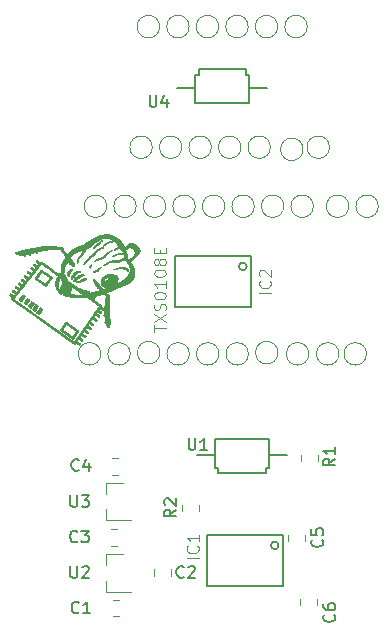
<source format=gto>
G04 #@! TF.GenerationSoftware,KiCad,Pcbnew,(5.0.0)*
G04 #@! TF.CreationDate,2019-07-31T00:08:18+03:00*
G04 #@! TF.ProjectId,ST7789_V_FCP_Board,5354373738395F565F4643505F426F61,rev?*
G04 #@! TF.SameCoordinates,Original*
G04 #@! TF.FileFunction,Legend,Top*
G04 #@! TF.FilePolarity,Positive*
%FSLAX46Y46*%
G04 Gerber Fmt 4.6, Leading zero omitted, Abs format (unit mm)*
G04 Created by KiCad (PCBNEW (5.0.0)) date 07/31/19 00:08:18*
%MOMM*%
%LPD*%
G01*
G04 APERTURE LIST*
%ADD10C,0.203200*%
%ADD11C,0.150000*%
%ADD12C,0.120000*%
%ADD13C,0.010000*%
%ADD14C,0.050000*%
G04 APERTURE END LIST*
D10*
G04 #@! TO.C,IC2*
X124156500Y-67077500D02*
G75*
G03X124156500Y-67077500I-325000J0D01*
G01*
X124506500Y-70527500D02*
X118106500Y-70527500D01*
X118106500Y-70527500D02*
X118106500Y-66227500D01*
X118106500Y-66227500D02*
X124506500Y-66227500D01*
X124506500Y-66227500D02*
X124506500Y-70527500D01*
D11*
G04 #@! TO.C,U4*
X119795154Y-51935548D02*
X118795154Y-51935548D01*
X125495154Y-51935548D02*
X125895154Y-51935548D01*
X125495154Y-51935548D02*
X124395154Y-51935548D01*
X123895154Y-53285548D02*
X120295154Y-53285548D01*
X124395154Y-53285548D02*
X124395154Y-50835548D01*
X124095154Y-50835548D02*
X124095154Y-50385548D01*
X123895154Y-53285548D02*
X124395154Y-53285548D01*
X119795154Y-53285548D02*
X119795154Y-50835548D01*
X120295154Y-53285548D02*
X119795154Y-53285548D01*
X124395154Y-50835548D02*
X124095154Y-50835548D01*
X124095154Y-50835548D02*
X124095154Y-50385548D01*
X124095154Y-50385548D02*
X120595154Y-50385548D01*
X120095154Y-50385548D02*
X120095154Y-50835548D01*
X120095154Y-50835548D02*
X119795154Y-50835548D01*
X120095154Y-50385548D02*
X120695154Y-50385548D01*
X118795154Y-51935548D02*
X118295154Y-51935548D01*
D12*
G04 #@! TO.C,TP4*
X124306000Y-74485000D02*
G75*
G03X124306000Y-74485000I-950000J0D01*
G01*
G04 #@! TO.C,TP31*
X114806000Y-61985000D02*
G75*
G03X114806000Y-61985000I-950000J0D01*
G01*
G04 #@! TO.C,TP29*
X119806000Y-61985000D02*
G75*
G03X119806000Y-61985000I-950000J0D01*
G01*
G04 #@! TO.C,TP32*
X112306000Y-61985000D02*
G75*
G03X112306000Y-61985000I-950000J0D01*
G01*
G04 #@! TO.C,TP33*
X111806000Y-74485000D02*
G75*
G03X111806000Y-74485000I-950000J0D01*
G01*
G04 #@! TO.C,TP1*
X134306000Y-74485000D02*
G75*
G03X134306000Y-74485000I-950000J0D01*
G01*
G04 #@! TO.C,TP2*
X129418999Y-74485000D02*
G75*
G03X129418999Y-74485000I-950000J0D01*
G01*
G04 #@! TO.C,TP10*
X132806000Y-61985000D02*
G75*
G03X132806000Y-61985000I-950000J0D01*
G01*
G04 #@! TO.C,TP5*
X121806000Y-74485000D02*
G75*
G03X121806000Y-74485000I-950000J0D01*
G01*
G04 #@! TO.C,TP6*
X119306000Y-74485000D02*
G75*
G03X119306000Y-74485000I-950000J0D01*
G01*
G04 #@! TO.C,TP7*
X116806000Y-74381500D02*
G75*
G03X116806000Y-74381500I-950000J0D01*
G01*
G04 #@! TO.C,TP8*
X114306000Y-74485000D02*
G75*
G03X114306000Y-74485000I-950000J0D01*
G01*
G04 #@! TO.C,TP28*
X122306000Y-61985000D02*
G75*
G03X122306000Y-61985000I-950000J0D01*
G01*
G04 #@! TO.C,TP27*
X124806000Y-61985000D02*
G75*
G03X124806000Y-61985000I-950000J0D01*
G01*
G04 #@! TO.C,TP3*
X126806000Y-74381500D02*
G75*
G03X126806000Y-74381500I-950000J0D01*
G01*
G04 #@! TO.C,TP30*
X117306000Y-61985000D02*
G75*
G03X117306000Y-61985000I-950000J0D01*
G01*
G04 #@! TO.C,TP17*
X131169154Y-56989548D02*
G75*
G03X131169154Y-56989548I-950000J0D01*
G01*
G04 #@! TO.C,TP25*
X129806000Y-61985000D02*
G75*
G03X129806000Y-61985000I-950000J0D01*
G01*
G04 #@! TO.C,TP23*
X129288154Y-46775548D02*
G75*
G03X129288154Y-46775548I-950000J0D01*
G01*
G04 #@! TO.C,TP22*
X126788154Y-46775548D02*
G75*
G03X126788154Y-46775548I-950000J0D01*
G01*
G04 #@! TO.C,TP21*
X124288154Y-46775548D02*
G75*
G03X124288154Y-46775548I-950000J0D01*
G01*
G04 #@! TO.C,TP20*
X121788154Y-46775548D02*
G75*
G03X121788154Y-46775548I-950000J0D01*
G01*
G04 #@! TO.C,TP9*
X131968999Y-74485000D02*
G75*
G03X131968999Y-74485000I-950000J0D01*
G01*
G04 #@! TO.C,TP26*
X127306000Y-61985000D02*
G75*
G03X127306000Y-61985000I-950000J0D01*
G01*
G04 #@! TO.C,TP16*
X128928153Y-57169047D02*
G75*
G03X128928153Y-57169047I-950000J0D01*
G01*
G04 #@! TO.C,TP15*
X126169154Y-56989548D02*
G75*
G03X126169154Y-56989548I-950000J0D01*
G01*
G04 #@! TO.C,TP14*
X123669154Y-56989548D02*
G75*
G03X123669154Y-56989548I-950000J0D01*
G01*
G04 #@! TO.C,TP13*
X121169154Y-56989548D02*
G75*
G03X121169154Y-56989548I-950000J0D01*
G01*
G04 #@! TO.C,TP12*
X118669154Y-56989548D02*
G75*
G03X118669154Y-56989548I-950000J0D01*
G01*
G04 #@! TO.C,TP11*
X116169154Y-56989548D02*
G75*
G03X116169154Y-56989548I-950000J0D01*
G01*
G04 #@! TO.C,TP19*
X119288154Y-46775548D02*
G75*
G03X119288154Y-46775548I-950000J0D01*
G01*
G04 #@! TO.C,TP24*
X135306000Y-61985000D02*
G75*
G03X135306000Y-61985000I-950000J0D01*
G01*
G04 #@! TO.C,TP18*
X116788154Y-46775548D02*
G75*
G03X116788154Y-46775548I-950000J0D01*
G01*
D11*
G04 #@! TO.C,U1*
X127071000Y-83058000D02*
X127571000Y-83058000D01*
X125771000Y-84608000D02*
X125171000Y-84608000D01*
X125771000Y-84158000D02*
X126071000Y-84158000D01*
X125771000Y-84608000D02*
X125771000Y-84158000D01*
X121771000Y-84608000D02*
X125271000Y-84608000D01*
X121771000Y-84158000D02*
X121771000Y-84608000D01*
X121471000Y-84158000D02*
X121771000Y-84158000D01*
X125571000Y-81708000D02*
X126071000Y-81708000D01*
X126071000Y-81708000D02*
X126071000Y-84158000D01*
X121971000Y-81708000D02*
X121471000Y-81708000D01*
X121771000Y-84158000D02*
X121771000Y-84608000D01*
X121471000Y-81708000D02*
X121471000Y-84158000D01*
X121971000Y-81708000D02*
X125571000Y-81708000D01*
X120371000Y-83058000D02*
X121471000Y-83058000D01*
X120371000Y-83058000D02*
X119971000Y-83058000D01*
X126071000Y-83058000D02*
X127071000Y-83058000D01*
D12*
G04 #@! TO.C,C6*
X130123000Y-95756252D02*
X130123000Y-95233748D01*
X128703000Y-95756252D02*
X128703000Y-95233748D01*
G04 #@! TO.C,C5*
X129107000Y-89790748D02*
X129107000Y-90313252D01*
X127687000Y-89790748D02*
X127687000Y-90313252D01*
G04 #@! TO.C,R2*
X120090000Y-87250748D02*
X120090000Y-87773252D01*
X118670000Y-87250748D02*
X118670000Y-87773252D01*
D10*
G04 #@! TO.C,IC1*
X126850000Y-90700000D02*
G75*
G03X126850000Y-90700000I-325000J0D01*
G01*
X127200000Y-94150000D02*
X120800000Y-94150000D01*
X120800000Y-94150000D02*
X120800000Y-89850000D01*
X120800000Y-89850000D02*
X127200000Y-89850000D01*
X127200000Y-89850000D02*
X127200000Y-94150000D01*
D12*
G04 #@! TO.C,R1*
X130210000Y-83013748D02*
X130210000Y-83536252D01*
X128790000Y-83013748D02*
X128790000Y-83536252D01*
G04 #@! TO.C,C4*
X113258578Y-83290000D02*
X112741422Y-83290000D01*
X113258578Y-84710000D02*
X112741422Y-84710000D01*
G04 #@! TO.C,C3*
X112673922Y-89290000D02*
X113191078Y-89290000D01*
X112673922Y-90710000D02*
X113191078Y-90710000D01*
G04 #@! TO.C,C2*
X116290000Y-92741422D02*
X116290000Y-93258578D01*
X117710000Y-92741422D02*
X117710000Y-93258578D01*
G04 #@! TO.C,C1*
X112803922Y-95290000D02*
X113321078Y-95290000D01*
X112803922Y-96710000D02*
X113321078Y-96710000D01*
G04 #@! TO.C,U3*
X112240000Y-85420000D02*
X113700000Y-85420000D01*
X112240000Y-88580000D02*
X114400000Y-88580000D01*
X112240000Y-88580000D02*
X112240000Y-87650000D01*
X112240000Y-85420000D02*
X112240000Y-86350000D01*
G04 #@! TO.C,U2*
X112240000Y-91470000D02*
X112240000Y-92400000D01*
X112240000Y-94630000D02*
X112240000Y-93700000D01*
X112240000Y-94630000D02*
X114400000Y-94630000D01*
X112240000Y-91470000D02*
X113700000Y-91470000D01*
D13*
G04 #@! TO.C,G\002A\002A\002A*
G36*
X106790427Y-67383079D02*
X106806731Y-67389878D01*
X106823100Y-67400170D01*
X106876283Y-67436931D01*
X106929927Y-67474215D01*
X106986103Y-67513465D01*
X107046879Y-67556128D01*
X107097120Y-67591511D01*
X107128257Y-67613412D01*
X107159585Y-67635350D01*
X107188234Y-67655319D01*
X107210411Y-67670680D01*
X107220794Y-67677897D01*
X107238308Y-67690140D01*
X107261777Y-67706582D01*
X107290027Y-67726398D01*
X107321881Y-67748762D01*
X107356164Y-67772847D01*
X107391702Y-67797827D01*
X107427319Y-67822877D01*
X107461840Y-67847170D01*
X107494089Y-67869880D01*
X107522892Y-67890181D01*
X107547073Y-67907248D01*
X107561996Y-67917802D01*
X107591206Y-67939018D01*
X107612819Y-67956286D01*
X107627921Y-67970935D01*
X107637600Y-67984292D01*
X107642941Y-67997686D01*
X107645030Y-68012444D01*
X107645200Y-68019495D01*
X107642533Y-68036460D01*
X107633770Y-68055511D01*
X107626574Y-68066987D01*
X107616605Y-68081610D01*
X107608743Y-68092601D01*
X107604857Y-68097400D01*
X107601306Y-68101840D01*
X107592249Y-68113656D01*
X107578264Y-68132082D01*
X107559927Y-68156353D01*
X107537813Y-68185706D01*
X107512500Y-68219375D01*
X107484564Y-68256597D01*
X107454581Y-68296607D01*
X107442085Y-68313300D01*
X107411444Y-68354214D01*
X107382621Y-68392647D01*
X107356193Y-68427836D01*
X107332735Y-68459015D01*
X107312824Y-68485420D01*
X107297035Y-68506287D01*
X107285945Y-68520852D01*
X107280128Y-68528349D01*
X107279406Y-68529200D01*
X107274860Y-68534634D01*
X107267078Y-68545191D01*
X107264027Y-68549520D01*
X107254724Y-68562609D01*
X107246960Y-68573088D01*
X107245526Y-68574920D01*
X107240285Y-68581740D01*
X107230353Y-68594908D01*
X107217092Y-68612613D01*
X107201862Y-68633041D01*
X107199751Y-68635880D01*
X107184190Y-68656734D01*
X107170239Y-68675295D01*
X107159321Y-68689677D01*
X107152858Y-68697999D01*
X107152456Y-68698492D01*
X107133610Y-68713827D01*
X107109505Y-68722176D01*
X107083067Y-68722568D01*
X107080873Y-68722215D01*
X107068243Y-68717482D01*
X107048913Y-68706824D01*
X107023945Y-68690873D01*
X106999593Y-68673987D01*
X106972412Y-68654552D01*
X106949553Y-68638153D01*
X106928428Y-68622919D01*
X106906450Y-68606978D01*
X106881032Y-68588461D01*
X106855260Y-68569642D01*
X106844387Y-68561756D01*
X106826623Y-68548937D01*
X106803336Y-68532172D01*
X106775895Y-68512444D01*
X106745667Y-68490738D01*
X106714022Y-68468038D01*
X106713623Y-68467752D01*
X106677756Y-68442008D01*
X106639459Y-68414466D01*
X106601027Y-68386782D01*
X106564755Y-68360609D01*
X106532939Y-68337602D01*
X106515503Y-68324959D01*
X106488194Y-68305159D01*
X106461686Y-68285995D01*
X106437839Y-68268806D01*
X106418512Y-68254933D01*
X106405680Y-68245799D01*
X106362794Y-68215287D01*
X106325298Y-68188052D01*
X106293818Y-68164567D01*
X106268975Y-68145304D01*
X106251395Y-68130738D01*
X106242076Y-68121782D01*
X106227827Y-68098575D01*
X106223476Y-68073118D01*
X106224187Y-68066491D01*
X106382759Y-68066491D01*
X106382820Y-68066921D01*
X106387663Y-68071075D01*
X106400300Y-68080766D01*
X106420248Y-68095640D01*
X106447026Y-68115344D01*
X106480149Y-68139523D01*
X106519134Y-68167824D01*
X106563499Y-68199893D01*
X106612759Y-68235377D01*
X106622220Y-68242180D01*
X106641080Y-68255743D01*
X106666547Y-68274066D01*
X106696985Y-68295973D01*
X106730758Y-68320285D01*
X106766230Y-68345825D01*
X106801764Y-68371414D01*
X106809241Y-68376800D01*
X106842641Y-68400851D01*
X106874602Y-68423858D01*
X106903863Y-68444914D01*
X106929160Y-68463108D01*
X106949231Y-68477534D01*
X106962813Y-68487283D01*
X106966072Y-68489616D01*
X106982335Y-68501369D01*
X107003146Y-68516585D01*
X107024921Y-68532638D01*
X107033060Y-68538677D01*
X107050771Y-68551515D01*
X107065676Y-68561697D01*
X107075775Y-68567892D01*
X107078780Y-68569148D01*
X107082618Y-68565229D01*
X107092011Y-68553835D01*
X107106439Y-68535638D01*
X107125388Y-68511309D01*
X107148341Y-68481520D01*
X107174779Y-68446944D01*
X107204188Y-68408251D01*
X107236049Y-68366115D01*
X107269847Y-68321206D01*
X107284520Y-68301647D01*
X107318925Y-68255647D01*
X107351467Y-68211963D01*
X107381641Y-68171284D01*
X107408941Y-68134298D01*
X107432862Y-68101695D01*
X107452900Y-68074165D01*
X107468549Y-68052396D01*
X107479304Y-68037079D01*
X107484661Y-68028902D01*
X107485180Y-68027768D01*
X107483114Y-68024535D01*
X107476557Y-68018487D01*
X107464968Y-68009227D01*
X107447805Y-67996358D01*
X107424528Y-67979486D01*
X107394596Y-67958213D01*
X107357468Y-67932144D01*
X107312602Y-67900883D01*
X107299760Y-67891964D01*
X107284164Y-67881098D01*
X107262109Y-67865674D01*
X107235440Y-67846987D01*
X107206004Y-67826330D01*
X107175646Y-67804997D01*
X107165140Y-67797607D01*
X107133355Y-67775263D01*
X107100410Y-67752136D01*
X107068541Y-67729794D01*
X107039988Y-67709808D01*
X107016990Y-67693746D01*
X107012740Y-67690785D01*
X106989896Y-67674840D01*
X106961373Y-67654873D01*
X106929792Y-67632721D01*
X106897773Y-67610222D01*
X106873040Y-67592811D01*
X106847441Y-67574950D01*
X106824636Y-67559372D01*
X106805924Y-67546939D01*
X106792608Y-67538512D01*
X106785986Y-67534953D01*
X106785572Y-67534904D01*
X106781668Y-67539100D01*
X106772472Y-67550367D01*
X106758805Y-67567658D01*
X106741484Y-67589926D01*
X106721329Y-67616125D01*
X106699160Y-67645208D01*
X106696672Y-67648487D01*
X106657571Y-67700017D01*
X106617358Y-67752946D01*
X106577119Y-67805848D01*
X106537941Y-67857298D01*
X106500910Y-67905869D01*
X106467112Y-67950136D01*
X106437633Y-67988673D01*
X106420958Y-68010423D01*
X106406079Y-68030297D01*
X106394028Y-68047340D01*
X106385893Y-68059942D01*
X106382759Y-68066491D01*
X106224187Y-68066491D01*
X106224866Y-68060172D01*
X106229063Y-68050249D01*
X106238552Y-68034052D01*
X106252226Y-68013199D01*
X106268981Y-67989309D01*
X106287708Y-67963998D01*
X106307302Y-67938885D01*
X106310581Y-67934824D01*
X106315922Y-67927945D01*
X106325935Y-67914797D01*
X106339204Y-67897246D01*
X106354315Y-67877156D01*
X106354880Y-67876404D01*
X106369592Y-67856858D01*
X106382092Y-67840376D01*
X106391122Y-67828605D01*
X106395428Y-67823191D01*
X106395532Y-67823080D01*
X106399619Y-67818044D01*
X106408063Y-67807080D01*
X106419156Y-67792412D01*
X106420920Y-67790060D01*
X106432294Y-67775025D01*
X106441321Y-67763371D01*
X106446272Y-67757322D01*
X106446551Y-67757040D01*
X106450948Y-67751590D01*
X106458585Y-67741007D01*
X106461560Y-67736720D01*
X106469751Y-67725122D01*
X106475545Y-67717510D01*
X106476555Y-67716400D01*
X106479462Y-67713166D01*
X106485284Y-67705952D01*
X106494649Y-67693940D01*
X106508189Y-67676316D01*
X106526533Y-67652262D01*
X106550312Y-67620964D01*
X106552198Y-67618479D01*
X106571286Y-67593411D01*
X106593980Y-67563740D01*
X106617658Y-67532891D01*
X106639695Y-67504285D01*
X106643217Y-67499728D01*
X106661275Y-67476253D01*
X106678136Y-67454128D01*
X106692355Y-67435263D01*
X106702488Y-67421567D01*
X106705534Y-67417308D01*
X106725648Y-67396884D01*
X106751011Y-67384504D01*
X106774564Y-67381127D01*
X106790427Y-67383079D01*
X106790427Y-67383079D01*
G37*
X106790427Y-67383079D02*
X106806731Y-67389878D01*
X106823100Y-67400170D01*
X106876283Y-67436931D01*
X106929927Y-67474215D01*
X106986103Y-67513465D01*
X107046879Y-67556128D01*
X107097120Y-67591511D01*
X107128257Y-67613412D01*
X107159585Y-67635350D01*
X107188234Y-67655319D01*
X107210411Y-67670680D01*
X107220794Y-67677897D01*
X107238308Y-67690140D01*
X107261777Y-67706582D01*
X107290027Y-67726398D01*
X107321881Y-67748762D01*
X107356164Y-67772847D01*
X107391702Y-67797827D01*
X107427319Y-67822877D01*
X107461840Y-67847170D01*
X107494089Y-67869880D01*
X107522892Y-67890181D01*
X107547073Y-67907248D01*
X107561996Y-67917802D01*
X107591206Y-67939018D01*
X107612819Y-67956286D01*
X107627921Y-67970935D01*
X107637600Y-67984292D01*
X107642941Y-67997686D01*
X107645030Y-68012444D01*
X107645200Y-68019495D01*
X107642533Y-68036460D01*
X107633770Y-68055511D01*
X107626574Y-68066987D01*
X107616605Y-68081610D01*
X107608743Y-68092601D01*
X107604857Y-68097400D01*
X107601306Y-68101840D01*
X107592249Y-68113656D01*
X107578264Y-68132082D01*
X107559927Y-68156353D01*
X107537813Y-68185706D01*
X107512500Y-68219375D01*
X107484564Y-68256597D01*
X107454581Y-68296607D01*
X107442085Y-68313300D01*
X107411444Y-68354214D01*
X107382621Y-68392647D01*
X107356193Y-68427836D01*
X107332735Y-68459015D01*
X107312824Y-68485420D01*
X107297035Y-68506287D01*
X107285945Y-68520852D01*
X107280128Y-68528349D01*
X107279406Y-68529200D01*
X107274860Y-68534634D01*
X107267078Y-68545191D01*
X107264027Y-68549520D01*
X107254724Y-68562609D01*
X107246960Y-68573088D01*
X107245526Y-68574920D01*
X107240285Y-68581740D01*
X107230353Y-68594908D01*
X107217092Y-68612613D01*
X107201862Y-68633041D01*
X107199751Y-68635880D01*
X107184190Y-68656734D01*
X107170239Y-68675295D01*
X107159321Y-68689677D01*
X107152858Y-68697999D01*
X107152456Y-68698492D01*
X107133610Y-68713827D01*
X107109505Y-68722176D01*
X107083067Y-68722568D01*
X107080873Y-68722215D01*
X107068243Y-68717482D01*
X107048913Y-68706824D01*
X107023945Y-68690873D01*
X106999593Y-68673987D01*
X106972412Y-68654552D01*
X106949553Y-68638153D01*
X106928428Y-68622919D01*
X106906450Y-68606978D01*
X106881032Y-68588461D01*
X106855260Y-68569642D01*
X106844387Y-68561756D01*
X106826623Y-68548937D01*
X106803336Y-68532172D01*
X106775895Y-68512444D01*
X106745667Y-68490738D01*
X106714022Y-68468038D01*
X106713623Y-68467752D01*
X106677756Y-68442008D01*
X106639459Y-68414466D01*
X106601027Y-68386782D01*
X106564755Y-68360609D01*
X106532939Y-68337602D01*
X106515503Y-68324959D01*
X106488194Y-68305159D01*
X106461686Y-68285995D01*
X106437839Y-68268806D01*
X106418512Y-68254933D01*
X106405680Y-68245799D01*
X106362794Y-68215287D01*
X106325298Y-68188052D01*
X106293818Y-68164567D01*
X106268975Y-68145304D01*
X106251395Y-68130738D01*
X106242076Y-68121782D01*
X106227827Y-68098575D01*
X106223476Y-68073118D01*
X106224187Y-68066491D01*
X106382759Y-68066491D01*
X106382820Y-68066921D01*
X106387663Y-68071075D01*
X106400300Y-68080766D01*
X106420248Y-68095640D01*
X106447026Y-68115344D01*
X106480149Y-68139523D01*
X106519134Y-68167824D01*
X106563499Y-68199893D01*
X106612759Y-68235377D01*
X106622220Y-68242180D01*
X106641080Y-68255743D01*
X106666547Y-68274066D01*
X106696985Y-68295973D01*
X106730758Y-68320285D01*
X106766230Y-68345825D01*
X106801764Y-68371414D01*
X106809241Y-68376800D01*
X106842641Y-68400851D01*
X106874602Y-68423858D01*
X106903863Y-68444914D01*
X106929160Y-68463108D01*
X106949231Y-68477534D01*
X106962813Y-68487283D01*
X106966072Y-68489616D01*
X106982335Y-68501369D01*
X107003146Y-68516585D01*
X107024921Y-68532638D01*
X107033060Y-68538677D01*
X107050771Y-68551515D01*
X107065676Y-68561697D01*
X107075775Y-68567892D01*
X107078780Y-68569148D01*
X107082618Y-68565229D01*
X107092011Y-68553835D01*
X107106439Y-68535638D01*
X107125388Y-68511309D01*
X107148341Y-68481520D01*
X107174779Y-68446944D01*
X107204188Y-68408251D01*
X107236049Y-68366115D01*
X107269847Y-68321206D01*
X107284520Y-68301647D01*
X107318925Y-68255647D01*
X107351467Y-68211963D01*
X107381641Y-68171284D01*
X107408941Y-68134298D01*
X107432862Y-68101695D01*
X107452900Y-68074165D01*
X107468549Y-68052396D01*
X107479304Y-68037079D01*
X107484661Y-68028902D01*
X107485180Y-68027768D01*
X107483114Y-68024535D01*
X107476557Y-68018487D01*
X107464968Y-68009227D01*
X107447805Y-67996358D01*
X107424528Y-67979486D01*
X107394596Y-67958213D01*
X107357468Y-67932144D01*
X107312602Y-67900883D01*
X107299760Y-67891964D01*
X107284164Y-67881098D01*
X107262109Y-67865674D01*
X107235440Y-67846987D01*
X107206004Y-67826330D01*
X107175646Y-67804997D01*
X107165140Y-67797607D01*
X107133355Y-67775263D01*
X107100410Y-67752136D01*
X107068541Y-67729794D01*
X107039988Y-67709808D01*
X107016990Y-67693746D01*
X107012740Y-67690785D01*
X106989896Y-67674840D01*
X106961373Y-67654873D01*
X106929792Y-67632721D01*
X106897773Y-67610222D01*
X106873040Y-67592811D01*
X106847441Y-67574950D01*
X106824636Y-67559372D01*
X106805924Y-67546939D01*
X106792608Y-67538512D01*
X106785986Y-67534953D01*
X106785572Y-67534904D01*
X106781668Y-67539100D01*
X106772472Y-67550367D01*
X106758805Y-67567658D01*
X106741484Y-67589926D01*
X106721329Y-67616125D01*
X106699160Y-67645208D01*
X106696672Y-67648487D01*
X106657571Y-67700017D01*
X106617358Y-67752946D01*
X106577119Y-67805848D01*
X106537941Y-67857298D01*
X106500910Y-67905869D01*
X106467112Y-67950136D01*
X106437633Y-67988673D01*
X106420958Y-68010423D01*
X106406079Y-68030297D01*
X106394028Y-68047340D01*
X106385893Y-68059942D01*
X106382759Y-68066491D01*
X106224187Y-68066491D01*
X106224866Y-68060172D01*
X106229063Y-68050249D01*
X106238552Y-68034052D01*
X106252226Y-68013199D01*
X106268981Y-67989309D01*
X106287708Y-67963998D01*
X106307302Y-67938885D01*
X106310581Y-67934824D01*
X106315922Y-67927945D01*
X106325935Y-67914797D01*
X106339204Y-67897246D01*
X106354315Y-67877156D01*
X106354880Y-67876404D01*
X106369592Y-67856858D01*
X106382092Y-67840376D01*
X106391122Y-67828605D01*
X106395428Y-67823191D01*
X106395532Y-67823080D01*
X106399619Y-67818044D01*
X106408063Y-67807080D01*
X106419156Y-67792412D01*
X106420920Y-67790060D01*
X106432294Y-67775025D01*
X106441321Y-67763371D01*
X106446272Y-67757322D01*
X106446551Y-67757040D01*
X106450948Y-67751590D01*
X106458585Y-67741007D01*
X106461560Y-67736720D01*
X106469751Y-67725122D01*
X106475545Y-67717510D01*
X106476555Y-67716400D01*
X106479462Y-67713166D01*
X106485284Y-67705952D01*
X106494649Y-67693940D01*
X106508189Y-67676316D01*
X106526533Y-67652262D01*
X106550312Y-67620964D01*
X106552198Y-67618479D01*
X106571286Y-67593411D01*
X106593980Y-67563740D01*
X106617658Y-67532891D01*
X106639695Y-67504285D01*
X106643217Y-67499728D01*
X106661275Y-67476253D01*
X106678136Y-67454128D01*
X106692355Y-67435263D01*
X106702488Y-67421567D01*
X106705534Y-67417308D01*
X106725648Y-67396884D01*
X106751011Y-67384504D01*
X106774564Y-67381127D01*
X106790427Y-67383079D01*
G36*
X105158533Y-69466134D02*
X105167554Y-69472289D01*
X105169117Y-69473500D01*
X105179720Y-69480812D01*
X105187222Y-69484209D01*
X105187625Y-69484240D01*
X105193567Y-69487087D01*
X105206022Y-69494862D01*
X105223360Y-69506415D01*
X105243953Y-69520594D01*
X105266172Y-69536251D01*
X105288388Y-69552233D01*
X105308972Y-69567391D01*
X105326296Y-69580574D01*
X105338730Y-69590632D01*
X105340684Y-69592344D01*
X105360269Y-69609909D01*
X105346544Y-69634704D01*
X105338087Y-69648794D01*
X105326781Y-69666093D01*
X105314347Y-69684149D01*
X105302506Y-69700513D01*
X105292977Y-69712733D01*
X105288123Y-69717920D01*
X105284446Y-69722405D01*
X105275326Y-69734103D01*
X105261446Y-69752119D01*
X105243489Y-69775561D01*
X105222141Y-69803537D01*
X105198083Y-69835153D01*
X105172001Y-69869517D01*
X105166580Y-69876670D01*
X105140291Y-69911326D01*
X105115994Y-69943287D01*
X105094355Y-69971682D01*
X105076037Y-69995642D01*
X105061708Y-70014296D01*
X105052032Y-70026774D01*
X105047674Y-70032208D01*
X105047495Y-70032371D01*
X105043091Y-70029785D01*
X105032574Y-70023705D01*
X105023920Y-70018723D01*
X105006318Y-70008035D01*
X104984633Y-69994009D01*
X104960647Y-69977896D01*
X104936141Y-69960947D01*
X104912897Y-69944413D01*
X104892698Y-69929545D01*
X104877325Y-69917594D01*
X104868560Y-69909812D01*
X104868202Y-69909412D01*
X104857642Y-69898843D01*
X104848221Y-69891715D01*
X104843883Y-69888215D01*
X104843924Y-69883312D01*
X104849139Y-69874883D01*
X104859366Y-69861977D01*
X104871433Y-69846934D01*
X104881812Y-69833489D01*
X104886967Y-69826397D01*
X104892378Y-69818913D01*
X104902804Y-69804893D01*
X104917091Y-69785876D01*
X104934084Y-69763398D01*
X104949902Y-69742577D01*
X104983030Y-69699023D01*
X105010466Y-69662837D01*
X105032717Y-69633336D01*
X105050289Y-69609837D01*
X105063690Y-69591659D01*
X105073425Y-69578117D01*
X105080002Y-69568530D01*
X105083926Y-69562215D01*
X105084425Y-69561308D01*
X105092142Y-69548626D01*
X105097690Y-69540988D01*
X105103020Y-69534064D01*
X105112486Y-69521429D01*
X105124238Y-69505585D01*
X105136428Y-69489032D01*
X105147207Y-69474270D01*
X105154155Y-69464610D01*
X105158533Y-69466134D01*
X105158533Y-69466134D01*
G37*
X105158533Y-69466134D02*
X105167554Y-69472289D01*
X105169117Y-69473500D01*
X105179720Y-69480812D01*
X105187222Y-69484209D01*
X105187625Y-69484240D01*
X105193567Y-69487087D01*
X105206022Y-69494862D01*
X105223360Y-69506415D01*
X105243953Y-69520594D01*
X105266172Y-69536251D01*
X105288388Y-69552233D01*
X105308972Y-69567391D01*
X105326296Y-69580574D01*
X105338730Y-69590632D01*
X105340684Y-69592344D01*
X105360269Y-69609909D01*
X105346544Y-69634704D01*
X105338087Y-69648794D01*
X105326781Y-69666093D01*
X105314347Y-69684149D01*
X105302506Y-69700513D01*
X105292977Y-69712733D01*
X105288123Y-69717920D01*
X105284446Y-69722405D01*
X105275326Y-69734103D01*
X105261446Y-69752119D01*
X105243489Y-69775561D01*
X105222141Y-69803537D01*
X105198083Y-69835153D01*
X105172001Y-69869517D01*
X105166580Y-69876670D01*
X105140291Y-69911326D01*
X105115994Y-69943287D01*
X105094355Y-69971682D01*
X105076037Y-69995642D01*
X105061708Y-70014296D01*
X105052032Y-70026774D01*
X105047674Y-70032208D01*
X105047495Y-70032371D01*
X105043091Y-70029785D01*
X105032574Y-70023705D01*
X105023920Y-70018723D01*
X105006318Y-70008035D01*
X104984633Y-69994009D01*
X104960647Y-69977896D01*
X104936141Y-69960947D01*
X104912897Y-69944413D01*
X104892698Y-69929545D01*
X104877325Y-69917594D01*
X104868560Y-69909812D01*
X104868202Y-69909412D01*
X104857642Y-69898843D01*
X104848221Y-69891715D01*
X104843883Y-69888215D01*
X104843924Y-69883312D01*
X104849139Y-69874883D01*
X104859366Y-69861977D01*
X104871433Y-69846934D01*
X104881812Y-69833489D01*
X104886967Y-69826397D01*
X104892378Y-69818913D01*
X104902804Y-69804893D01*
X104917091Y-69785876D01*
X104934084Y-69763398D01*
X104949902Y-69742577D01*
X104983030Y-69699023D01*
X105010466Y-69662837D01*
X105032717Y-69633336D01*
X105050289Y-69609837D01*
X105063690Y-69591659D01*
X105073425Y-69578117D01*
X105080002Y-69568530D01*
X105083926Y-69562215D01*
X105084425Y-69561308D01*
X105092142Y-69548626D01*
X105097690Y-69540988D01*
X105103020Y-69534064D01*
X105112486Y-69521429D01*
X105124238Y-69505585D01*
X105136428Y-69489032D01*
X105147207Y-69474270D01*
X105154155Y-69464610D01*
X105158533Y-69466134D01*
G36*
X105570454Y-69777298D02*
X105585418Y-69785467D01*
X105605479Y-69797696D01*
X105629114Y-69812975D01*
X105654803Y-69830297D01*
X105681022Y-69848650D01*
X105706250Y-69867028D01*
X105728964Y-69884420D01*
X105731996Y-69886830D01*
X105747119Y-69898411D01*
X105759485Y-69906955D01*
X105766760Y-69910869D01*
X105767318Y-69910960D01*
X105768034Y-69914114D01*
X105762796Y-69921768D01*
X105762249Y-69922390D01*
X105753603Y-69933714D01*
X105743435Y-69949253D01*
X105739027Y-69956690D01*
X105727321Y-69974931D01*
X105713222Y-69993856D01*
X105707929Y-70000185D01*
X105698116Y-70011911D01*
X105683920Y-70029561D01*
X105667072Y-70050951D01*
X105649309Y-70073894D01*
X105645175Y-70079294D01*
X105627103Y-70102948D01*
X105604890Y-70132020D01*
X105580561Y-70163857D01*
X105556146Y-70195804D01*
X105537693Y-70219949D01*
X105518582Y-70244729D01*
X105501496Y-70266464D01*
X105487401Y-70283957D01*
X105477266Y-70296012D01*
X105472056Y-70301433D01*
X105471653Y-70301615D01*
X105465747Y-70299040D01*
X105454019Y-70292957D01*
X105444329Y-70287645D01*
X105426205Y-70276769D01*
X105403558Y-70262070D01*
X105378337Y-70244937D01*
X105352495Y-70226758D01*
X105327982Y-70208922D01*
X105306750Y-70192818D01*
X105290748Y-70179833D01*
X105283686Y-70173324D01*
X105266592Y-70155652D01*
X105281117Y-70136176D01*
X105290236Y-70124190D01*
X105296839Y-70115946D01*
X105298462Y-70114160D01*
X105302248Y-70109551D01*
X105311274Y-70098065D01*
X105324612Y-70080897D01*
X105341335Y-70059243D01*
X105360516Y-70034300D01*
X105369395Y-70022720D01*
X105391307Y-69994133D01*
X105412978Y-69965886D01*
X105432999Y-69939812D01*
X105449960Y-69917746D01*
X105462453Y-69901524D01*
X105464393Y-69899010D01*
X105476594Y-69882463D01*
X105485904Y-69868408D01*
X105490850Y-69859127D01*
X105491280Y-69857353D01*
X105495116Y-69848740D01*
X105497824Y-69846442D01*
X105503716Y-69840626D01*
X105513599Y-69828752D01*
X105525623Y-69813077D01*
X105529284Y-69808090D01*
X105541647Y-69792350D01*
X105552706Y-69780522D01*
X105560576Y-69774554D01*
X105562109Y-69774199D01*
X105570454Y-69777298D01*
X105570454Y-69777298D01*
G37*
X105570454Y-69777298D02*
X105585418Y-69785467D01*
X105605479Y-69797696D01*
X105629114Y-69812975D01*
X105654803Y-69830297D01*
X105681022Y-69848650D01*
X105706250Y-69867028D01*
X105728964Y-69884420D01*
X105731996Y-69886830D01*
X105747119Y-69898411D01*
X105759485Y-69906955D01*
X105766760Y-69910869D01*
X105767318Y-69910960D01*
X105768034Y-69914114D01*
X105762796Y-69921768D01*
X105762249Y-69922390D01*
X105753603Y-69933714D01*
X105743435Y-69949253D01*
X105739027Y-69956690D01*
X105727321Y-69974931D01*
X105713222Y-69993856D01*
X105707929Y-70000185D01*
X105698116Y-70011911D01*
X105683920Y-70029561D01*
X105667072Y-70050951D01*
X105649309Y-70073894D01*
X105645175Y-70079294D01*
X105627103Y-70102948D01*
X105604890Y-70132020D01*
X105580561Y-70163857D01*
X105556146Y-70195804D01*
X105537693Y-70219949D01*
X105518582Y-70244729D01*
X105501496Y-70266464D01*
X105487401Y-70283957D01*
X105477266Y-70296012D01*
X105472056Y-70301433D01*
X105471653Y-70301615D01*
X105465747Y-70299040D01*
X105454019Y-70292957D01*
X105444329Y-70287645D01*
X105426205Y-70276769D01*
X105403558Y-70262070D01*
X105378337Y-70244937D01*
X105352495Y-70226758D01*
X105327982Y-70208922D01*
X105306750Y-70192818D01*
X105290748Y-70179833D01*
X105283686Y-70173324D01*
X105266592Y-70155652D01*
X105281117Y-70136176D01*
X105290236Y-70124190D01*
X105296839Y-70115946D01*
X105298462Y-70114160D01*
X105302248Y-70109551D01*
X105311274Y-70098065D01*
X105324612Y-70080897D01*
X105341335Y-70059243D01*
X105360516Y-70034300D01*
X105369395Y-70022720D01*
X105391307Y-69994133D01*
X105412978Y-69965886D01*
X105432999Y-69939812D01*
X105449960Y-69917746D01*
X105462453Y-69901524D01*
X105464393Y-69899010D01*
X105476594Y-69882463D01*
X105485904Y-69868408D01*
X105490850Y-69859127D01*
X105491280Y-69857353D01*
X105495116Y-69848740D01*
X105497824Y-69846442D01*
X105503716Y-69840626D01*
X105513599Y-69828752D01*
X105525623Y-69813077D01*
X105529284Y-69808090D01*
X105541647Y-69792350D01*
X105552706Y-69780522D01*
X105560576Y-69774554D01*
X105562109Y-69774199D01*
X105570454Y-69777298D01*
G36*
X105959887Y-70059015D02*
X105975209Y-70068568D01*
X105995702Y-70082051D01*
X106018311Y-70097430D01*
X106033880Y-70108316D01*
X106054029Y-70122554D01*
X106072068Y-70135230D01*
X106085825Y-70144819D01*
X106092487Y-70149380D01*
X106102785Y-70157253D01*
X106116123Y-70168698D01*
X106121958Y-70174041D01*
X106140496Y-70191422D01*
X106111387Y-70230261D01*
X106097399Y-70249176D01*
X106084688Y-70266810D01*
X106075250Y-70280375D01*
X106072646Y-70284340D01*
X106065433Y-70295213D01*
X106060457Y-70301767D01*
X106060095Y-70302120D01*
X106055853Y-70307372D01*
X106047807Y-70318425D01*
X106039658Y-70330060D01*
X106029931Y-70343934D01*
X106022470Y-70354157D01*
X106019360Y-70358000D01*
X106015488Y-70362903D01*
X106006664Y-70374766D01*
X105993843Y-70392280D01*
X105977977Y-70414137D01*
X105960018Y-70439027D01*
X105940919Y-70465641D01*
X105936158Y-70472300D01*
X105930061Y-70480695D01*
X105919652Y-70494897D01*
X105906661Y-70512546D01*
X105898872Y-70523100D01*
X105885298Y-70541788D01*
X105873531Y-70558564D01*
X105865251Y-70571003D01*
X105862764Y-70575170D01*
X105853943Y-70584991D01*
X105843891Y-70584975D01*
X105836720Y-70578980D01*
X105827737Y-70572508D01*
X105822773Y-70571360D01*
X105815277Y-70568544D01*
X105802167Y-70561070D01*
X105785941Y-70550395D01*
X105781485Y-70547250D01*
X105760604Y-70532559D01*
X105738235Y-70517228D01*
X105719239Y-70504588D01*
X105699452Y-70490531D01*
X105678982Y-70474124D01*
X105667489Y-70463834D01*
X105644319Y-70441634D01*
X105671939Y-70404662D01*
X105684109Y-70388097D01*
X105693541Y-70374735D01*
X105698866Y-70366544D01*
X105699560Y-70365022D01*
X105702611Y-70359548D01*
X105705910Y-70355702D01*
X105711823Y-70348492D01*
X105721609Y-70335561D01*
X105733305Y-70319509D01*
X105735120Y-70316970D01*
X105748395Y-70298503D01*
X105765058Y-70275553D01*
X105782438Y-70251793D01*
X105791000Y-70240163D01*
X105806859Y-70218521D01*
X105822605Y-70196768D01*
X105835943Y-70178084D01*
X105841800Y-70169720D01*
X105852129Y-70155059D01*
X105866479Y-70135057D01*
X105882817Y-70112535D01*
X105896575Y-70093752D01*
X105933570Y-70043498D01*
X105959887Y-70059015D01*
X105959887Y-70059015D01*
G37*
X105959887Y-70059015D02*
X105975209Y-70068568D01*
X105995702Y-70082051D01*
X106018311Y-70097430D01*
X106033880Y-70108316D01*
X106054029Y-70122554D01*
X106072068Y-70135230D01*
X106085825Y-70144819D01*
X106092487Y-70149380D01*
X106102785Y-70157253D01*
X106116123Y-70168698D01*
X106121958Y-70174041D01*
X106140496Y-70191422D01*
X106111387Y-70230261D01*
X106097399Y-70249176D01*
X106084688Y-70266810D01*
X106075250Y-70280375D01*
X106072646Y-70284340D01*
X106065433Y-70295213D01*
X106060457Y-70301767D01*
X106060095Y-70302120D01*
X106055853Y-70307372D01*
X106047807Y-70318425D01*
X106039658Y-70330060D01*
X106029931Y-70343934D01*
X106022470Y-70354157D01*
X106019360Y-70358000D01*
X106015488Y-70362903D01*
X106006664Y-70374766D01*
X105993843Y-70392280D01*
X105977977Y-70414137D01*
X105960018Y-70439027D01*
X105940919Y-70465641D01*
X105936158Y-70472300D01*
X105930061Y-70480695D01*
X105919652Y-70494897D01*
X105906661Y-70512546D01*
X105898872Y-70523100D01*
X105885298Y-70541788D01*
X105873531Y-70558564D01*
X105865251Y-70571003D01*
X105862764Y-70575170D01*
X105853943Y-70584991D01*
X105843891Y-70584975D01*
X105836720Y-70578980D01*
X105827737Y-70572508D01*
X105822773Y-70571360D01*
X105815277Y-70568544D01*
X105802167Y-70561070D01*
X105785941Y-70550395D01*
X105781485Y-70547250D01*
X105760604Y-70532559D01*
X105738235Y-70517228D01*
X105719239Y-70504588D01*
X105699452Y-70490531D01*
X105678982Y-70474124D01*
X105667489Y-70463834D01*
X105644319Y-70441634D01*
X105671939Y-70404662D01*
X105684109Y-70388097D01*
X105693541Y-70374735D01*
X105698866Y-70366544D01*
X105699560Y-70365022D01*
X105702611Y-70359548D01*
X105705910Y-70355702D01*
X105711823Y-70348492D01*
X105721609Y-70335561D01*
X105733305Y-70319509D01*
X105735120Y-70316970D01*
X105748395Y-70298503D01*
X105765058Y-70275553D01*
X105782438Y-70251793D01*
X105791000Y-70240163D01*
X105806859Y-70218521D01*
X105822605Y-70196768D01*
X105835943Y-70178084D01*
X105841800Y-70169720D01*
X105852129Y-70155059D01*
X105866479Y-70135057D01*
X105882817Y-70112535D01*
X105896575Y-70093752D01*
X105933570Y-70043498D01*
X105959887Y-70059015D01*
G36*
X106288594Y-70292898D02*
X106290609Y-70295779D01*
X106291424Y-70297112D01*
X106297633Y-70302451D01*
X106309413Y-70309704D01*
X106314511Y-70312418D01*
X106327438Y-70319944D01*
X106346414Y-70332156D01*
X106369385Y-70347610D01*
X106394297Y-70364866D01*
X106419095Y-70382480D01*
X106441725Y-70399009D01*
X106460133Y-70413011D01*
X106472264Y-70423045D01*
X106472919Y-70423649D01*
X106488142Y-70437876D01*
X106433202Y-70518588D01*
X106415966Y-70543814D01*
X106400630Y-70566085D01*
X106388125Y-70584059D01*
X106379385Y-70596397D01*
X106375341Y-70601759D01*
X106375256Y-70601840D01*
X106371261Y-70607006D01*
X106363254Y-70618536D01*
X106352733Y-70634257D01*
X106349000Y-70639940D01*
X106337841Y-70656795D01*
X106323320Y-70678415D01*
X106306549Y-70703180D01*
X106288640Y-70729466D01*
X106270704Y-70755653D01*
X106253851Y-70780119D01*
X106239194Y-70801241D01*
X106227843Y-70817398D01*
X106220909Y-70826969D01*
X106220376Y-70827663D01*
X106214334Y-70837898D01*
X106212640Y-70844173D01*
X106209848Y-70849653D01*
X106200924Y-70849098D01*
X106185048Y-70842394D01*
X106179878Y-70839735D01*
X106162632Y-70829844D01*
X106142023Y-70816757D01*
X106119168Y-70801329D01*
X106095188Y-70784415D01*
X106071200Y-70766869D01*
X106048323Y-70749546D01*
X106027677Y-70733301D01*
X106010381Y-70718988D01*
X105997553Y-70707461D01*
X105990312Y-70699577D01*
X105989777Y-70696189D01*
X105992258Y-70696417D01*
X106000533Y-70696175D01*
X106008298Y-70689456D01*
X106014849Y-70679726D01*
X106022677Y-70667385D01*
X106028500Y-70659153D01*
X106029800Y-70657720D01*
X106033458Y-70652914D01*
X106041872Y-70640964D01*
X106054148Y-70623169D01*
X106069390Y-70600828D01*
X106086704Y-70575240D01*
X106091028Y-70568820D01*
X106108675Y-70542658D01*
X106124422Y-70519432D01*
X106137383Y-70500440D01*
X106146671Y-70486980D01*
X106151400Y-70480350D01*
X106151758Y-70479920D01*
X106155479Y-70474920D01*
X106163603Y-70463262D01*
X106174894Y-70446741D01*
X106186793Y-70429120D01*
X106212781Y-70390437D01*
X106233692Y-70359416D01*
X106250129Y-70335298D01*
X106262696Y-70317320D01*
X106271997Y-70304721D01*
X106278633Y-70296741D01*
X106283210Y-70292617D01*
X106286329Y-70291590D01*
X106288594Y-70292898D01*
X106288594Y-70292898D01*
G37*
X106288594Y-70292898D02*
X106290609Y-70295779D01*
X106291424Y-70297112D01*
X106297633Y-70302451D01*
X106309413Y-70309704D01*
X106314511Y-70312418D01*
X106327438Y-70319944D01*
X106346414Y-70332156D01*
X106369385Y-70347610D01*
X106394297Y-70364866D01*
X106419095Y-70382480D01*
X106441725Y-70399009D01*
X106460133Y-70413011D01*
X106472264Y-70423045D01*
X106472919Y-70423649D01*
X106488142Y-70437876D01*
X106433202Y-70518588D01*
X106415966Y-70543814D01*
X106400630Y-70566085D01*
X106388125Y-70584059D01*
X106379385Y-70596397D01*
X106375341Y-70601759D01*
X106375256Y-70601840D01*
X106371261Y-70607006D01*
X106363254Y-70618536D01*
X106352733Y-70634257D01*
X106349000Y-70639940D01*
X106337841Y-70656795D01*
X106323320Y-70678415D01*
X106306549Y-70703180D01*
X106288640Y-70729466D01*
X106270704Y-70755653D01*
X106253851Y-70780119D01*
X106239194Y-70801241D01*
X106227843Y-70817398D01*
X106220909Y-70826969D01*
X106220376Y-70827663D01*
X106214334Y-70837898D01*
X106212640Y-70844173D01*
X106209848Y-70849653D01*
X106200924Y-70849098D01*
X106185048Y-70842394D01*
X106179878Y-70839735D01*
X106162632Y-70829844D01*
X106142023Y-70816757D01*
X106119168Y-70801329D01*
X106095188Y-70784415D01*
X106071200Y-70766869D01*
X106048323Y-70749546D01*
X106027677Y-70733301D01*
X106010381Y-70718988D01*
X105997553Y-70707461D01*
X105990312Y-70699577D01*
X105989777Y-70696189D01*
X105992258Y-70696417D01*
X106000533Y-70696175D01*
X106008298Y-70689456D01*
X106014849Y-70679726D01*
X106022677Y-70667385D01*
X106028500Y-70659153D01*
X106029800Y-70657720D01*
X106033458Y-70652914D01*
X106041872Y-70640964D01*
X106054148Y-70623169D01*
X106069390Y-70600828D01*
X106086704Y-70575240D01*
X106091028Y-70568820D01*
X106108675Y-70542658D01*
X106124422Y-70519432D01*
X106137383Y-70500440D01*
X106146671Y-70486980D01*
X106151400Y-70480350D01*
X106151758Y-70479920D01*
X106155479Y-70474920D01*
X106163603Y-70463262D01*
X106174894Y-70446741D01*
X106186793Y-70429120D01*
X106212781Y-70390437D01*
X106233692Y-70359416D01*
X106250129Y-70335298D01*
X106262696Y-70317320D01*
X106271997Y-70304721D01*
X106278633Y-70296741D01*
X106283210Y-70292617D01*
X106286329Y-70291590D01*
X106288594Y-70292898D01*
G36*
X106672656Y-70558221D02*
X106688291Y-70567835D01*
X106692616Y-70570556D01*
X106717521Y-70586674D01*
X106745211Y-70605418D01*
X106773547Y-70625259D01*
X106800389Y-70644668D01*
X106823598Y-70662115D01*
X106841034Y-70676071D01*
X106844825Y-70679353D01*
X106864871Y-70697213D01*
X106840862Y-70732076D01*
X106827114Y-70751959D01*
X106810238Y-70776246D01*
X106792951Y-70801034D01*
X106784816Y-70812660D01*
X106768610Y-70835827D01*
X106749231Y-70863590D01*
X106729297Y-70892197D01*
X106713951Y-70914260D01*
X106699268Y-70935330D01*
X106686483Y-70953562D01*
X106676810Y-70967236D01*
X106671458Y-70974631D01*
X106671001Y-70975220D01*
X106666078Y-70981955D01*
X106657567Y-70994173D01*
X106649705Y-71005700D01*
X106638825Y-71021501D01*
X106624440Y-71042007D01*
X106609019Y-71063705D01*
X106602925Y-71072194D01*
X106590307Y-71090519D01*
X106580366Y-71106495D01*
X106574421Y-71117918D01*
X106573320Y-71121724D01*
X106572687Y-71127171D01*
X106569763Y-71129135D01*
X106563003Y-71127135D01*
X106550866Y-71120691D01*
X106531809Y-71109322D01*
X106530033Y-71108242D01*
X106506274Y-71093235D01*
X106479547Y-71075448D01*
X106451804Y-71056276D01*
X106424998Y-71037112D01*
X106401082Y-71019351D01*
X106382010Y-71004386D01*
X106370528Y-70994391D01*
X106360377Y-70983828D01*
X106357012Y-70977362D01*
X106359419Y-70972582D01*
X106360850Y-70971330D01*
X106368567Y-70963199D01*
X106378168Y-70950801D01*
X106380624Y-70947280D01*
X106389228Y-70934925D01*
X106395877Y-70925910D01*
X106397088Y-70924420D01*
X106401759Y-70918183D01*
X106411181Y-70904973D01*
X106424374Y-70886205D01*
X106440356Y-70863291D01*
X106458142Y-70837647D01*
X106476753Y-70810685D01*
X106495205Y-70783819D01*
X106512516Y-70758465D01*
X106518836Y-70749160D01*
X106535043Y-70725472D01*
X106554639Y-70697164D01*
X106575094Y-70667873D01*
X106593000Y-70642480D01*
X106608528Y-70620556D01*
X106622351Y-70600970D01*
X106633195Y-70585530D01*
X106639789Y-70576045D01*
X106640714Y-70574681D01*
X106649319Y-70561914D01*
X106655774Y-70555053D01*
X106662685Y-70553891D01*
X106672656Y-70558221D01*
X106672656Y-70558221D01*
G37*
X106672656Y-70558221D02*
X106688291Y-70567835D01*
X106692616Y-70570556D01*
X106717521Y-70586674D01*
X106745211Y-70605418D01*
X106773547Y-70625259D01*
X106800389Y-70644668D01*
X106823598Y-70662115D01*
X106841034Y-70676071D01*
X106844825Y-70679353D01*
X106864871Y-70697213D01*
X106840862Y-70732076D01*
X106827114Y-70751959D01*
X106810238Y-70776246D01*
X106792951Y-70801034D01*
X106784816Y-70812660D01*
X106768610Y-70835827D01*
X106749231Y-70863590D01*
X106729297Y-70892197D01*
X106713951Y-70914260D01*
X106699268Y-70935330D01*
X106686483Y-70953562D01*
X106676810Y-70967236D01*
X106671458Y-70974631D01*
X106671001Y-70975220D01*
X106666078Y-70981955D01*
X106657567Y-70994173D01*
X106649705Y-71005700D01*
X106638825Y-71021501D01*
X106624440Y-71042007D01*
X106609019Y-71063705D01*
X106602925Y-71072194D01*
X106590307Y-71090519D01*
X106580366Y-71106495D01*
X106574421Y-71117918D01*
X106573320Y-71121724D01*
X106572687Y-71127171D01*
X106569763Y-71129135D01*
X106563003Y-71127135D01*
X106550866Y-71120691D01*
X106531809Y-71109322D01*
X106530033Y-71108242D01*
X106506274Y-71093235D01*
X106479547Y-71075448D01*
X106451804Y-71056276D01*
X106424998Y-71037112D01*
X106401082Y-71019351D01*
X106382010Y-71004386D01*
X106370528Y-70994391D01*
X106360377Y-70983828D01*
X106357012Y-70977362D01*
X106359419Y-70972582D01*
X106360850Y-70971330D01*
X106368567Y-70963199D01*
X106378168Y-70950801D01*
X106380624Y-70947280D01*
X106389228Y-70934925D01*
X106395877Y-70925910D01*
X106397088Y-70924420D01*
X106401759Y-70918183D01*
X106411181Y-70904973D01*
X106424374Y-70886205D01*
X106440356Y-70863291D01*
X106458142Y-70837647D01*
X106476753Y-70810685D01*
X106495205Y-70783819D01*
X106512516Y-70758465D01*
X106518836Y-70749160D01*
X106535043Y-70725472D01*
X106554639Y-70697164D01*
X106575094Y-70667873D01*
X106593000Y-70642480D01*
X106608528Y-70620556D01*
X106622351Y-70600970D01*
X106633195Y-70585530D01*
X106639789Y-70576045D01*
X106640714Y-70574681D01*
X106649319Y-70561914D01*
X106655774Y-70555053D01*
X106662685Y-70553891D01*
X106672656Y-70558221D01*
G36*
X108877169Y-71799190D02*
X108895125Y-71804831D01*
X108905040Y-71810391D01*
X108913168Y-71815865D01*
X108927835Y-71826033D01*
X108947314Y-71839679D01*
X108969882Y-71855584D01*
X108993812Y-71872532D01*
X109017379Y-71889306D01*
X109038859Y-71904688D01*
X109046959Y-71910524D01*
X109056292Y-71917234D01*
X109072405Y-71928783D01*
X109093957Y-71944214D01*
X109119604Y-71962564D01*
X109148002Y-71982876D01*
X109177810Y-72004188D01*
X109207683Y-72025540D01*
X109236280Y-72045973D01*
X109262257Y-72064527D01*
X109284271Y-72080241D01*
X109300980Y-72092155D01*
X109311039Y-72099310D01*
X109312142Y-72100090D01*
X109322658Y-72107567D01*
X109339504Y-72119604D01*
X109360762Y-72134829D01*
X109384515Y-72151869D01*
X109397784Y-72161400D01*
X109421318Y-72178298D01*
X109442656Y-72193599D01*
X109460119Y-72206098D01*
X109472028Y-72214594D01*
X109475822Y-72217280D01*
X109483842Y-72222952D01*
X109498269Y-72233206D01*
X109517241Y-72246719D01*
X109538900Y-72262165D01*
X109545120Y-72266604D01*
X109569121Y-72283728D01*
X109592822Y-72300618D01*
X109613683Y-72315467D01*
X109629163Y-72326464D01*
X109630715Y-72327564D01*
X109664135Y-72351370D01*
X109698000Y-72375721D01*
X109731245Y-72399831D01*
X109762805Y-72422913D01*
X109791614Y-72444179D01*
X109816607Y-72462843D01*
X109836719Y-72478117D01*
X109850885Y-72489215D01*
X109858039Y-72495349D01*
X109858509Y-72495877D01*
X109867755Y-72514203D01*
X109872467Y-72536565D01*
X109871570Y-72557495D01*
X109871052Y-72559584D01*
X109866647Y-72569797D01*
X109857686Y-72586450D01*
X109845306Y-72607564D01*
X109830645Y-72631163D01*
X109823845Y-72641699D01*
X109799874Y-72678386D01*
X109773022Y-72719445D01*
X109742850Y-72765546D01*
X109708917Y-72817360D01*
X109670785Y-72875560D01*
X109628014Y-72940814D01*
X109580164Y-73013796D01*
X109573060Y-73024631D01*
X109545109Y-73067084D01*
X109521913Y-73101748D01*
X109502771Y-73129408D01*
X109486982Y-73150844D01*
X109473845Y-73166840D01*
X109462657Y-73178177D01*
X109452718Y-73185639D01*
X109443327Y-73190007D01*
X109433782Y-73192064D01*
X109423381Y-73192592D01*
X109422508Y-73192592D01*
X109407410Y-73189708D01*
X109388881Y-73182215D01*
X109380020Y-73177406D01*
X109363739Y-73167189D01*
X109343076Y-73153508D01*
X109321847Y-73138904D01*
X109316520Y-73135137D01*
X109287795Y-73114703D01*
X109254881Y-73091326D01*
X109219583Y-73066283D01*
X109183703Y-73040853D01*
X109149047Y-73016314D01*
X109117419Y-72993944D01*
X109090623Y-72975022D01*
X109071958Y-72961875D01*
X109027114Y-72930308D01*
X108979055Y-72896391D01*
X108930581Y-72862104D01*
X108884490Y-72829429D01*
X108843581Y-72800345D01*
X108839000Y-72797080D01*
X108815529Y-72780379D01*
X108792876Y-72764305D01*
X108773387Y-72750521D01*
X108759411Y-72740691D01*
X108757720Y-72739510D01*
X108743730Y-72729712D01*
X108722620Y-72714866D01*
X108695561Y-72695798D01*
X108663722Y-72673336D01*
X108628274Y-72648303D01*
X108590387Y-72621528D01*
X108551231Y-72593837D01*
X108511976Y-72566054D01*
X108480314Y-72543630D01*
X108448156Y-72520527D01*
X108423640Y-72502127D01*
X108405846Y-72487665D01*
X108393852Y-72476375D01*
X108386737Y-72467493D01*
X108385064Y-72464469D01*
X108377588Y-72438889D01*
X108378538Y-72413490D01*
X108378725Y-72412863D01*
X108533907Y-72412863D01*
X108534899Y-72417057D01*
X108538806Y-72422447D01*
X108546310Y-72429629D01*
X108558090Y-72439200D01*
X108574825Y-72451755D01*
X108597197Y-72467892D01*
X108625884Y-72488207D01*
X108661567Y-72513297D01*
X108699300Y-72539801D01*
X108725390Y-72558165D01*
X108750987Y-72576224D01*
X108773908Y-72592435D01*
X108791968Y-72605255D01*
X108799379Y-72610546D01*
X108814572Y-72621376D01*
X108835504Y-72636216D01*
X108859595Y-72653243D01*
X108884267Y-72670630D01*
X108888279Y-72673452D01*
X108910517Y-72689102D01*
X108938852Y-72709057D01*
X108971078Y-72731765D01*
X109004990Y-72755672D01*
X109038386Y-72779225D01*
X109049820Y-72787291D01*
X109084938Y-72812069D01*
X109123637Y-72839370D01*
X109163073Y-72867188D01*
X109200400Y-72893517D01*
X109232774Y-72916350D01*
X109237780Y-72919880D01*
X109266762Y-72940336D01*
X109295705Y-72960796D01*
X109322560Y-72979809D01*
X109345274Y-72995922D01*
X109361798Y-73007683D01*
X109362201Y-73007971D01*
X109379227Y-73019891D01*
X109393102Y-73029154D01*
X109401803Y-73034431D01*
X109403586Y-73035160D01*
X109407263Y-73031095D01*
X109415455Y-73019803D01*
X109427234Y-73002635D01*
X109441671Y-72980942D01*
X109456799Y-72957690D01*
X109472901Y-72932792D01*
X109487169Y-72910933D01*
X109498675Y-72893517D01*
X109506490Y-72881951D01*
X109509630Y-72877680D01*
X109513143Y-72872854D01*
X109521074Y-72861106D01*
X109532358Y-72844065D01*
X109545932Y-72823363D01*
X109560729Y-72800630D01*
X109575686Y-72777497D01*
X109589738Y-72755594D01*
X109601821Y-72736553D01*
X109603540Y-72733818D01*
X109609639Y-72724317D01*
X109620207Y-72708089D01*
X109634100Y-72686876D01*
X109650179Y-72662422D01*
X109664017Y-72641442D01*
X109680357Y-72616449D01*
X109694718Y-72594005D01*
X109706151Y-72575629D01*
X109713711Y-72562841D01*
X109716406Y-72557416D01*
X109715179Y-72552802D01*
X109709103Y-72545746D01*
X109697432Y-72535650D01*
X109679420Y-72521912D01*
X109654321Y-72503935D01*
X109621387Y-72481120D01*
X109621320Y-72481074D01*
X109608195Y-72471869D01*
X109597708Y-72464166D01*
X109595920Y-72462770D01*
X109589000Y-72457586D01*
X109575135Y-72447485D01*
X109555666Y-72433429D01*
X109531936Y-72416375D01*
X109505287Y-72397284D01*
X109477063Y-72377114D01*
X109448606Y-72356826D01*
X109421258Y-72337379D01*
X109396362Y-72319732D01*
X109375260Y-72304845D01*
X109359700Y-72293957D01*
X109341319Y-72281108D01*
X109325515Y-72269909D01*
X109314560Y-72261978D01*
X109311440Y-72259607D01*
X109304374Y-72254308D01*
X109290367Y-72244105D01*
X109270770Y-72229963D01*
X109246937Y-72212849D01*
X109220219Y-72193726D01*
X109191969Y-72173561D01*
X109163538Y-72153318D01*
X109136280Y-72133962D01*
X109111545Y-72116460D01*
X109090686Y-72101776D01*
X109075220Y-72090988D01*
X109057556Y-72078632D01*
X109043207Y-72068334D01*
X109034131Y-72061512D01*
X109032040Y-72059689D01*
X109026910Y-72055450D01*
X109015631Y-72047118D01*
X109000438Y-72036337D01*
X108997107Y-72034018D01*
X108975418Y-72018958D01*
X108959575Y-72007909D01*
X108947076Y-71999094D01*
X108935419Y-71990735D01*
X108922102Y-71981054D01*
X108906580Y-71969707D01*
X108889866Y-71957810D01*
X108876165Y-71948672D01*
X108867570Y-71943663D01*
X108865940Y-71943119D01*
X108860252Y-71946929D01*
X108853695Y-71954549D01*
X108847774Y-71962886D01*
X108837122Y-71978045D01*
X108822803Y-71998499D01*
X108805880Y-72022723D01*
X108787415Y-72049194D01*
X108768473Y-72076385D01*
X108750117Y-72102773D01*
X108733410Y-72126830D01*
X108719415Y-72147034D01*
X108712443Y-72157136D01*
X108690437Y-72189025D01*
X108667425Y-72222258D01*
X108644193Y-72255713D01*
X108621524Y-72288266D01*
X108600203Y-72318796D01*
X108581015Y-72346181D01*
X108564745Y-72369297D01*
X108552176Y-72387023D01*
X108544094Y-72398237D01*
X108541629Y-72401488D01*
X108537953Y-72405674D01*
X108535152Y-72409267D01*
X108533907Y-72412863D01*
X108378725Y-72412863D01*
X108381283Y-72404300D01*
X108385632Y-72396522D01*
X108395657Y-72380804D01*
X108411133Y-72357479D01*
X108431831Y-72326876D01*
X108457525Y-72289325D01*
X108487988Y-72245158D01*
X108522994Y-72194703D01*
X108562314Y-72138292D01*
X108605724Y-72076256D01*
X108644014Y-72021700D01*
X108664360Y-71992638D01*
X108685685Y-71961996D01*
X108706085Y-71932518D01*
X108723657Y-71906952D01*
X108732005Y-71894700D01*
X108751475Y-71866408D01*
X108766948Y-71845385D01*
X108779858Y-71830307D01*
X108791634Y-71819853D01*
X108803710Y-71812702D01*
X108817517Y-71807533D01*
X108830189Y-71804081D01*
X108856560Y-71799028D01*
X108877169Y-71799190D01*
X108877169Y-71799190D01*
G37*
X108877169Y-71799190D02*
X108895125Y-71804831D01*
X108905040Y-71810391D01*
X108913168Y-71815865D01*
X108927835Y-71826033D01*
X108947314Y-71839679D01*
X108969882Y-71855584D01*
X108993812Y-71872532D01*
X109017379Y-71889306D01*
X109038859Y-71904688D01*
X109046959Y-71910524D01*
X109056292Y-71917234D01*
X109072405Y-71928783D01*
X109093957Y-71944214D01*
X109119604Y-71962564D01*
X109148002Y-71982876D01*
X109177810Y-72004188D01*
X109207683Y-72025540D01*
X109236280Y-72045973D01*
X109262257Y-72064527D01*
X109284271Y-72080241D01*
X109300980Y-72092155D01*
X109311039Y-72099310D01*
X109312142Y-72100090D01*
X109322658Y-72107567D01*
X109339504Y-72119604D01*
X109360762Y-72134829D01*
X109384515Y-72151869D01*
X109397784Y-72161400D01*
X109421318Y-72178298D01*
X109442656Y-72193599D01*
X109460119Y-72206098D01*
X109472028Y-72214594D01*
X109475822Y-72217280D01*
X109483842Y-72222952D01*
X109498269Y-72233206D01*
X109517241Y-72246719D01*
X109538900Y-72262165D01*
X109545120Y-72266604D01*
X109569121Y-72283728D01*
X109592822Y-72300618D01*
X109613683Y-72315467D01*
X109629163Y-72326464D01*
X109630715Y-72327564D01*
X109664135Y-72351370D01*
X109698000Y-72375721D01*
X109731245Y-72399831D01*
X109762805Y-72422913D01*
X109791614Y-72444179D01*
X109816607Y-72462843D01*
X109836719Y-72478117D01*
X109850885Y-72489215D01*
X109858039Y-72495349D01*
X109858509Y-72495877D01*
X109867755Y-72514203D01*
X109872467Y-72536565D01*
X109871570Y-72557495D01*
X109871052Y-72559584D01*
X109866647Y-72569797D01*
X109857686Y-72586450D01*
X109845306Y-72607564D01*
X109830645Y-72631163D01*
X109823845Y-72641699D01*
X109799874Y-72678386D01*
X109773022Y-72719445D01*
X109742850Y-72765546D01*
X109708917Y-72817360D01*
X109670785Y-72875560D01*
X109628014Y-72940814D01*
X109580164Y-73013796D01*
X109573060Y-73024631D01*
X109545109Y-73067084D01*
X109521913Y-73101748D01*
X109502771Y-73129408D01*
X109486982Y-73150844D01*
X109473845Y-73166840D01*
X109462657Y-73178177D01*
X109452718Y-73185639D01*
X109443327Y-73190007D01*
X109433782Y-73192064D01*
X109423381Y-73192592D01*
X109422508Y-73192592D01*
X109407410Y-73189708D01*
X109388881Y-73182215D01*
X109380020Y-73177406D01*
X109363739Y-73167189D01*
X109343076Y-73153508D01*
X109321847Y-73138904D01*
X109316520Y-73135137D01*
X109287795Y-73114703D01*
X109254881Y-73091326D01*
X109219583Y-73066283D01*
X109183703Y-73040853D01*
X109149047Y-73016314D01*
X109117419Y-72993944D01*
X109090623Y-72975022D01*
X109071958Y-72961875D01*
X109027114Y-72930308D01*
X108979055Y-72896391D01*
X108930581Y-72862104D01*
X108884490Y-72829429D01*
X108843581Y-72800345D01*
X108839000Y-72797080D01*
X108815529Y-72780379D01*
X108792876Y-72764305D01*
X108773387Y-72750521D01*
X108759411Y-72740691D01*
X108757720Y-72739510D01*
X108743730Y-72729712D01*
X108722620Y-72714866D01*
X108695561Y-72695798D01*
X108663722Y-72673336D01*
X108628274Y-72648303D01*
X108590387Y-72621528D01*
X108551231Y-72593837D01*
X108511976Y-72566054D01*
X108480314Y-72543630D01*
X108448156Y-72520527D01*
X108423640Y-72502127D01*
X108405846Y-72487665D01*
X108393852Y-72476375D01*
X108386737Y-72467493D01*
X108385064Y-72464469D01*
X108377588Y-72438889D01*
X108378538Y-72413490D01*
X108378725Y-72412863D01*
X108533907Y-72412863D01*
X108534899Y-72417057D01*
X108538806Y-72422447D01*
X108546310Y-72429629D01*
X108558090Y-72439200D01*
X108574825Y-72451755D01*
X108597197Y-72467892D01*
X108625884Y-72488207D01*
X108661567Y-72513297D01*
X108699300Y-72539801D01*
X108725390Y-72558165D01*
X108750987Y-72576224D01*
X108773908Y-72592435D01*
X108791968Y-72605255D01*
X108799379Y-72610546D01*
X108814572Y-72621376D01*
X108835504Y-72636216D01*
X108859595Y-72653243D01*
X108884267Y-72670630D01*
X108888279Y-72673452D01*
X108910517Y-72689102D01*
X108938852Y-72709057D01*
X108971078Y-72731765D01*
X109004990Y-72755672D01*
X109038386Y-72779225D01*
X109049820Y-72787291D01*
X109084938Y-72812069D01*
X109123637Y-72839370D01*
X109163073Y-72867188D01*
X109200400Y-72893517D01*
X109232774Y-72916350D01*
X109237780Y-72919880D01*
X109266762Y-72940336D01*
X109295705Y-72960796D01*
X109322560Y-72979809D01*
X109345274Y-72995922D01*
X109361798Y-73007683D01*
X109362201Y-73007971D01*
X109379227Y-73019891D01*
X109393102Y-73029154D01*
X109401803Y-73034431D01*
X109403586Y-73035160D01*
X109407263Y-73031095D01*
X109415455Y-73019803D01*
X109427234Y-73002635D01*
X109441671Y-72980942D01*
X109456799Y-72957690D01*
X109472901Y-72932792D01*
X109487169Y-72910933D01*
X109498675Y-72893517D01*
X109506490Y-72881951D01*
X109509630Y-72877680D01*
X109513143Y-72872854D01*
X109521074Y-72861106D01*
X109532358Y-72844065D01*
X109545932Y-72823363D01*
X109560729Y-72800630D01*
X109575686Y-72777497D01*
X109589738Y-72755594D01*
X109601821Y-72736553D01*
X109603540Y-72733818D01*
X109609639Y-72724317D01*
X109620207Y-72708089D01*
X109634100Y-72686876D01*
X109650179Y-72662422D01*
X109664017Y-72641442D01*
X109680357Y-72616449D01*
X109694718Y-72594005D01*
X109706151Y-72575629D01*
X109713711Y-72562841D01*
X109716406Y-72557416D01*
X109715179Y-72552802D01*
X109709103Y-72545746D01*
X109697432Y-72535650D01*
X109679420Y-72521912D01*
X109654321Y-72503935D01*
X109621387Y-72481120D01*
X109621320Y-72481074D01*
X109608195Y-72471869D01*
X109597708Y-72464166D01*
X109595920Y-72462770D01*
X109589000Y-72457586D01*
X109575135Y-72447485D01*
X109555666Y-72433429D01*
X109531936Y-72416375D01*
X109505287Y-72397284D01*
X109477063Y-72377114D01*
X109448606Y-72356826D01*
X109421258Y-72337379D01*
X109396362Y-72319732D01*
X109375260Y-72304845D01*
X109359700Y-72293957D01*
X109341319Y-72281108D01*
X109325515Y-72269909D01*
X109314560Y-72261978D01*
X109311440Y-72259607D01*
X109304374Y-72254308D01*
X109290367Y-72244105D01*
X109270770Y-72229963D01*
X109246937Y-72212849D01*
X109220219Y-72193726D01*
X109191969Y-72173561D01*
X109163538Y-72153318D01*
X109136280Y-72133962D01*
X109111545Y-72116460D01*
X109090686Y-72101776D01*
X109075220Y-72090988D01*
X109057556Y-72078632D01*
X109043207Y-72068334D01*
X109034131Y-72061512D01*
X109032040Y-72059689D01*
X109026910Y-72055450D01*
X109015631Y-72047118D01*
X109000438Y-72036337D01*
X108997107Y-72034018D01*
X108975418Y-72018958D01*
X108959575Y-72007909D01*
X108947076Y-71999094D01*
X108935419Y-71990735D01*
X108922102Y-71981054D01*
X108906580Y-71969707D01*
X108889866Y-71957810D01*
X108876165Y-71948672D01*
X108867570Y-71943663D01*
X108865940Y-71943119D01*
X108860252Y-71946929D01*
X108853695Y-71954549D01*
X108847774Y-71962886D01*
X108837122Y-71978045D01*
X108822803Y-71998499D01*
X108805880Y-72022723D01*
X108787415Y-72049194D01*
X108768473Y-72076385D01*
X108750117Y-72102773D01*
X108733410Y-72126830D01*
X108719415Y-72147034D01*
X108712443Y-72157136D01*
X108690437Y-72189025D01*
X108667425Y-72222258D01*
X108644193Y-72255713D01*
X108621524Y-72288266D01*
X108600203Y-72318796D01*
X108581015Y-72346181D01*
X108564745Y-72369297D01*
X108552176Y-72387023D01*
X108544094Y-72398237D01*
X108541629Y-72401488D01*
X108537953Y-72405674D01*
X108535152Y-72409267D01*
X108533907Y-72412863D01*
X108378725Y-72412863D01*
X108381283Y-72404300D01*
X108385632Y-72396522D01*
X108395657Y-72380804D01*
X108411133Y-72357479D01*
X108431831Y-72326876D01*
X108457525Y-72289325D01*
X108487988Y-72245158D01*
X108522994Y-72194703D01*
X108562314Y-72138292D01*
X108605724Y-72076256D01*
X108644014Y-72021700D01*
X108664360Y-71992638D01*
X108685685Y-71961996D01*
X108706085Y-71932518D01*
X108723657Y-71906952D01*
X108732005Y-71894700D01*
X108751475Y-71866408D01*
X108766948Y-71845385D01*
X108779858Y-71830307D01*
X108791634Y-71819853D01*
X108803710Y-71812702D01*
X108817517Y-71807533D01*
X108830189Y-71804081D01*
X108856560Y-71799028D01*
X108877169Y-71799190D01*
G36*
X111876522Y-64882698D02*
X111880108Y-64885920D01*
X111876666Y-64892032D01*
X111865708Y-64901642D01*
X111846747Y-64915356D01*
X111830729Y-64926207D01*
X111809762Y-64940702D01*
X111790570Y-64954870D01*
X111775617Y-64966844D01*
X111768632Y-64973295D01*
X111756866Y-64983504D01*
X111746850Y-64988232D01*
X111740678Y-64986771D01*
X111739680Y-64983107D01*
X111743568Y-64969993D01*
X111753785Y-64954396D01*
X111768156Y-64939397D01*
X111773670Y-64934929D01*
X111785621Y-64925659D01*
X111793819Y-64918756D01*
X111795560Y-64916984D01*
X111804730Y-64909080D01*
X111819980Y-64899823D01*
X111837724Y-64890996D01*
X111854376Y-64884380D01*
X111866353Y-64881760D01*
X111866395Y-64881760D01*
X111876522Y-64882698D01*
X111876522Y-64882698D01*
G37*
X111876522Y-64882698D02*
X111880108Y-64885920D01*
X111876666Y-64892032D01*
X111865708Y-64901642D01*
X111846747Y-64915356D01*
X111830729Y-64926207D01*
X111809762Y-64940702D01*
X111790570Y-64954870D01*
X111775617Y-64966844D01*
X111768632Y-64973295D01*
X111756866Y-64983504D01*
X111746850Y-64988232D01*
X111740678Y-64986771D01*
X111739680Y-64983107D01*
X111743568Y-64969993D01*
X111753785Y-64954396D01*
X111768156Y-64939397D01*
X111773670Y-64934929D01*
X111785621Y-64925659D01*
X111793819Y-64918756D01*
X111795560Y-64916984D01*
X111804730Y-64909080D01*
X111819980Y-64899823D01*
X111837724Y-64890996D01*
X111854376Y-64884380D01*
X111866353Y-64881760D01*
X111866395Y-64881760D01*
X111876522Y-64882698D01*
G36*
X111743561Y-64993148D02*
X111751785Y-65006700D01*
X111751993Y-65007352D01*
X111751879Y-65022250D01*
X111744001Y-65043034D01*
X111728290Y-65069843D01*
X111704735Y-65102740D01*
X111691685Y-65120066D01*
X111681333Y-65134274D01*
X111675000Y-65143522D01*
X111673664Y-65146028D01*
X111670594Y-65149582D01*
X111661153Y-65157644D01*
X111644956Y-65170515D01*
X111621619Y-65188497D01*
X111590757Y-65211890D01*
X111559340Y-65235491D01*
X111540814Y-65249448D01*
X111525416Y-65261204D01*
X111514896Y-65269410D01*
X111511080Y-65272611D01*
X111505159Y-65277194D01*
X111492893Y-65285508D01*
X111476648Y-65296054D01*
X111458793Y-65307337D01*
X111441694Y-65317858D01*
X111427717Y-65326121D01*
X111419640Y-65330447D01*
X111411250Y-65334876D01*
X111397646Y-65342635D01*
X111386620Y-65349149D01*
X111367917Y-65359817D01*
X111348641Y-65369986D01*
X111339957Y-65374207D01*
X111324623Y-65383531D01*
X111312170Y-65394872D01*
X111309583Y-65398329D01*
X111302172Y-65408740D01*
X111290298Y-65424126D01*
X111276101Y-65441739D01*
X111270764Y-65448180D01*
X111249440Y-65473738D01*
X111233626Y-65492449D01*
X111222202Y-65505162D01*
X111214050Y-65512730D01*
X111208051Y-65516004D01*
X111203086Y-65515836D01*
X111198036Y-65513078D01*
X111191782Y-65508580D01*
X111191588Y-65508444D01*
X111184048Y-65501422D01*
X111181387Y-65492248D01*
X111182152Y-65478508D01*
X111184349Y-65468012D01*
X111189227Y-65456274D01*
X111197738Y-65441664D01*
X111210833Y-65422552D01*
X111229466Y-65397308D01*
X111229958Y-65396654D01*
X111246635Y-65374025D01*
X111261495Y-65352955D01*
X111273230Y-65335365D01*
X111280530Y-65323181D01*
X111281834Y-65320455D01*
X111293529Y-65301447D01*
X111314334Y-65279098D01*
X111343887Y-65253740D01*
X111381825Y-65225710D01*
X111391700Y-65218920D01*
X111415778Y-65202102D01*
X111444799Y-65181119D01*
X111475781Y-65158165D01*
X111505745Y-65135435D01*
X111518700Y-65125397D01*
X111545094Y-65105197D01*
X111571984Y-65085352D01*
X111597052Y-65067524D01*
X111617977Y-65053374D01*
X111627920Y-65047138D01*
X111649321Y-65033987D01*
X111670946Y-65020041D01*
X111688613Y-65008008D01*
X111690792Y-65006441D01*
X111713086Y-64993019D01*
X111730668Y-64988588D01*
X111743561Y-64993148D01*
X111743561Y-64993148D01*
G37*
X111743561Y-64993148D02*
X111751785Y-65006700D01*
X111751993Y-65007352D01*
X111751879Y-65022250D01*
X111744001Y-65043034D01*
X111728290Y-65069843D01*
X111704735Y-65102740D01*
X111691685Y-65120066D01*
X111681333Y-65134274D01*
X111675000Y-65143522D01*
X111673664Y-65146028D01*
X111670594Y-65149582D01*
X111661153Y-65157644D01*
X111644956Y-65170515D01*
X111621619Y-65188497D01*
X111590757Y-65211890D01*
X111559340Y-65235491D01*
X111540814Y-65249448D01*
X111525416Y-65261204D01*
X111514896Y-65269410D01*
X111511080Y-65272611D01*
X111505159Y-65277194D01*
X111492893Y-65285508D01*
X111476648Y-65296054D01*
X111458793Y-65307337D01*
X111441694Y-65317858D01*
X111427717Y-65326121D01*
X111419640Y-65330447D01*
X111411250Y-65334876D01*
X111397646Y-65342635D01*
X111386620Y-65349149D01*
X111367917Y-65359817D01*
X111348641Y-65369986D01*
X111339957Y-65374207D01*
X111324623Y-65383531D01*
X111312170Y-65394872D01*
X111309583Y-65398329D01*
X111302172Y-65408740D01*
X111290298Y-65424126D01*
X111276101Y-65441739D01*
X111270764Y-65448180D01*
X111249440Y-65473738D01*
X111233626Y-65492449D01*
X111222202Y-65505162D01*
X111214050Y-65512730D01*
X111208051Y-65516004D01*
X111203086Y-65515836D01*
X111198036Y-65513078D01*
X111191782Y-65508580D01*
X111191588Y-65508444D01*
X111184048Y-65501422D01*
X111181387Y-65492248D01*
X111182152Y-65478508D01*
X111184349Y-65468012D01*
X111189227Y-65456274D01*
X111197738Y-65441664D01*
X111210833Y-65422552D01*
X111229466Y-65397308D01*
X111229958Y-65396654D01*
X111246635Y-65374025D01*
X111261495Y-65352955D01*
X111273230Y-65335365D01*
X111280530Y-65323181D01*
X111281834Y-65320455D01*
X111293529Y-65301447D01*
X111314334Y-65279098D01*
X111343887Y-65253740D01*
X111381825Y-65225710D01*
X111391700Y-65218920D01*
X111415778Y-65202102D01*
X111444799Y-65181119D01*
X111475781Y-65158165D01*
X111505745Y-65135435D01*
X111518700Y-65125397D01*
X111545094Y-65105197D01*
X111571984Y-65085352D01*
X111597052Y-65067524D01*
X111617977Y-65053374D01*
X111627920Y-65047138D01*
X111649321Y-65033987D01*
X111670946Y-65020041D01*
X111688613Y-65008008D01*
X111690792Y-65006441D01*
X111713086Y-64993019D01*
X111730668Y-64988588D01*
X111743561Y-64993148D01*
G36*
X111995336Y-65414502D02*
X111996193Y-65415138D01*
X112002527Y-65426262D01*
X112003202Y-65441718D01*
X111998664Y-65455978D01*
X111992400Y-65463149D01*
X111979785Y-65474550D01*
X111962807Y-65488608D01*
X111943454Y-65503749D01*
X111923714Y-65518400D01*
X111905574Y-65530986D01*
X111896893Y-65536525D01*
X111875357Y-65545620D01*
X111855058Y-65546834D01*
X111838158Y-65540254D01*
X111831488Y-65533854D01*
X111823637Y-65521330D01*
X111821465Y-65509658D01*
X111825642Y-65497779D01*
X111836842Y-65484630D01*
X111855738Y-65469151D01*
X111883001Y-65450280D01*
X111885472Y-65448652D01*
X111910196Y-65432862D01*
X111928903Y-65422182D01*
X111943692Y-65415605D01*
X111956660Y-65412128D01*
X111963713Y-65411178D01*
X111983098Y-65410985D01*
X111995336Y-65414502D01*
X111995336Y-65414502D01*
G37*
X111995336Y-65414502D02*
X111996193Y-65415138D01*
X112002527Y-65426262D01*
X112003202Y-65441718D01*
X111998664Y-65455978D01*
X111992400Y-65463149D01*
X111979785Y-65474550D01*
X111962807Y-65488608D01*
X111943454Y-65503749D01*
X111923714Y-65518400D01*
X111905574Y-65530986D01*
X111896893Y-65536525D01*
X111875357Y-65545620D01*
X111855058Y-65546834D01*
X111838158Y-65540254D01*
X111831488Y-65533854D01*
X111823637Y-65521330D01*
X111821465Y-65509658D01*
X111825642Y-65497779D01*
X111836842Y-65484630D01*
X111855738Y-65469151D01*
X111883001Y-65450280D01*
X111885472Y-65448652D01*
X111910196Y-65432862D01*
X111928903Y-65422182D01*
X111943692Y-65415605D01*
X111956660Y-65412128D01*
X111963713Y-65411178D01*
X111983098Y-65410985D01*
X111995336Y-65414502D01*
G36*
X112783198Y-65687574D02*
X112785630Y-65688824D01*
X112791018Y-65695894D01*
X112786418Y-65703142D01*
X112771996Y-65710430D01*
X112752501Y-65716458D01*
X112728753Y-65723524D01*
X112700580Y-65733240D01*
X112670416Y-65744626D01*
X112640690Y-65756701D01*
X112613834Y-65768485D01*
X112592280Y-65778997D01*
X112580420Y-65785876D01*
X112564549Y-65796003D01*
X112544844Y-65807904D01*
X112530866Y-65815989D01*
X112514778Y-65825447D01*
X112501802Y-65833753D01*
X112495306Y-65838640D01*
X112487607Y-65845256D01*
X112475360Y-65854965D01*
X112468960Y-65859844D01*
X112445844Y-65878573D01*
X112429453Y-65895528D01*
X112417393Y-65913405D01*
X112412119Y-65923785D01*
X112406390Y-65934674D01*
X112398957Y-65945654D01*
X112388619Y-65958068D01*
X112374176Y-65973257D01*
X112354429Y-65992563D01*
X112330142Y-66015495D01*
X112317174Y-66028614D01*
X112300047Y-66047336D01*
X112280883Y-66069276D01*
X112261805Y-66092050D01*
X112259703Y-66094626D01*
X112229460Y-66131691D01*
X112204514Y-66161936D01*
X112183849Y-66186500D01*
X112166448Y-66206523D01*
X112151293Y-66223142D01*
X112137366Y-66237499D01*
X112123652Y-66250731D01*
X112109132Y-66263977D01*
X112105956Y-66266805D01*
X112078995Y-66289647D01*
X112051791Y-66310763D01*
X112026135Y-66328901D01*
X112003817Y-66342812D01*
X111986629Y-66351245D01*
X111983520Y-66352299D01*
X111974003Y-66356037D01*
X111957815Y-66363326D01*
X111937320Y-66373073D01*
X111917480Y-66382873D01*
X111882052Y-66400513D01*
X111853175Y-66414258D01*
X111828406Y-66424940D01*
X111805301Y-66433393D01*
X111781417Y-66440447D01*
X111754312Y-66446936D01*
X111721541Y-66453691D01*
X111693960Y-66459018D01*
X111673264Y-66463656D01*
X111646034Y-66470749D01*
X111615342Y-66479447D01*
X111584263Y-66488901D01*
X111574060Y-66492167D01*
X111540344Y-66502506D01*
X111508834Y-66511027D01*
X111481963Y-66517121D01*
X111462300Y-66520166D01*
X111425065Y-66525734D01*
X111389266Y-66535294D01*
X111357848Y-66547887D01*
X111334952Y-66561625D01*
X111295648Y-66591205D01*
X111263928Y-66614147D01*
X111239725Y-66630494D01*
X111222969Y-66640292D01*
X111213594Y-66643584D01*
X111211360Y-66641646D01*
X111212179Y-66636297D01*
X111215239Y-66630426D01*
X111221446Y-66623271D01*
X111231701Y-66614069D01*
X111246910Y-66602058D01*
X111267977Y-66586476D01*
X111295805Y-66566561D01*
X111324021Y-66546661D01*
X111339628Y-66536658D01*
X111359485Y-66525199D01*
X111374842Y-66517054D01*
X111395809Y-66504753D01*
X111417286Y-66489487D01*
X111429661Y-66479058D01*
X111451279Y-66462704D01*
X111480923Y-66445865D01*
X111516547Y-66429380D01*
X111556105Y-66414093D01*
X111597549Y-66400846D01*
X111638834Y-66390480D01*
X111650780Y-66388077D01*
X111692587Y-66379877D01*
X111726945Y-66372213D01*
X111756471Y-66364243D01*
X111783782Y-66355126D01*
X111811495Y-66344019D01*
X111842227Y-66330079D01*
X111864925Y-66319168D01*
X111891618Y-66306257D01*
X111915187Y-66295053D01*
X111934107Y-66286265D01*
X111946853Y-66280601D01*
X111951828Y-66278760D01*
X111958359Y-66275533D01*
X111970550Y-66266826D01*
X111986645Y-66254103D01*
X112004885Y-66238824D01*
X112023512Y-66222452D01*
X112040767Y-66206449D01*
X112051233Y-66196100D01*
X112068577Y-66177138D01*
X112086253Y-66155946D01*
X112100024Y-66137680D01*
X112120974Y-66108300D01*
X112144115Y-66077169D01*
X112168253Y-66045775D01*
X112192192Y-66015606D01*
X112214736Y-65988151D01*
X112234691Y-65964896D01*
X112250861Y-65947331D01*
X112259761Y-65938808D01*
X112274212Y-65927604D01*
X112293876Y-65913974D01*
X112316364Y-65899394D01*
X112339289Y-65885344D01*
X112360262Y-65873302D01*
X112376894Y-65864747D01*
X112384174Y-65861780D01*
X112397500Y-65856800D01*
X112406583Y-65852113D01*
X112407445Y-65851426D01*
X112416482Y-65847415D01*
X112420653Y-65846960D01*
X112429364Y-65844120D01*
X112442416Y-65836863D01*
X112450736Y-65831240D01*
X112466700Y-65820867D01*
X112482363Y-65812543D01*
X112488328Y-65810102D01*
X112499639Y-65804927D01*
X112516468Y-65795659D01*
X112535933Y-65783924D01*
X112544860Y-65778222D01*
X112567434Y-65763716D01*
X112585985Y-65752482D01*
X112603181Y-65743183D01*
X112621691Y-65734480D01*
X112644184Y-65725035D01*
X112673329Y-65713510D01*
X112675977Y-65712478D01*
X112714473Y-65698565D01*
X112745398Y-65689729D01*
X112768418Y-65686041D01*
X112783198Y-65687574D01*
X112783198Y-65687574D01*
G37*
X112783198Y-65687574D02*
X112785630Y-65688824D01*
X112791018Y-65695894D01*
X112786418Y-65703142D01*
X112771996Y-65710430D01*
X112752501Y-65716458D01*
X112728753Y-65723524D01*
X112700580Y-65733240D01*
X112670416Y-65744626D01*
X112640690Y-65756701D01*
X112613834Y-65768485D01*
X112592280Y-65778997D01*
X112580420Y-65785876D01*
X112564549Y-65796003D01*
X112544844Y-65807904D01*
X112530866Y-65815989D01*
X112514778Y-65825447D01*
X112501802Y-65833753D01*
X112495306Y-65838640D01*
X112487607Y-65845256D01*
X112475360Y-65854965D01*
X112468960Y-65859844D01*
X112445844Y-65878573D01*
X112429453Y-65895528D01*
X112417393Y-65913405D01*
X112412119Y-65923785D01*
X112406390Y-65934674D01*
X112398957Y-65945654D01*
X112388619Y-65958068D01*
X112374176Y-65973257D01*
X112354429Y-65992563D01*
X112330142Y-66015495D01*
X112317174Y-66028614D01*
X112300047Y-66047336D01*
X112280883Y-66069276D01*
X112261805Y-66092050D01*
X112259703Y-66094626D01*
X112229460Y-66131691D01*
X112204514Y-66161936D01*
X112183849Y-66186500D01*
X112166448Y-66206523D01*
X112151293Y-66223142D01*
X112137366Y-66237499D01*
X112123652Y-66250731D01*
X112109132Y-66263977D01*
X112105956Y-66266805D01*
X112078995Y-66289647D01*
X112051791Y-66310763D01*
X112026135Y-66328901D01*
X112003817Y-66342812D01*
X111986629Y-66351245D01*
X111983520Y-66352299D01*
X111974003Y-66356037D01*
X111957815Y-66363326D01*
X111937320Y-66373073D01*
X111917480Y-66382873D01*
X111882052Y-66400513D01*
X111853175Y-66414258D01*
X111828406Y-66424940D01*
X111805301Y-66433393D01*
X111781417Y-66440447D01*
X111754312Y-66446936D01*
X111721541Y-66453691D01*
X111693960Y-66459018D01*
X111673264Y-66463656D01*
X111646034Y-66470749D01*
X111615342Y-66479447D01*
X111584263Y-66488901D01*
X111574060Y-66492167D01*
X111540344Y-66502506D01*
X111508834Y-66511027D01*
X111481963Y-66517121D01*
X111462300Y-66520166D01*
X111425065Y-66525734D01*
X111389266Y-66535294D01*
X111357848Y-66547887D01*
X111334952Y-66561625D01*
X111295648Y-66591205D01*
X111263928Y-66614147D01*
X111239725Y-66630494D01*
X111222969Y-66640292D01*
X111213594Y-66643584D01*
X111211360Y-66641646D01*
X111212179Y-66636297D01*
X111215239Y-66630426D01*
X111221446Y-66623271D01*
X111231701Y-66614069D01*
X111246910Y-66602058D01*
X111267977Y-66586476D01*
X111295805Y-66566561D01*
X111324021Y-66546661D01*
X111339628Y-66536658D01*
X111359485Y-66525199D01*
X111374842Y-66517054D01*
X111395809Y-66504753D01*
X111417286Y-66489487D01*
X111429661Y-66479058D01*
X111451279Y-66462704D01*
X111480923Y-66445865D01*
X111516547Y-66429380D01*
X111556105Y-66414093D01*
X111597549Y-66400846D01*
X111638834Y-66390480D01*
X111650780Y-66388077D01*
X111692587Y-66379877D01*
X111726945Y-66372213D01*
X111756471Y-66364243D01*
X111783782Y-66355126D01*
X111811495Y-66344019D01*
X111842227Y-66330079D01*
X111864925Y-66319168D01*
X111891618Y-66306257D01*
X111915187Y-66295053D01*
X111934107Y-66286265D01*
X111946853Y-66280601D01*
X111951828Y-66278760D01*
X111958359Y-66275533D01*
X111970550Y-66266826D01*
X111986645Y-66254103D01*
X112004885Y-66238824D01*
X112023512Y-66222452D01*
X112040767Y-66206449D01*
X112051233Y-66196100D01*
X112068577Y-66177138D01*
X112086253Y-66155946D01*
X112100024Y-66137680D01*
X112120974Y-66108300D01*
X112144115Y-66077169D01*
X112168253Y-66045775D01*
X112192192Y-66015606D01*
X112214736Y-65988151D01*
X112234691Y-65964896D01*
X112250861Y-65947331D01*
X112259761Y-65938808D01*
X112274212Y-65927604D01*
X112293876Y-65913974D01*
X112316364Y-65899394D01*
X112339289Y-65885344D01*
X112360262Y-65873302D01*
X112376894Y-65864747D01*
X112384174Y-65861780D01*
X112397500Y-65856800D01*
X112406583Y-65852113D01*
X112407445Y-65851426D01*
X112416482Y-65847415D01*
X112420653Y-65846960D01*
X112429364Y-65844120D01*
X112442416Y-65836863D01*
X112450736Y-65831240D01*
X112466700Y-65820867D01*
X112482363Y-65812543D01*
X112488328Y-65810102D01*
X112499639Y-65804927D01*
X112516468Y-65795659D01*
X112535933Y-65783924D01*
X112544860Y-65778222D01*
X112567434Y-65763716D01*
X112585985Y-65752482D01*
X112603181Y-65743183D01*
X112621691Y-65734480D01*
X112644184Y-65725035D01*
X112673329Y-65713510D01*
X112675977Y-65712478D01*
X112714473Y-65698565D01*
X112745398Y-65689729D01*
X112768418Y-65686041D01*
X112783198Y-65687574D01*
G36*
X109845154Y-66646178D02*
X109849003Y-66660020D01*
X109847000Y-66681448D01*
X109839131Y-66710095D01*
X109838262Y-66712646D01*
X109830973Y-66735773D01*
X109824334Y-66760226D01*
X109820240Y-66778476D01*
X109813310Y-66801036D01*
X109803058Y-66816029D01*
X109790581Y-66822786D01*
X109776973Y-66820638D01*
X109765762Y-66811786D01*
X109759680Y-66799576D01*
X109755610Y-66780592D01*
X109753781Y-66758064D01*
X109754425Y-66735219D01*
X109757771Y-66715287D01*
X109758667Y-66712293D01*
X109770757Y-66684833D01*
X109786705Y-66662813D01*
X109805115Y-66647540D01*
X109824591Y-66640324D01*
X109835467Y-66640293D01*
X109845154Y-66646178D01*
X109845154Y-66646178D01*
G37*
X109845154Y-66646178D02*
X109849003Y-66660020D01*
X109847000Y-66681448D01*
X109839131Y-66710095D01*
X109838262Y-66712646D01*
X109830973Y-66735773D01*
X109824334Y-66760226D01*
X109820240Y-66778476D01*
X109813310Y-66801036D01*
X109803058Y-66816029D01*
X109790581Y-66822786D01*
X109776973Y-66820638D01*
X109765762Y-66811786D01*
X109759680Y-66799576D01*
X109755610Y-66780592D01*
X109753781Y-66758064D01*
X109754425Y-66735219D01*
X109757771Y-66715287D01*
X109758667Y-66712293D01*
X109770757Y-66684833D01*
X109786705Y-66662813D01*
X109805115Y-66647540D01*
X109824591Y-66640324D01*
X109835467Y-66640293D01*
X109845154Y-66646178D01*
G36*
X111754740Y-65495951D02*
X111754920Y-65498217D01*
X111751721Y-65507154D01*
X111743541Y-65520447D01*
X111732503Y-65535190D01*
X111720729Y-65548476D01*
X111713181Y-65555358D01*
X111703856Y-65566051D01*
X111694852Y-65581594D01*
X111691943Y-65588341D01*
X111677119Y-65615078D01*
X111654329Y-65641025D01*
X111625716Y-65664347D01*
X111593419Y-65683208D01*
X111570322Y-65692590D01*
X111527195Y-65712130D01*
X111486127Y-65741457D01*
X111446978Y-65780671D01*
X111440420Y-65788428D01*
X111427162Y-65805256D01*
X111412087Y-65825626D01*
X111396360Y-65847811D01*
X111381146Y-65870080D01*
X111367607Y-65890707D01*
X111356908Y-65907962D01*
X111350213Y-65920116D01*
X111348520Y-65924900D01*
X111345312Y-65932366D01*
X111336577Y-65945651D01*
X111323649Y-65963081D01*
X111307861Y-65982981D01*
X111290546Y-66003676D01*
X111273037Y-66023491D01*
X111256668Y-66040750D01*
X111254874Y-66042540D01*
X111201660Y-66093747D01*
X111153792Y-66136641D01*
X111111377Y-66171128D01*
X111110126Y-66172080D01*
X111092531Y-66185488D01*
X111077102Y-66197325D01*
X111066313Y-66205692D01*
X111063852Y-66207640D01*
X111053341Y-66215120D01*
X111036732Y-66225460D01*
X111013253Y-66239110D01*
X110982129Y-66256522D01*
X110949740Y-66274262D01*
X110905124Y-66301651D01*
X110867693Y-66331997D01*
X110834479Y-66367850D01*
X110821723Y-66384287D01*
X110799814Y-66412809D01*
X110776413Y-66441620D01*
X110754574Y-66466993D01*
X110748018Y-66474206D01*
X110735674Y-66489781D01*
X110731440Y-66501437D01*
X110731795Y-66504987D01*
X110730598Y-66516933D01*
X110724665Y-66527899D01*
X110716124Y-66541311D01*
X110711013Y-66552829D01*
X110706026Y-66560720D01*
X110694840Y-66574208D01*
X110678730Y-66592007D01*
X110658967Y-66612830D01*
X110636827Y-66635390D01*
X110613581Y-66658401D01*
X110590505Y-66680576D01*
X110568871Y-66700628D01*
X110549953Y-66717270D01*
X110540800Y-66724796D01*
X110520575Y-66739319D01*
X110495497Y-66755184D01*
X110470008Y-66769631D01*
X110462060Y-66773719D01*
X110440823Y-66784561D01*
X110426074Y-66793397D01*
X110415121Y-66802580D01*
X110405272Y-66814462D01*
X110393836Y-66831394D01*
X110390940Y-66835876D01*
X110378469Y-66856159D01*
X110367345Y-66875910D01*
X110359427Y-66891774D01*
X110357771Y-66895749D01*
X110349309Y-66911660D01*
X110339511Y-66917730D01*
X110328017Y-66914295D01*
X110322230Y-66904854D01*
X110321449Y-66888480D01*
X110325473Y-66866964D01*
X110334097Y-66842093D01*
X110336933Y-66835596D01*
X110358418Y-66791664D01*
X110380761Y-66753597D01*
X110405597Y-66719390D01*
X110434564Y-66687038D01*
X110469297Y-66654536D01*
X110511432Y-66619878D01*
X110515650Y-66616580D01*
X110538935Y-66598077D01*
X110562617Y-66578655D01*
X110583759Y-66560754D01*
X110598086Y-66548055D01*
X110622786Y-66526204D01*
X110642570Y-66510930D01*
X110659131Y-66501089D01*
X110674159Y-66495538D01*
X110676690Y-66494937D01*
X110687900Y-66490684D01*
X110693146Y-66485165D01*
X110693200Y-66484615D01*
X110696390Y-66477541D01*
X110704693Y-66465839D01*
X110714564Y-66454048D01*
X110729304Y-66436660D01*
X110744344Y-66417382D01*
X110758284Y-66398204D01*
X110769724Y-66381116D01*
X110777263Y-66368109D01*
X110779560Y-66361674D01*
X110781767Y-66354758D01*
X110787762Y-66340924D01*
X110796601Y-66322249D01*
X110806230Y-66302976D01*
X110820808Y-66275996D01*
X110834830Y-66254209D01*
X110850965Y-66233961D01*
X110871882Y-66211597D01*
X110876080Y-66207349D01*
X110927769Y-66157558D01*
X110975966Y-66115931D01*
X111021786Y-66081578D01*
X111066346Y-66053609D01*
X111074072Y-66049318D01*
X111096545Y-66036021D01*
X111119794Y-66020582D01*
X111139052Y-66006179D01*
X111140240Y-66005198D01*
X111155099Y-65992117D01*
X111173432Y-65974938D01*
X111193739Y-65955187D01*
X111214519Y-65934391D01*
X111234274Y-65914076D01*
X111251504Y-65895767D01*
X111264709Y-65880992D01*
X111272390Y-65871275D01*
X111273269Y-65869820D01*
X111286433Y-65847366D01*
X111304728Y-65819706D01*
X111326449Y-65789146D01*
X111349887Y-65757994D01*
X111373335Y-65728555D01*
X111395086Y-65703137D01*
X111402979Y-65694560D01*
X111414447Y-65681189D01*
X111422309Y-65669643D01*
X111424659Y-65663500D01*
X111429374Y-65656316D01*
X111442094Y-65648815D01*
X111446968Y-65646803D01*
X111463702Y-65637764D01*
X111481162Y-65624332D01*
X111488878Y-65616755D01*
X111500961Y-65605035D01*
X111514497Y-65595783D01*
X111532406Y-65587320D01*
X111554260Y-65579135D01*
X111577025Y-65571342D01*
X111598719Y-65564275D01*
X111615819Y-65559068D01*
X111620676Y-65557737D01*
X111633490Y-65552919D01*
X111652149Y-65544004D01*
X111673932Y-65532358D01*
X111691796Y-65521985D01*
X111716731Y-65507244D01*
X111734351Y-65497701D01*
X111745796Y-65492925D01*
X111752212Y-65492485D01*
X111754740Y-65495951D01*
X111754740Y-65495951D01*
G37*
X111754740Y-65495951D02*
X111754920Y-65498217D01*
X111751721Y-65507154D01*
X111743541Y-65520447D01*
X111732503Y-65535190D01*
X111720729Y-65548476D01*
X111713181Y-65555358D01*
X111703856Y-65566051D01*
X111694852Y-65581594D01*
X111691943Y-65588341D01*
X111677119Y-65615078D01*
X111654329Y-65641025D01*
X111625716Y-65664347D01*
X111593419Y-65683208D01*
X111570322Y-65692590D01*
X111527195Y-65712130D01*
X111486127Y-65741457D01*
X111446978Y-65780671D01*
X111440420Y-65788428D01*
X111427162Y-65805256D01*
X111412087Y-65825626D01*
X111396360Y-65847811D01*
X111381146Y-65870080D01*
X111367607Y-65890707D01*
X111356908Y-65907962D01*
X111350213Y-65920116D01*
X111348520Y-65924900D01*
X111345312Y-65932366D01*
X111336577Y-65945651D01*
X111323649Y-65963081D01*
X111307861Y-65982981D01*
X111290546Y-66003676D01*
X111273037Y-66023491D01*
X111256668Y-66040750D01*
X111254874Y-66042540D01*
X111201660Y-66093747D01*
X111153792Y-66136641D01*
X111111377Y-66171128D01*
X111110126Y-66172080D01*
X111092531Y-66185488D01*
X111077102Y-66197325D01*
X111066313Y-66205692D01*
X111063852Y-66207640D01*
X111053341Y-66215120D01*
X111036732Y-66225460D01*
X111013253Y-66239110D01*
X110982129Y-66256522D01*
X110949740Y-66274262D01*
X110905124Y-66301651D01*
X110867693Y-66331997D01*
X110834479Y-66367850D01*
X110821723Y-66384287D01*
X110799814Y-66412809D01*
X110776413Y-66441620D01*
X110754574Y-66466993D01*
X110748018Y-66474206D01*
X110735674Y-66489781D01*
X110731440Y-66501437D01*
X110731795Y-66504987D01*
X110730598Y-66516933D01*
X110724665Y-66527899D01*
X110716124Y-66541311D01*
X110711013Y-66552829D01*
X110706026Y-66560720D01*
X110694840Y-66574208D01*
X110678730Y-66592007D01*
X110658967Y-66612830D01*
X110636827Y-66635390D01*
X110613581Y-66658401D01*
X110590505Y-66680576D01*
X110568871Y-66700628D01*
X110549953Y-66717270D01*
X110540800Y-66724796D01*
X110520575Y-66739319D01*
X110495497Y-66755184D01*
X110470008Y-66769631D01*
X110462060Y-66773719D01*
X110440823Y-66784561D01*
X110426074Y-66793397D01*
X110415121Y-66802580D01*
X110405272Y-66814462D01*
X110393836Y-66831394D01*
X110390940Y-66835876D01*
X110378469Y-66856159D01*
X110367345Y-66875910D01*
X110359427Y-66891774D01*
X110357771Y-66895749D01*
X110349309Y-66911660D01*
X110339511Y-66917730D01*
X110328017Y-66914295D01*
X110322230Y-66904854D01*
X110321449Y-66888480D01*
X110325473Y-66866964D01*
X110334097Y-66842093D01*
X110336933Y-66835596D01*
X110358418Y-66791664D01*
X110380761Y-66753597D01*
X110405597Y-66719390D01*
X110434564Y-66687038D01*
X110469297Y-66654536D01*
X110511432Y-66619878D01*
X110515650Y-66616580D01*
X110538935Y-66598077D01*
X110562617Y-66578655D01*
X110583759Y-66560754D01*
X110598086Y-66548055D01*
X110622786Y-66526204D01*
X110642570Y-66510930D01*
X110659131Y-66501089D01*
X110674159Y-66495538D01*
X110676690Y-66494937D01*
X110687900Y-66490684D01*
X110693146Y-66485165D01*
X110693200Y-66484615D01*
X110696390Y-66477541D01*
X110704693Y-66465839D01*
X110714564Y-66454048D01*
X110729304Y-66436660D01*
X110744344Y-66417382D01*
X110758284Y-66398204D01*
X110769724Y-66381116D01*
X110777263Y-66368109D01*
X110779560Y-66361674D01*
X110781767Y-66354758D01*
X110787762Y-66340924D01*
X110796601Y-66322249D01*
X110806230Y-66302976D01*
X110820808Y-66275996D01*
X110834830Y-66254209D01*
X110850965Y-66233961D01*
X110871882Y-66211597D01*
X110876080Y-66207349D01*
X110927769Y-66157558D01*
X110975966Y-66115931D01*
X111021786Y-66081578D01*
X111066346Y-66053609D01*
X111074072Y-66049318D01*
X111096545Y-66036021D01*
X111119794Y-66020582D01*
X111139052Y-66006179D01*
X111140240Y-66005198D01*
X111155099Y-65992117D01*
X111173432Y-65974938D01*
X111193739Y-65955187D01*
X111214519Y-65934391D01*
X111234274Y-65914076D01*
X111251504Y-65895767D01*
X111264709Y-65880992D01*
X111272390Y-65871275D01*
X111273269Y-65869820D01*
X111286433Y-65847366D01*
X111304728Y-65819706D01*
X111326449Y-65789146D01*
X111349887Y-65757994D01*
X111373335Y-65728555D01*
X111395086Y-65703137D01*
X111402979Y-65694560D01*
X111414447Y-65681189D01*
X111422309Y-65669643D01*
X111424659Y-65663500D01*
X111429374Y-65656316D01*
X111442094Y-65648815D01*
X111446968Y-65646803D01*
X111463702Y-65637764D01*
X111481162Y-65624332D01*
X111488878Y-65616755D01*
X111500961Y-65605035D01*
X111514497Y-65595783D01*
X111532406Y-65587320D01*
X111554260Y-65579135D01*
X111577025Y-65571342D01*
X111598719Y-65564275D01*
X111615819Y-65559068D01*
X111620676Y-65557737D01*
X111633490Y-65552919D01*
X111652149Y-65544004D01*
X111673932Y-65532358D01*
X111691796Y-65521985D01*
X111716731Y-65507244D01*
X111734351Y-65497701D01*
X111745796Y-65492925D01*
X111752212Y-65492485D01*
X111754740Y-65495951D01*
G36*
X110993574Y-66907956D02*
X110993022Y-66921062D01*
X110988262Y-66938523D01*
X110979777Y-66958146D01*
X110974965Y-66966939D01*
X110965616Y-66988754D01*
X110962440Y-67008485D01*
X110959703Y-67026214D01*
X110950838Y-67046696D01*
X110943776Y-67058838D01*
X110927886Y-67085346D01*
X110915070Y-67108343D01*
X110906104Y-67126345D01*
X110901765Y-67137864D01*
X110901480Y-67139939D01*
X110897170Y-67150756D01*
X110886507Y-67161673D01*
X110872889Y-67169940D01*
X110860840Y-67172840D01*
X110842982Y-67167903D01*
X110832657Y-67159398D01*
X110822860Y-67141660D01*
X110820136Y-67118370D01*
X110824619Y-67091397D01*
X110827230Y-67083308D01*
X110833413Y-67069541D01*
X110843686Y-67050223D01*
X110856397Y-67028183D01*
X110869896Y-67006253D01*
X110882533Y-66987265D01*
X110886240Y-66982117D01*
X110895237Y-66972143D01*
X110909118Y-66959234D01*
X110926009Y-66944856D01*
X110944035Y-66930476D01*
X110961318Y-66917562D01*
X110975986Y-66907579D01*
X110986162Y-66901995D01*
X110989432Y-66901399D01*
X110993574Y-66907956D01*
X110993574Y-66907956D01*
G37*
X110993574Y-66907956D02*
X110993022Y-66921062D01*
X110988262Y-66938523D01*
X110979777Y-66958146D01*
X110974965Y-66966939D01*
X110965616Y-66988754D01*
X110962440Y-67008485D01*
X110959703Y-67026214D01*
X110950838Y-67046696D01*
X110943776Y-67058838D01*
X110927886Y-67085346D01*
X110915070Y-67108343D01*
X110906104Y-67126345D01*
X110901765Y-67137864D01*
X110901480Y-67139939D01*
X110897170Y-67150756D01*
X110886507Y-67161673D01*
X110872889Y-67169940D01*
X110860840Y-67172840D01*
X110842982Y-67167903D01*
X110832657Y-67159398D01*
X110822860Y-67141660D01*
X110820136Y-67118370D01*
X110824619Y-67091397D01*
X110827230Y-67083308D01*
X110833413Y-67069541D01*
X110843686Y-67050223D01*
X110856397Y-67028183D01*
X110869896Y-67006253D01*
X110882533Y-66987265D01*
X110886240Y-66982117D01*
X110895237Y-66972143D01*
X110909118Y-66959234D01*
X110926009Y-66944856D01*
X110944035Y-66930476D01*
X110961318Y-66917562D01*
X110975986Y-66907579D01*
X110986162Y-66901995D01*
X110989432Y-66901399D01*
X110993574Y-66907956D01*
G36*
X113818882Y-67151531D02*
X113868826Y-67164939D01*
X113910053Y-67177170D01*
X113943877Y-67188665D01*
X113971612Y-67199864D01*
X113991376Y-67209479D01*
X114021912Y-67229485D01*
X114051827Y-67255709D01*
X114078286Y-67285275D01*
X114098450Y-67315306D01*
X114101528Y-67321216D01*
X114109952Y-67339011D01*
X114114345Y-67351637D01*
X114115374Y-67362934D01*
X114113709Y-67376742D01*
X114112432Y-67383864D01*
X114106162Y-67407833D01*
X114097347Y-67422980D01*
X114085011Y-67430518D01*
X114073880Y-67431920D01*
X114064843Y-67430669D01*
X114055385Y-67426036D01*
X114043602Y-67416694D01*
X114027588Y-67401319D01*
X114022514Y-67396187D01*
X114004931Y-67378869D01*
X113991335Y-67367404D01*
X113979027Y-67359993D01*
X113965311Y-67354837D01*
X113957016Y-67352526D01*
X113934557Y-67345816D01*
X113909858Y-67337187D01*
X113896140Y-67331775D01*
X113874661Y-67323464D01*
X113851929Y-67315768D01*
X113838954Y-67311991D01*
X113819598Y-67305735D01*
X113797073Y-67296732D01*
X113781048Y-67289280D01*
X113761318Y-67279961D01*
X113736568Y-67269171D01*
X113711344Y-67258873D01*
X113704866Y-67256364D01*
X113659885Y-67239199D01*
X113529028Y-67234228D01*
X113479793Y-67232595D01*
X113440232Y-67231817D01*
X113409896Y-67231894D01*
X113388337Y-67232827D01*
X113375376Y-67234554D01*
X113358941Y-67236757D01*
X113336868Y-67237626D01*
X113313611Y-67237001D01*
X113311252Y-67236840D01*
X113280443Y-67236723D01*
X113247677Y-67240138D01*
X113216561Y-67246474D01*
X113190701Y-67255121D01*
X113183957Y-67258366D01*
X113174460Y-67262100D01*
X113157906Y-67267344D01*
X113137119Y-67273232D01*
X113125757Y-67276213D01*
X113102349Y-67282570D01*
X113080236Y-67289236D01*
X113062960Y-67295121D01*
X113057940Y-67297123D01*
X113032122Y-67307845D01*
X113009008Y-67316187D01*
X112986300Y-67322659D01*
X112961704Y-67327772D01*
X112932923Y-67332036D01*
X112897663Y-67335962D01*
X112872520Y-67338361D01*
X112850204Y-67338766D01*
X112836820Y-67335128D01*
X112832560Y-67327524D01*
X112833537Y-67323168D01*
X112837158Y-67317599D01*
X112844215Y-67312715D01*
X112855942Y-67308161D01*
X112873574Y-67303580D01*
X112898343Y-67298615D01*
X112931484Y-67292909D01*
X112946862Y-67290419D01*
X112969846Y-67285181D01*
X112994561Y-67277234D01*
X113007357Y-67272018D01*
X113029755Y-67262660D01*
X113054698Y-67253516D01*
X113067634Y-67249340D01*
X113086443Y-67243692D01*
X113110946Y-67236310D01*
X113137111Y-67228408D01*
X113149380Y-67224696D01*
X113174341Y-67217377D01*
X113199145Y-67210509D01*
X113220015Y-67205121D01*
X113228120Y-67203232D01*
X113245485Y-67198078D01*
X113267883Y-67189532D01*
X113291453Y-67179117D01*
X113300325Y-67174778D01*
X113320529Y-67164723D01*
X113338332Y-67156514D01*
X113355049Y-67149963D01*
X113371997Y-67144884D01*
X113390492Y-67141088D01*
X113411850Y-67138390D01*
X113437386Y-67136600D01*
X113468417Y-67135532D01*
X113506258Y-67134998D01*
X113552226Y-67134812D01*
X113581180Y-67134790D01*
X113753900Y-67134740D01*
X113818882Y-67151531D01*
X113818882Y-67151531D01*
G37*
X113818882Y-67151531D02*
X113868826Y-67164939D01*
X113910053Y-67177170D01*
X113943877Y-67188665D01*
X113971612Y-67199864D01*
X113991376Y-67209479D01*
X114021912Y-67229485D01*
X114051827Y-67255709D01*
X114078286Y-67285275D01*
X114098450Y-67315306D01*
X114101528Y-67321216D01*
X114109952Y-67339011D01*
X114114345Y-67351637D01*
X114115374Y-67362934D01*
X114113709Y-67376742D01*
X114112432Y-67383864D01*
X114106162Y-67407833D01*
X114097347Y-67422980D01*
X114085011Y-67430518D01*
X114073880Y-67431920D01*
X114064843Y-67430669D01*
X114055385Y-67426036D01*
X114043602Y-67416694D01*
X114027588Y-67401319D01*
X114022514Y-67396187D01*
X114004931Y-67378869D01*
X113991335Y-67367404D01*
X113979027Y-67359993D01*
X113965311Y-67354837D01*
X113957016Y-67352526D01*
X113934557Y-67345816D01*
X113909858Y-67337187D01*
X113896140Y-67331775D01*
X113874661Y-67323464D01*
X113851929Y-67315768D01*
X113838954Y-67311991D01*
X113819598Y-67305735D01*
X113797073Y-67296732D01*
X113781048Y-67289280D01*
X113761318Y-67279961D01*
X113736568Y-67269171D01*
X113711344Y-67258873D01*
X113704866Y-67256364D01*
X113659885Y-67239199D01*
X113529028Y-67234228D01*
X113479793Y-67232595D01*
X113440232Y-67231817D01*
X113409896Y-67231894D01*
X113388337Y-67232827D01*
X113375376Y-67234554D01*
X113358941Y-67236757D01*
X113336868Y-67237626D01*
X113313611Y-67237001D01*
X113311252Y-67236840D01*
X113280443Y-67236723D01*
X113247677Y-67240138D01*
X113216561Y-67246474D01*
X113190701Y-67255121D01*
X113183957Y-67258366D01*
X113174460Y-67262100D01*
X113157906Y-67267344D01*
X113137119Y-67273232D01*
X113125757Y-67276213D01*
X113102349Y-67282570D01*
X113080236Y-67289236D01*
X113062960Y-67295121D01*
X113057940Y-67297123D01*
X113032122Y-67307845D01*
X113009008Y-67316187D01*
X112986300Y-67322659D01*
X112961704Y-67327772D01*
X112932923Y-67332036D01*
X112897663Y-67335962D01*
X112872520Y-67338361D01*
X112850204Y-67338766D01*
X112836820Y-67335128D01*
X112832560Y-67327524D01*
X112833537Y-67323168D01*
X112837158Y-67317599D01*
X112844215Y-67312715D01*
X112855942Y-67308161D01*
X112873574Y-67303580D01*
X112898343Y-67298615D01*
X112931484Y-67292909D01*
X112946862Y-67290419D01*
X112969846Y-67285181D01*
X112994561Y-67277234D01*
X113007357Y-67272018D01*
X113029755Y-67262660D01*
X113054698Y-67253516D01*
X113067634Y-67249340D01*
X113086443Y-67243692D01*
X113110946Y-67236310D01*
X113137111Y-67228408D01*
X113149380Y-67224696D01*
X113174341Y-67217377D01*
X113199145Y-67210509D01*
X113220015Y-67205121D01*
X113228120Y-67203232D01*
X113245485Y-67198078D01*
X113267883Y-67189532D01*
X113291453Y-67179117D01*
X113300325Y-67174778D01*
X113320529Y-67164723D01*
X113338332Y-67156514D01*
X113355049Y-67149963D01*
X113371997Y-67144884D01*
X113390492Y-67141088D01*
X113411850Y-67138390D01*
X113437386Y-67136600D01*
X113468417Y-67135532D01*
X113506258Y-67134998D01*
X113552226Y-67134812D01*
X113581180Y-67134790D01*
X113753900Y-67134740D01*
X113818882Y-67151531D01*
G36*
X111829634Y-67094642D02*
X111831120Y-67099578D01*
X111827075Y-67109063D01*
X111816000Y-67122385D01*
X111799484Y-67138004D01*
X111779119Y-67154378D01*
X111762540Y-67166052D01*
X111732399Y-67186291D01*
X111698847Y-67209259D01*
X111665029Y-67232774D01*
X111634090Y-67254652D01*
X111613726Y-67269360D01*
X111598369Y-67281417D01*
X111589573Y-67289881D01*
X111587542Y-67293985D01*
X111592481Y-67292963D01*
X111604593Y-67286051D01*
X111610279Y-67282293D01*
X111625517Y-67272540D01*
X111634456Y-67268635D01*
X111637189Y-67271104D01*
X111633808Y-67280479D01*
X111624408Y-67297287D01*
X111615488Y-67311849D01*
X111596379Y-67344422D01*
X111583933Y-67370246D01*
X111577859Y-67389975D01*
X111577120Y-67397719D01*
X111572289Y-67417238D01*
X111558584Y-67437197D01*
X111537186Y-67456582D01*
X111509276Y-67474375D01*
X111476035Y-67489563D01*
X111466214Y-67493113D01*
X111441277Y-67499919D01*
X111412557Y-67505082D01*
X111383266Y-67508274D01*
X111356616Y-67509167D01*
X111335819Y-67507434D01*
X111332683Y-67506752D01*
X111317498Y-67504769D01*
X111303250Y-67508172D01*
X111294583Y-67512201D01*
X111258408Y-67529116D01*
X111226720Y-67540852D01*
X111200400Y-67547209D01*
X111180335Y-67547988D01*
X111167406Y-67542987D01*
X111165842Y-67541383D01*
X111161407Y-67532933D01*
X111163231Y-67524644D01*
X111172135Y-67515750D01*
X111188937Y-67505485D01*
X111214457Y-67493083D01*
X111220338Y-67490431D01*
X111247169Y-67477525D01*
X111278269Y-67461146D01*
X111309508Y-67443536D01*
X111333280Y-67429150D01*
X111358766Y-67413039D01*
X111384871Y-67396527D01*
X111408518Y-67381561D01*
X111426502Y-67370167D01*
X111445149Y-67357773D01*
X111468476Y-67341440D01*
X111493179Y-67323514D01*
X111511195Y-67310000D01*
X111534780Y-67292085D01*
X111559530Y-67273446D01*
X111582108Y-67256588D01*
X111595773Y-67246500D01*
X111611894Y-67234619D01*
X111624689Y-67225048D01*
X111632077Y-67219349D01*
X111633000Y-67218560D01*
X111638080Y-67214751D01*
X111649540Y-67206694D01*
X111665334Y-67195819D01*
X111673640Y-67190164D01*
X111708105Y-67166740D01*
X111735211Y-67148228D01*
X111756034Y-67133872D01*
X111771650Y-67122920D01*
X111783135Y-67114619D01*
X111791564Y-67108214D01*
X111797219Y-67103625D01*
X111810654Y-67094919D01*
X111822229Y-67091833D01*
X111829634Y-67094642D01*
X111829634Y-67094642D01*
G37*
X111829634Y-67094642D02*
X111831120Y-67099578D01*
X111827075Y-67109063D01*
X111816000Y-67122385D01*
X111799484Y-67138004D01*
X111779119Y-67154378D01*
X111762540Y-67166052D01*
X111732399Y-67186291D01*
X111698847Y-67209259D01*
X111665029Y-67232774D01*
X111634090Y-67254652D01*
X111613726Y-67269360D01*
X111598369Y-67281417D01*
X111589573Y-67289881D01*
X111587542Y-67293985D01*
X111592481Y-67292963D01*
X111604593Y-67286051D01*
X111610279Y-67282293D01*
X111625517Y-67272540D01*
X111634456Y-67268635D01*
X111637189Y-67271104D01*
X111633808Y-67280479D01*
X111624408Y-67297287D01*
X111615488Y-67311849D01*
X111596379Y-67344422D01*
X111583933Y-67370246D01*
X111577859Y-67389975D01*
X111577120Y-67397719D01*
X111572289Y-67417238D01*
X111558584Y-67437197D01*
X111537186Y-67456582D01*
X111509276Y-67474375D01*
X111476035Y-67489563D01*
X111466214Y-67493113D01*
X111441277Y-67499919D01*
X111412557Y-67505082D01*
X111383266Y-67508274D01*
X111356616Y-67509167D01*
X111335819Y-67507434D01*
X111332683Y-67506752D01*
X111317498Y-67504769D01*
X111303250Y-67508172D01*
X111294583Y-67512201D01*
X111258408Y-67529116D01*
X111226720Y-67540852D01*
X111200400Y-67547209D01*
X111180335Y-67547988D01*
X111167406Y-67542987D01*
X111165842Y-67541383D01*
X111161407Y-67532933D01*
X111163231Y-67524644D01*
X111172135Y-67515750D01*
X111188937Y-67505485D01*
X111214457Y-67493083D01*
X111220338Y-67490431D01*
X111247169Y-67477525D01*
X111278269Y-67461146D01*
X111309508Y-67443536D01*
X111333280Y-67429150D01*
X111358766Y-67413039D01*
X111384871Y-67396527D01*
X111408518Y-67381561D01*
X111426502Y-67370167D01*
X111445149Y-67357773D01*
X111468476Y-67341440D01*
X111493179Y-67323514D01*
X111511195Y-67310000D01*
X111534780Y-67292085D01*
X111559530Y-67273446D01*
X111582108Y-67256588D01*
X111595773Y-67246500D01*
X111611894Y-67234619D01*
X111624689Y-67225048D01*
X111632077Y-67219349D01*
X111633000Y-67218560D01*
X111638080Y-67214751D01*
X111649540Y-67206694D01*
X111665334Y-67195819D01*
X111673640Y-67190164D01*
X111708105Y-67166740D01*
X111735211Y-67148228D01*
X111756034Y-67133872D01*
X111771650Y-67122920D01*
X111783135Y-67114619D01*
X111791564Y-67108214D01*
X111797219Y-67103625D01*
X111810654Y-67094919D01*
X111822229Y-67091833D01*
X111829634Y-67094642D01*
G36*
X109292896Y-67287118D02*
X109316254Y-67299305D01*
X109333555Y-67318266D01*
X109343535Y-67342647D01*
X109345120Y-67369203D01*
X109343051Y-67385193D01*
X109339295Y-67398905D01*
X109332724Y-67412153D01*
X109322207Y-67426753D01*
X109306614Y-67444523D01*
X109284816Y-67467276D01*
X109282864Y-67469271D01*
X109243863Y-67510199D01*
X109212132Y-67546097D01*
X109186827Y-67578051D01*
X109167105Y-67607147D01*
X109152125Y-67634473D01*
X109148379Y-67642600D01*
X109140148Y-67663573D01*
X109131625Y-67689146D01*
X109123486Y-67716791D01*
X109116407Y-67743980D01*
X109111064Y-67768186D01*
X109108131Y-67786882D01*
X109107808Y-67794353D01*
X109105554Y-67821826D01*
X109096676Y-67844049D01*
X109082101Y-67859769D01*
X109062757Y-67867733D01*
X109052944Y-67868456D01*
X109037134Y-67866713D01*
X109023934Y-67862960D01*
X109023416Y-67862719D01*
X109012838Y-67853403D01*
X109003373Y-67838323D01*
X108997407Y-67821797D01*
X108996480Y-67813992D01*
X108994379Y-67804635D01*
X108988839Y-67789329D01*
X108981004Y-67771193D01*
X108979995Y-67769040D01*
X108971834Y-67750717D01*
X108966924Y-67735653D01*
X108964476Y-67719946D01*
X108963700Y-67699694D01*
X108963684Y-67688460D01*
X108967702Y-67640052D01*
X108979619Y-67592160D01*
X108999783Y-67544117D01*
X109028543Y-67495253D01*
X109066249Y-67444901D01*
X109113251Y-67392391D01*
X109124299Y-67381063D01*
X109155645Y-67349993D01*
X109181576Y-67325920D01*
X109203214Y-67308059D01*
X109221680Y-67295627D01*
X109238096Y-67287844D01*
X109253584Y-67283925D01*
X109264744Y-67283057D01*
X109292896Y-67287118D01*
X109292896Y-67287118D01*
G37*
X109292896Y-67287118D02*
X109316254Y-67299305D01*
X109333555Y-67318266D01*
X109343535Y-67342647D01*
X109345120Y-67369203D01*
X109343051Y-67385193D01*
X109339295Y-67398905D01*
X109332724Y-67412153D01*
X109322207Y-67426753D01*
X109306614Y-67444523D01*
X109284816Y-67467276D01*
X109282864Y-67469271D01*
X109243863Y-67510199D01*
X109212132Y-67546097D01*
X109186827Y-67578051D01*
X109167105Y-67607147D01*
X109152125Y-67634473D01*
X109148379Y-67642600D01*
X109140148Y-67663573D01*
X109131625Y-67689146D01*
X109123486Y-67716791D01*
X109116407Y-67743980D01*
X109111064Y-67768186D01*
X109108131Y-67786882D01*
X109107808Y-67794353D01*
X109105554Y-67821826D01*
X109096676Y-67844049D01*
X109082101Y-67859769D01*
X109062757Y-67867733D01*
X109052944Y-67868456D01*
X109037134Y-67866713D01*
X109023934Y-67862960D01*
X109023416Y-67862719D01*
X109012838Y-67853403D01*
X109003373Y-67838323D01*
X108997407Y-67821797D01*
X108996480Y-67813992D01*
X108994379Y-67804635D01*
X108988839Y-67789329D01*
X108981004Y-67771193D01*
X108979995Y-67769040D01*
X108971834Y-67750717D01*
X108966924Y-67735653D01*
X108964476Y-67719946D01*
X108963700Y-67699694D01*
X108963684Y-67688460D01*
X108967702Y-67640052D01*
X108979619Y-67592160D01*
X108999783Y-67544117D01*
X109028543Y-67495253D01*
X109066249Y-67444901D01*
X109113251Y-67392391D01*
X109124299Y-67381063D01*
X109155645Y-67349993D01*
X109181576Y-67325920D01*
X109203214Y-67308059D01*
X109221680Y-67295627D01*
X109238096Y-67287844D01*
X109253584Y-67283925D01*
X109264744Y-67283057D01*
X109292896Y-67287118D01*
G36*
X109894542Y-67464657D02*
X109930208Y-67467633D01*
X109961920Y-67473381D01*
X109988263Y-67481771D01*
X110007820Y-67492670D01*
X110019177Y-67505948D01*
X110020391Y-67509037D01*
X110020951Y-67518279D01*
X110015012Y-67527351D01*
X110007897Y-67533822D01*
X109990644Y-67545199D01*
X109968864Y-67553543D01*
X109940243Y-67559640D01*
X109926120Y-67561658D01*
X109902395Y-67567359D01*
X109873773Y-67578349D01*
X109843050Y-67593282D01*
X109813025Y-67610811D01*
X109788960Y-67627657D01*
X109768318Y-67645166D01*
X109743296Y-67668810D01*
X109715749Y-67696702D01*
X109687532Y-67726955D01*
X109660500Y-67757684D01*
X109656745Y-67762120D01*
X109643379Y-67777935D01*
X109632167Y-67791097D01*
X109624996Y-67799395D01*
X109623860Y-67800664D01*
X109618470Y-67806954D01*
X109608503Y-67818935D01*
X109595780Y-67834411D01*
X109590840Y-67840461D01*
X109560784Y-67877250D01*
X109536562Y-67906714D01*
X109517661Y-67929457D01*
X109503566Y-67946088D01*
X109493764Y-67957211D01*
X109487741Y-67963434D01*
X109484995Y-67965364D01*
X109479591Y-67968557D01*
X109469694Y-67976614D01*
X109463840Y-67981874D01*
X109449205Y-67994892D01*
X109431735Y-68009711D01*
X109422740Y-68017066D01*
X109409187Y-68029661D01*
X109397286Y-68045123D01*
X109385202Y-68066072D01*
X109377150Y-68082267D01*
X109366891Y-68102398D01*
X109357221Y-68119139D01*
X109349490Y-68130259D01*
X109346193Y-68133391D01*
X109336525Y-68135749D01*
X109320566Y-68137163D01*
X109302146Y-68137568D01*
X109285095Y-68136896D01*
X109273244Y-68135083D01*
X109272070Y-68134675D01*
X109267146Y-68130313D01*
X109266574Y-68122001D01*
X109270671Y-68108432D01*
X109279754Y-68088300D01*
X109286690Y-68074540D01*
X109307639Y-68033900D01*
X109301889Y-67986957D01*
X109296138Y-67940014D01*
X109316743Y-67890506D01*
X109343362Y-67835363D01*
X109377373Y-67778830D01*
X109417116Y-67722997D01*
X109460931Y-67669952D01*
X109507160Y-67621786D01*
X109554142Y-67580589D01*
X109575600Y-67564519D01*
X109610669Y-67542219D01*
X109651389Y-67520257D01*
X109693646Y-67500660D01*
X109733326Y-67485457D01*
X109740653Y-67483103D01*
X109777978Y-67473677D01*
X109817012Y-67467548D01*
X109856338Y-67464585D01*
X109894542Y-67464657D01*
X109894542Y-67464657D01*
G37*
X109894542Y-67464657D02*
X109930208Y-67467633D01*
X109961920Y-67473381D01*
X109988263Y-67481771D01*
X110007820Y-67492670D01*
X110019177Y-67505948D01*
X110020391Y-67509037D01*
X110020951Y-67518279D01*
X110015012Y-67527351D01*
X110007897Y-67533822D01*
X109990644Y-67545199D01*
X109968864Y-67553543D01*
X109940243Y-67559640D01*
X109926120Y-67561658D01*
X109902395Y-67567359D01*
X109873773Y-67578349D01*
X109843050Y-67593282D01*
X109813025Y-67610811D01*
X109788960Y-67627657D01*
X109768318Y-67645166D01*
X109743296Y-67668810D01*
X109715749Y-67696702D01*
X109687532Y-67726955D01*
X109660500Y-67757684D01*
X109656745Y-67762120D01*
X109643379Y-67777935D01*
X109632167Y-67791097D01*
X109624996Y-67799395D01*
X109623860Y-67800664D01*
X109618470Y-67806954D01*
X109608503Y-67818935D01*
X109595780Y-67834411D01*
X109590840Y-67840461D01*
X109560784Y-67877250D01*
X109536562Y-67906714D01*
X109517661Y-67929457D01*
X109503566Y-67946088D01*
X109493764Y-67957211D01*
X109487741Y-67963434D01*
X109484995Y-67965364D01*
X109479591Y-67968557D01*
X109469694Y-67976614D01*
X109463840Y-67981874D01*
X109449205Y-67994892D01*
X109431735Y-68009711D01*
X109422740Y-68017066D01*
X109409187Y-68029661D01*
X109397286Y-68045123D01*
X109385202Y-68066072D01*
X109377150Y-68082267D01*
X109366891Y-68102398D01*
X109357221Y-68119139D01*
X109349490Y-68130259D01*
X109346193Y-68133391D01*
X109336525Y-68135749D01*
X109320566Y-68137163D01*
X109302146Y-68137568D01*
X109285095Y-68136896D01*
X109273244Y-68135083D01*
X109272070Y-68134675D01*
X109267146Y-68130313D01*
X109266574Y-68122001D01*
X109270671Y-68108432D01*
X109279754Y-68088300D01*
X109286690Y-68074540D01*
X109307639Y-68033900D01*
X109301889Y-67986957D01*
X109296138Y-67940014D01*
X109316743Y-67890506D01*
X109343362Y-67835363D01*
X109377373Y-67778830D01*
X109417116Y-67722997D01*
X109460931Y-67669952D01*
X109507160Y-67621786D01*
X109554142Y-67580589D01*
X109575600Y-67564519D01*
X109610669Y-67542219D01*
X109651389Y-67520257D01*
X109693646Y-67500660D01*
X109733326Y-67485457D01*
X109740653Y-67483103D01*
X109777978Y-67473677D01*
X109817012Y-67467548D01*
X109856338Y-67464585D01*
X109894542Y-67464657D01*
G36*
X110292626Y-67751965D02*
X110323077Y-67758471D01*
X110336027Y-67763846D01*
X110353720Y-67775463D01*
X110361780Y-67787121D01*
X110360120Y-67798908D01*
X110348657Y-67810911D01*
X110327305Y-67823219D01*
X110295981Y-67835920D01*
X110254598Y-67849102D01*
X110253780Y-67849339D01*
X110205032Y-67864655D01*
X110158567Y-67882023D01*
X110113262Y-67902115D01*
X110067998Y-67925604D01*
X110021653Y-67953161D01*
X109973107Y-67985457D01*
X109921238Y-68023166D01*
X109864927Y-68066958D01*
X109803052Y-68117507D01*
X109794290Y-68124819D01*
X109766341Y-68147847D01*
X109737865Y-68170693D01*
X109710883Y-68191779D01*
X109687417Y-68209526D01*
X109669489Y-68222356D01*
X109668420Y-68223079D01*
X109646368Y-68239226D01*
X109624269Y-68257613D01*
X109605783Y-68275120D01*
X109600307Y-68281079D01*
X109579707Y-68303238D01*
X109561556Y-68318173D01*
X109543068Y-68327367D01*
X109521456Y-68332303D01*
X109500549Y-68334155D01*
X109474044Y-68334371D01*
X109452771Y-68332161D01*
X109444007Y-68329857D01*
X109429789Y-68323624D01*
X109422229Y-68316922D01*
X109421502Y-68308337D01*
X109427785Y-68296455D01*
X109441257Y-68279861D01*
X109451703Y-68268312D01*
X109469678Y-68247942D01*
X109482034Y-68231319D01*
X109490711Y-68215399D01*
X109497649Y-68197142D01*
X109498244Y-68195314D01*
X109511978Y-68164696D01*
X109534030Y-68130844D01*
X109563418Y-68094616D01*
X109599160Y-68056870D01*
X109640277Y-68018466D01*
X109685784Y-67980261D01*
X109734703Y-67943113D01*
X109786049Y-67907882D01*
X109838844Y-67875425D01*
X109892104Y-67846601D01*
X109903260Y-67841088D01*
X109954258Y-67818336D01*
X110007129Y-67798448D01*
X110060604Y-67781652D01*
X110113414Y-67768173D01*
X110164290Y-67758239D01*
X110211963Y-67752075D01*
X110255165Y-67749908D01*
X110292626Y-67751965D01*
X110292626Y-67751965D01*
G37*
X110292626Y-67751965D02*
X110323077Y-67758471D01*
X110336027Y-67763846D01*
X110353720Y-67775463D01*
X110361780Y-67787121D01*
X110360120Y-67798908D01*
X110348657Y-67810911D01*
X110327305Y-67823219D01*
X110295981Y-67835920D01*
X110254598Y-67849102D01*
X110253780Y-67849339D01*
X110205032Y-67864655D01*
X110158567Y-67882023D01*
X110113262Y-67902115D01*
X110067998Y-67925604D01*
X110021653Y-67953161D01*
X109973107Y-67985457D01*
X109921238Y-68023166D01*
X109864927Y-68066958D01*
X109803052Y-68117507D01*
X109794290Y-68124819D01*
X109766341Y-68147847D01*
X109737865Y-68170693D01*
X109710883Y-68191779D01*
X109687417Y-68209526D01*
X109669489Y-68222356D01*
X109668420Y-68223079D01*
X109646368Y-68239226D01*
X109624269Y-68257613D01*
X109605783Y-68275120D01*
X109600307Y-68281079D01*
X109579707Y-68303238D01*
X109561556Y-68318173D01*
X109543068Y-68327367D01*
X109521456Y-68332303D01*
X109500549Y-68334155D01*
X109474044Y-68334371D01*
X109452771Y-68332161D01*
X109444007Y-68329857D01*
X109429789Y-68323624D01*
X109422229Y-68316922D01*
X109421502Y-68308337D01*
X109427785Y-68296455D01*
X109441257Y-68279861D01*
X109451703Y-68268312D01*
X109469678Y-68247942D01*
X109482034Y-68231319D01*
X109490711Y-68215399D01*
X109497649Y-68197142D01*
X109498244Y-68195314D01*
X109511978Y-68164696D01*
X109534030Y-68130844D01*
X109563418Y-68094616D01*
X109599160Y-68056870D01*
X109640277Y-68018466D01*
X109685784Y-67980261D01*
X109734703Y-67943113D01*
X109786049Y-67907882D01*
X109838844Y-67875425D01*
X109892104Y-67846601D01*
X109903260Y-67841088D01*
X109954258Y-67818336D01*
X110007129Y-67798448D01*
X110060604Y-67781652D01*
X110113414Y-67768173D01*
X110164290Y-67758239D01*
X110211963Y-67752075D01*
X110255165Y-67749908D01*
X110292626Y-67751965D01*
G36*
X110467140Y-68027518D02*
X110498746Y-68030739D01*
X110521117Y-68036634D01*
X110534979Y-68045871D01*
X110541056Y-68059116D01*
X110540073Y-68077038D01*
X110536154Y-68091037D01*
X110522427Y-68120824D01*
X110501569Y-68149256D01*
X110472922Y-68176925D01*
X110435828Y-68204423D01*
X110389629Y-68232345D01*
X110364182Y-68245991D01*
X110267209Y-68292756D01*
X110173050Y-68331091D01*
X110082375Y-68360739D01*
X110032312Y-68373697D01*
X109998742Y-68381172D01*
X109968851Y-68386928D01*
X109940166Y-68391249D01*
X109910214Y-68394418D01*
X109876521Y-68396718D01*
X109836613Y-68398434D01*
X109808902Y-68399294D01*
X109773304Y-68400166D01*
X109746492Y-68400474D01*
X109727104Y-68400163D01*
X109713779Y-68399177D01*
X109705154Y-68397460D01*
X109699869Y-68394956D01*
X109699682Y-68394820D01*
X109693144Y-68386128D01*
X109696285Y-68377514D01*
X109708631Y-68369471D01*
X109729710Y-68362491D01*
X109731021Y-68362170D01*
X109747312Y-68357832D01*
X109759198Y-68353903D01*
X109763560Y-68351652D01*
X109772824Y-68343403D01*
X109788969Y-68334139D01*
X109812758Y-68323514D01*
X109844955Y-68311186D01*
X109882998Y-68297929D01*
X109951532Y-68274145D01*
X110012408Y-68251504D01*
X110067912Y-68229093D01*
X110120336Y-68205995D01*
X110159800Y-68187286D01*
X110195325Y-68169734D01*
X110223399Y-68155238D01*
X110245834Y-68142676D01*
X110264441Y-68130931D01*
X110281034Y-68118881D01*
X110297423Y-68105408D01*
X110309378Y-68094860D01*
X110338918Y-68069380D01*
X110363958Y-68050762D01*
X110386570Y-68038118D01*
X110408830Y-68030564D01*
X110432810Y-68027214D01*
X110460585Y-68027183D01*
X110467140Y-68027518D01*
X110467140Y-68027518D01*
G37*
X110467140Y-68027518D02*
X110498746Y-68030739D01*
X110521117Y-68036634D01*
X110534979Y-68045871D01*
X110541056Y-68059116D01*
X110540073Y-68077038D01*
X110536154Y-68091037D01*
X110522427Y-68120824D01*
X110501569Y-68149256D01*
X110472922Y-68176925D01*
X110435828Y-68204423D01*
X110389629Y-68232345D01*
X110364182Y-68245991D01*
X110267209Y-68292756D01*
X110173050Y-68331091D01*
X110082375Y-68360739D01*
X110032312Y-68373697D01*
X109998742Y-68381172D01*
X109968851Y-68386928D01*
X109940166Y-68391249D01*
X109910214Y-68394418D01*
X109876521Y-68396718D01*
X109836613Y-68398434D01*
X109808902Y-68399294D01*
X109773304Y-68400166D01*
X109746492Y-68400474D01*
X109727104Y-68400163D01*
X109713779Y-68399177D01*
X109705154Y-68397460D01*
X109699869Y-68394956D01*
X109699682Y-68394820D01*
X109693144Y-68386128D01*
X109696285Y-68377514D01*
X109708631Y-68369471D01*
X109729710Y-68362491D01*
X109731021Y-68362170D01*
X109747312Y-68357832D01*
X109759198Y-68353903D01*
X109763560Y-68351652D01*
X109772824Y-68343403D01*
X109788969Y-68334139D01*
X109812758Y-68323514D01*
X109844955Y-68311186D01*
X109882998Y-68297929D01*
X109951532Y-68274145D01*
X110012408Y-68251504D01*
X110067912Y-68229093D01*
X110120336Y-68205995D01*
X110159800Y-68187286D01*
X110195325Y-68169734D01*
X110223399Y-68155238D01*
X110245834Y-68142676D01*
X110264441Y-68130931D01*
X110281034Y-68118881D01*
X110297423Y-68105408D01*
X110309378Y-68094860D01*
X110338918Y-68069380D01*
X110363958Y-68050762D01*
X110386570Y-68038118D01*
X110408830Y-68030564D01*
X110432810Y-68027214D01*
X110460585Y-68027183D01*
X110467140Y-68027518D01*
G36*
X112700581Y-67708107D02*
X112736275Y-67712203D01*
X112770291Y-67719806D01*
X112805375Y-67731482D01*
X112844275Y-67747798D01*
X112875060Y-67762193D01*
X112899442Y-67773560D01*
X112922127Y-67783485D01*
X112940743Y-67790973D01*
X112952916Y-67795030D01*
X112953800Y-67795232D01*
X112966029Y-67798640D01*
X112984754Y-67804849D01*
X113007044Y-67812856D01*
X113022380Y-67818676D01*
X113067132Y-67839180D01*
X113103916Y-67863390D01*
X113134700Y-67892893D01*
X113161451Y-67929275D01*
X113163334Y-67932300D01*
X113175457Y-67951446D01*
X113186686Y-67968245D01*
X113195256Y-67980091D01*
X113197763Y-67983100D01*
X113204498Y-67992602D01*
X113213517Y-68008206D01*
X113222990Y-68026723D01*
X113223990Y-68028820D01*
X113231625Y-68045630D01*
X113236496Y-68059260D01*
X113239197Y-68072914D01*
X113240318Y-68089795D01*
X113240452Y-68113107D01*
X113240421Y-68117720D01*
X113235420Y-68183976D01*
X113221248Y-68249574D01*
X113197644Y-68315402D01*
X113164353Y-68382351D01*
X113163183Y-68384420D01*
X113128969Y-68441189D01*
X113095802Y-68488827D01*
X113062946Y-68528207D01*
X113029669Y-68560202D01*
X112995238Y-68585682D01*
X112992424Y-68587458D01*
X112974897Y-68597536D01*
X112950660Y-68610311D01*
X112922335Y-68624457D01*
X112892542Y-68638651D01*
X112877441Y-68645566D01*
X112847811Y-68659023D01*
X112818108Y-68672691D01*
X112790993Y-68685333D01*
X112769126Y-68695715D01*
X112760760Y-68699786D01*
X112741644Y-68708369D01*
X112715859Y-68718767D01*
X112686445Y-68729807D01*
X112656444Y-68740321D01*
X112649000Y-68742798D01*
X112616428Y-68753648D01*
X112580795Y-68765754D01*
X112546212Y-68777705D01*
X112516792Y-68788091D01*
X112514380Y-68788958D01*
X112453420Y-68810906D01*
X112323880Y-68811826D01*
X112286731Y-68811903D01*
X112251282Y-68811630D01*
X112219325Y-68811047D01*
X112192657Y-68810195D01*
X112173070Y-68809115D01*
X112164403Y-68808224D01*
X112138543Y-68803779D01*
X112108227Y-68797724D01*
X112076132Y-68790682D01*
X112044937Y-68783273D01*
X112017320Y-68776119D01*
X111995961Y-68769842D01*
X111989762Y-68767713D01*
X111944504Y-68748323D01*
X111907643Y-68726003D01*
X111877526Y-68699338D01*
X111852504Y-68666912D01*
X111834357Y-68634479D01*
X111821336Y-68607238D01*
X111811487Y-68584157D01*
X111804422Y-68563095D01*
X111799752Y-68541911D01*
X111797089Y-68518465D01*
X111796044Y-68490615D01*
X111796227Y-68456221D01*
X111796857Y-68427949D01*
X111798013Y-68389849D01*
X111799569Y-68358920D01*
X111801944Y-68332489D01*
X111805556Y-68307884D01*
X111810824Y-68282432D01*
X111818164Y-68253463D01*
X111827996Y-68218302D01*
X111830637Y-68209124D01*
X112025678Y-68209124D01*
X112033238Y-68235039D01*
X112047902Y-68259336D01*
X112068967Y-68280047D01*
X112080037Y-68287489D01*
X112093410Y-68294695D01*
X112105017Y-68298384D01*
X112118821Y-68299274D01*
X112138460Y-68298114D01*
X112158962Y-68295738D01*
X112177519Y-68292371D01*
X112189260Y-68289034D01*
X112217443Y-68276292D01*
X112251198Y-68258971D01*
X112287915Y-68238518D01*
X112324987Y-68216379D01*
X112355930Y-68196587D01*
X112385483Y-68176231D01*
X112407070Y-68159174D01*
X112421718Y-68143986D01*
X112430453Y-68129239D01*
X112434301Y-68113503D01*
X112434290Y-68095348D01*
X112433599Y-68088455D01*
X112427991Y-68058574D01*
X112418471Y-68036063D01*
X112403876Y-68018510D01*
X112397207Y-68012979D01*
X112386100Y-68005322D01*
X112375579Y-68000911D01*
X112362210Y-67998876D01*
X112342555Y-67998344D01*
X112339518Y-67998340D01*
X112323147Y-67998501D01*
X112310539Y-67999565D01*
X112299210Y-68002400D01*
X112286675Y-68007873D01*
X112270450Y-68016853D01*
X112248050Y-68030209D01*
X112247680Y-68030431D01*
X112220396Y-68046301D01*
X112188422Y-68064066D01*
X112156243Y-68081268D01*
X112134556Y-68092382D01*
X112103637Y-68108082D01*
X112080469Y-68120607D01*
X112063549Y-68130978D01*
X112051375Y-68140218D01*
X112042446Y-68149348D01*
X112035258Y-68159390D01*
X112034678Y-68160320D01*
X112025924Y-68183562D01*
X112025678Y-68209124D01*
X111830637Y-68209124D01*
X111831632Y-68205669D01*
X111839509Y-68178855D01*
X111846065Y-68158439D01*
X111852594Y-68141304D01*
X111860393Y-68124338D01*
X111870756Y-68104425D01*
X111883206Y-68081665D01*
X111902698Y-68051396D01*
X111929150Y-68018935D01*
X111963138Y-67983672D01*
X112005241Y-67944999D01*
X112042295Y-67913548D01*
X112097656Y-67871860D01*
X112156139Y-67835212D01*
X112215604Y-67804757D01*
X112273906Y-67781647D01*
X112304363Y-67772573D01*
X112326522Y-67766487D01*
X112348316Y-67759963D01*
X112364520Y-67754590D01*
X112380219Y-67749666D01*
X112401945Y-67743837D01*
X112425752Y-67738142D01*
X112433100Y-67736532D01*
X112457526Y-67731110D01*
X112481903Y-67725361D01*
X112501886Y-67720316D01*
X112506096Y-67719173D01*
X112521056Y-67716237D01*
X112543606Y-67713345D01*
X112571180Y-67710760D01*
X112601210Y-67708747D01*
X112613165Y-67708168D01*
X112660460Y-67706951D01*
X112700581Y-67708107D01*
X112700581Y-67708107D01*
G37*
X112700581Y-67708107D02*
X112736275Y-67712203D01*
X112770291Y-67719806D01*
X112805375Y-67731482D01*
X112844275Y-67747798D01*
X112875060Y-67762193D01*
X112899442Y-67773560D01*
X112922127Y-67783485D01*
X112940743Y-67790973D01*
X112952916Y-67795030D01*
X112953800Y-67795232D01*
X112966029Y-67798640D01*
X112984754Y-67804849D01*
X113007044Y-67812856D01*
X113022380Y-67818676D01*
X113067132Y-67839180D01*
X113103916Y-67863390D01*
X113134700Y-67892893D01*
X113161451Y-67929275D01*
X113163334Y-67932300D01*
X113175457Y-67951446D01*
X113186686Y-67968245D01*
X113195256Y-67980091D01*
X113197763Y-67983100D01*
X113204498Y-67992602D01*
X113213517Y-68008206D01*
X113222990Y-68026723D01*
X113223990Y-68028820D01*
X113231625Y-68045630D01*
X113236496Y-68059260D01*
X113239197Y-68072914D01*
X113240318Y-68089795D01*
X113240452Y-68113107D01*
X113240421Y-68117720D01*
X113235420Y-68183976D01*
X113221248Y-68249574D01*
X113197644Y-68315402D01*
X113164353Y-68382351D01*
X113163183Y-68384420D01*
X113128969Y-68441189D01*
X113095802Y-68488827D01*
X113062946Y-68528207D01*
X113029669Y-68560202D01*
X112995238Y-68585682D01*
X112992424Y-68587458D01*
X112974897Y-68597536D01*
X112950660Y-68610311D01*
X112922335Y-68624457D01*
X112892542Y-68638651D01*
X112877441Y-68645566D01*
X112847811Y-68659023D01*
X112818108Y-68672691D01*
X112790993Y-68685333D01*
X112769126Y-68695715D01*
X112760760Y-68699786D01*
X112741644Y-68708369D01*
X112715859Y-68718767D01*
X112686445Y-68729807D01*
X112656444Y-68740321D01*
X112649000Y-68742798D01*
X112616428Y-68753648D01*
X112580795Y-68765754D01*
X112546212Y-68777705D01*
X112516792Y-68788091D01*
X112514380Y-68788958D01*
X112453420Y-68810906D01*
X112323880Y-68811826D01*
X112286731Y-68811903D01*
X112251282Y-68811630D01*
X112219325Y-68811047D01*
X112192657Y-68810195D01*
X112173070Y-68809115D01*
X112164403Y-68808224D01*
X112138543Y-68803779D01*
X112108227Y-68797724D01*
X112076132Y-68790682D01*
X112044937Y-68783273D01*
X112017320Y-68776119D01*
X111995961Y-68769842D01*
X111989762Y-68767713D01*
X111944504Y-68748323D01*
X111907643Y-68726003D01*
X111877526Y-68699338D01*
X111852504Y-68666912D01*
X111834357Y-68634479D01*
X111821336Y-68607238D01*
X111811487Y-68584157D01*
X111804422Y-68563095D01*
X111799752Y-68541911D01*
X111797089Y-68518465D01*
X111796044Y-68490615D01*
X111796227Y-68456221D01*
X111796857Y-68427949D01*
X111798013Y-68389849D01*
X111799569Y-68358920D01*
X111801944Y-68332489D01*
X111805556Y-68307884D01*
X111810824Y-68282432D01*
X111818164Y-68253463D01*
X111827996Y-68218302D01*
X111830637Y-68209124D01*
X112025678Y-68209124D01*
X112033238Y-68235039D01*
X112047902Y-68259336D01*
X112068967Y-68280047D01*
X112080037Y-68287489D01*
X112093410Y-68294695D01*
X112105017Y-68298384D01*
X112118821Y-68299274D01*
X112138460Y-68298114D01*
X112158962Y-68295738D01*
X112177519Y-68292371D01*
X112189260Y-68289034D01*
X112217443Y-68276292D01*
X112251198Y-68258971D01*
X112287915Y-68238518D01*
X112324987Y-68216379D01*
X112355930Y-68196587D01*
X112385483Y-68176231D01*
X112407070Y-68159174D01*
X112421718Y-68143986D01*
X112430453Y-68129239D01*
X112434301Y-68113503D01*
X112434290Y-68095348D01*
X112433599Y-68088455D01*
X112427991Y-68058574D01*
X112418471Y-68036063D01*
X112403876Y-68018510D01*
X112397207Y-68012979D01*
X112386100Y-68005322D01*
X112375579Y-68000911D01*
X112362210Y-67998876D01*
X112342555Y-67998344D01*
X112339518Y-67998340D01*
X112323147Y-67998501D01*
X112310539Y-67999565D01*
X112299210Y-68002400D01*
X112286675Y-68007873D01*
X112270450Y-68016853D01*
X112248050Y-68030209D01*
X112247680Y-68030431D01*
X112220396Y-68046301D01*
X112188422Y-68064066D01*
X112156243Y-68081268D01*
X112134556Y-68092382D01*
X112103637Y-68108082D01*
X112080469Y-68120607D01*
X112063549Y-68130978D01*
X112051375Y-68140218D01*
X112042446Y-68149348D01*
X112035258Y-68159390D01*
X112034678Y-68160320D01*
X112025924Y-68183562D01*
X112025678Y-68209124D01*
X111830637Y-68209124D01*
X111831632Y-68205669D01*
X111839509Y-68178855D01*
X111846065Y-68158439D01*
X111852594Y-68141304D01*
X111860393Y-68124338D01*
X111870756Y-68104425D01*
X111883206Y-68081665D01*
X111902698Y-68051396D01*
X111929150Y-68018935D01*
X111963138Y-67983672D01*
X112005241Y-67944999D01*
X112042295Y-67913548D01*
X112097656Y-67871860D01*
X112156139Y-67835212D01*
X112215604Y-67804757D01*
X112273906Y-67781647D01*
X112304363Y-67772573D01*
X112326522Y-67766487D01*
X112348316Y-67759963D01*
X112364520Y-67754590D01*
X112380219Y-67749666D01*
X112401945Y-67743837D01*
X112425752Y-67738142D01*
X112433100Y-67736532D01*
X112457526Y-67731110D01*
X112481903Y-67725361D01*
X112501886Y-67720316D01*
X112506096Y-67719173D01*
X112521056Y-67716237D01*
X112543606Y-67713345D01*
X112571180Y-67710760D01*
X112601210Y-67708747D01*
X112613165Y-67708168D01*
X112660460Y-67706951D01*
X112700581Y-67708107D01*
G36*
X112314228Y-64349711D02*
X112349280Y-64356151D01*
X112371598Y-64360486D01*
X112398190Y-64365068D01*
X112422940Y-64368853D01*
X112468143Y-64376004D01*
X112515462Y-64384966D01*
X112563001Y-64395267D01*
X112608869Y-64406435D01*
X112651171Y-64417996D01*
X112688015Y-64429477D01*
X112717507Y-64440408D01*
X112727740Y-64444955D01*
X112736230Y-64448572D01*
X112752029Y-64454919D01*
X112772946Y-64463127D01*
X112796788Y-64472327D01*
X112798860Y-64473120D01*
X112840185Y-64489907D01*
X112883317Y-64509167D01*
X112925456Y-64529543D01*
X112963802Y-64549674D01*
X112995556Y-64568203D01*
X112998296Y-64569937D01*
X113012943Y-64579727D01*
X113033381Y-64593972D01*
X113057282Y-64611024D01*
X113082318Y-64629229D01*
X113091753Y-64636187D01*
X113132136Y-64665521D01*
X113165440Y-64688421D01*
X113192175Y-64705205D01*
X113212850Y-64716193D01*
X113227977Y-64721706D01*
X113228380Y-64721797D01*
X113241058Y-64727673D01*
X113254387Y-64738276D01*
X113257356Y-64741420D01*
X113267037Y-64751208D01*
X113282440Y-64765390D01*
X113301371Y-64781995D01*
X113319799Y-64797535D01*
X113415054Y-64879145D01*
X113452522Y-64912928D01*
X113468016Y-64929128D01*
X113486933Y-64952018D01*
X113507688Y-64979449D01*
X113528698Y-65009271D01*
X113548377Y-65039333D01*
X113560722Y-65059731D01*
X113572874Y-65080271D01*
X113584451Y-65099176D01*
X113593660Y-65113544D01*
X113596714Y-65117980D01*
X113610670Y-65138968D01*
X113627795Y-65167356D01*
X113647109Y-65201270D01*
X113667633Y-65238834D01*
X113688387Y-65278175D01*
X113708389Y-65317418D01*
X113726662Y-65354688D01*
X113742223Y-65388112D01*
X113754094Y-65415815D01*
X113758526Y-65427459D01*
X113766440Y-65448849D01*
X113773634Y-65466786D01*
X113779167Y-65479003D01*
X113781592Y-65482984D01*
X113788219Y-65482952D01*
X113800571Y-65477377D01*
X113816758Y-65467436D01*
X113834885Y-65454309D01*
X113853062Y-65439174D01*
X113855611Y-65436863D01*
X113889888Y-65405935D01*
X113917663Y-65382024D01*
X113936530Y-65366900D01*
X113948662Y-65357354D01*
X113966045Y-65343320D01*
X113986153Y-65326847D01*
X114002515Y-65313284D01*
X114024104Y-65295402D01*
X114046075Y-65277406D01*
X114065430Y-65261742D01*
X114076094Y-65253255D01*
X114094893Y-65238243D01*
X114114666Y-65222086D01*
X114126894Y-65211863D01*
X114152367Y-65190830D01*
X114179115Y-65169764D01*
X114204689Y-65150523D01*
X114226641Y-65134966D01*
X114237548Y-65127869D01*
X114244731Y-65123610D01*
X114251575Y-65120376D01*
X114259558Y-65118013D01*
X114270164Y-65116365D01*
X114284871Y-65115280D01*
X114305161Y-65114601D01*
X114332514Y-65114175D01*
X114368411Y-65113847D01*
X114372168Y-65113816D01*
X114485420Y-65112900D01*
X114528600Y-65129801D01*
X114571525Y-65147609D01*
X114610431Y-65166159D01*
X114647633Y-65186816D01*
X114685449Y-65210941D01*
X114726195Y-65239899D01*
X114762217Y-65267274D01*
X114783703Y-65284969D01*
X114809265Y-65307606D01*
X114837006Y-65333350D01*
X114865032Y-65360365D01*
X114891446Y-65386815D01*
X114914354Y-65410864D01*
X114931860Y-65430678D01*
X114935211Y-65434806D01*
X114945955Y-65448219D01*
X114954666Y-65458819D01*
X114958050Y-65462746D01*
X114967692Y-65474416D01*
X114981390Y-65492474D01*
X114997652Y-65514798D01*
X115014984Y-65539267D01*
X115031894Y-65563757D01*
X115046890Y-65586146D01*
X115058479Y-65604312D01*
X115062962Y-65611916D01*
X115080923Y-65648850D01*
X115093737Y-65685366D01*
X115101087Y-65719773D01*
X115102655Y-65750378D01*
X115098125Y-65775491D01*
X115094988Y-65782770D01*
X115089489Y-65796590D01*
X115087288Y-65808170D01*
X115083329Y-65826830D01*
X115073432Y-65846899D01*
X115060061Y-65864071D01*
X115051169Y-65871334D01*
X115036811Y-65882740D01*
X115024777Y-65896172D01*
X115023957Y-65897371D01*
X115013296Y-65909086D01*
X114998052Y-65920933D01*
X114990937Y-65925257D01*
X114980099Y-65931390D01*
X114972082Y-65937098D01*
X114965232Y-65944382D01*
X114957895Y-65955239D01*
X114948415Y-65971670D01*
X114940114Y-65986660D01*
X114921559Y-66017917D01*
X114897892Y-66054183D01*
X114870877Y-66092986D01*
X114842280Y-66131855D01*
X114813864Y-66168321D01*
X114789525Y-66197480D01*
X114766397Y-66222981D01*
X114737968Y-66252687D01*
X114705996Y-66284898D01*
X114672241Y-66317917D01*
X114638459Y-66350045D01*
X114606409Y-66379584D01*
X114577849Y-66404835D01*
X114556540Y-66422526D01*
X114548294Y-66429062D01*
X114534361Y-66440116D01*
X114517011Y-66453885D01*
X114505740Y-66462832D01*
X114483653Y-66480226D01*
X114459905Y-66498708D01*
X114438543Y-66515132D01*
X114432080Y-66520040D01*
X114416431Y-66531995D01*
X114404098Y-66541664D01*
X114397194Y-66547384D01*
X114396520Y-66548053D01*
X114389212Y-66554821D01*
X114375610Y-66565631D01*
X114357353Y-66579333D01*
X114336079Y-66594777D01*
X114313428Y-66610813D01*
X114291040Y-66626292D01*
X114270553Y-66640064D01*
X114253607Y-66650980D01*
X114241841Y-66657889D01*
X114237247Y-66659760D01*
X114238485Y-66663025D01*
X114245938Y-66671951D01*
X114258424Y-66685233D01*
X114274760Y-66701565D01*
X114277483Y-66704209D01*
X114301707Y-66727985D01*
X114322331Y-66749196D01*
X114340613Y-66769447D01*
X114357808Y-66790340D01*
X114375173Y-66813479D01*
X114393965Y-66840466D01*
X114415439Y-66872906D01*
X114440853Y-66912399D01*
X114441721Y-66913760D01*
X114468288Y-66957547D01*
X114495507Y-67006331D01*
X114522535Y-67058299D01*
X114548533Y-67111643D01*
X114572657Y-67164552D01*
X114594067Y-67215216D01*
X114611922Y-67261825D01*
X114625380Y-67302568D01*
X114629692Y-67318170D01*
X114635141Y-67341447D01*
X114639606Y-67365360D01*
X114643185Y-67391228D01*
X114645975Y-67420369D01*
X114648074Y-67454099D01*
X114649580Y-67493738D01*
X114650590Y-67540602D01*
X114651201Y-67596009D01*
X114651294Y-67609720D01*
X114651565Y-67655748D01*
X114651620Y-67693349D01*
X114651251Y-67724256D01*
X114650252Y-67750202D01*
X114648414Y-67772921D01*
X114645529Y-67794145D01*
X114641391Y-67815607D01*
X114635791Y-67839040D01*
X114628522Y-67866178D01*
X114619376Y-67898754D01*
X114614690Y-67915306D01*
X114602538Y-67952910D01*
X114586145Y-67995895D01*
X114566702Y-68041676D01*
X114545401Y-68087666D01*
X114523431Y-68131282D01*
X114501984Y-68169937D01*
X114484764Y-68197392D01*
X114445953Y-68249562D01*
X114403442Y-68297608D01*
X114359143Y-68339535D01*
X114317780Y-68371450D01*
X114302447Y-68381668D01*
X114282348Y-68394713D01*
X114258983Y-68409649D01*
X114233853Y-68425541D01*
X114208457Y-68441452D01*
X114184297Y-68456445D01*
X114162872Y-68469585D01*
X114145684Y-68479934D01*
X114134234Y-68486557D01*
X114130098Y-68488559D01*
X114123955Y-68490567D01*
X114110233Y-68496102D01*
X114090580Y-68504437D01*
X114066642Y-68514840D01*
X114040065Y-68526584D01*
X114012496Y-68538938D01*
X113985581Y-68551173D01*
X113960968Y-68562560D01*
X113940303Y-68572369D01*
X113934240Y-68575328D01*
X113915572Y-68584307D01*
X113894369Y-68594053D01*
X113869790Y-68604916D01*
X113840995Y-68617246D01*
X113807145Y-68631393D01*
X113767399Y-68647707D01*
X113720919Y-68666537D01*
X113666864Y-68688235D01*
X113604394Y-68713149D01*
X113586260Y-68720360D01*
X113537455Y-68739905D01*
X113492125Y-68758347D01*
X113451148Y-68775313D01*
X113415403Y-68790426D01*
X113385768Y-68803311D01*
X113363121Y-68813592D01*
X113348341Y-68820896D01*
X113342673Y-68824431D01*
X113333644Y-68828723D01*
X113331614Y-68828920D01*
X113324301Y-68830923D01*
X113310475Y-68836237D01*
X113292805Y-68843819D01*
X113288180Y-68845909D01*
X113246534Y-68864724D01*
X113208698Y-68881308D01*
X113171811Y-68896851D01*
X113133010Y-68912542D01*
X113089434Y-68929570D01*
X113055400Y-68942600D01*
X113039661Y-68948735D01*
X113016848Y-68957821D01*
X112989274Y-68968926D01*
X112959255Y-68981120D01*
X112936020Y-68990627D01*
X112907783Y-69002287D01*
X112882616Y-69012859D01*
X112858762Y-69023134D01*
X112834461Y-69033900D01*
X112807956Y-69045947D01*
X112777489Y-69060063D01*
X112741301Y-69077037D01*
X112699800Y-69096634D01*
X112676745Y-69107394D01*
X112654404Y-69117569D01*
X112636064Y-69125672D01*
X112628680Y-69128787D01*
X112614943Y-69134569D01*
X112594725Y-69143305D01*
X112570813Y-69153782D01*
X112547400Y-69164161D01*
X112522584Y-69175035D01*
X112498832Y-69185104D01*
X112478921Y-69193211D01*
X112466120Y-69198031D01*
X112448476Y-69204419D01*
X112432097Y-69210907D01*
X112428020Y-69212667D01*
X112405255Y-69222406D01*
X112377119Y-69233802D01*
X112347838Y-69245186D01*
X112321641Y-69254886D01*
X112317625Y-69256308D01*
X112297972Y-69263884D01*
X112274381Y-69273945D01*
X112251941Y-69284321D01*
X112251839Y-69284371D01*
X112215168Y-69302217D01*
X112250474Y-69336428D01*
X112272441Y-69356964D01*
X112297068Y-69378764D01*
X112322429Y-69400239D01*
X112346598Y-69419801D01*
X112367650Y-69435863D01*
X112383659Y-69446836D01*
X112386138Y-69448310D01*
X112402471Y-69456258D01*
X112420733Y-69463309D01*
X112422940Y-69464015D01*
X112436237Y-69469593D01*
X112452673Y-69478466D01*
X112469536Y-69488905D01*
X112484115Y-69499176D01*
X112493697Y-69507549D01*
X112495793Y-69510546D01*
X112500478Y-69515837D01*
X112510817Y-69524979D01*
X112521193Y-69533339D01*
X112533320Y-69543511D01*
X112537135Y-69548690D01*
X112533772Y-69549023D01*
X112527963Y-69548125D01*
X112524902Y-69550379D01*
X112524058Y-69557838D01*
X112524899Y-69572559D01*
X112525566Y-69580693D01*
X112526644Y-69613739D01*
X112523473Y-69638488D01*
X112515889Y-69655946D01*
X112512463Y-69660199D01*
X112504887Y-69669233D01*
X112498965Y-69679154D01*
X112493904Y-69692101D01*
X112488911Y-69710212D01*
X112483195Y-69735627D01*
X112481451Y-69743895D01*
X112477685Y-69762763D01*
X112474929Y-69779543D01*
X112473080Y-69796213D01*
X112472036Y-69814755D01*
X112471694Y-69837147D01*
X112471951Y-69865371D01*
X112472704Y-69901406D01*
X112472887Y-69908995D01*
X112473405Y-69932545D01*
X112474034Y-69965151D01*
X112474756Y-70005709D01*
X112475554Y-70053115D01*
X112476411Y-70106267D01*
X112477309Y-70164060D01*
X112478230Y-70225392D01*
X112479157Y-70289159D01*
X112480073Y-70354256D01*
X112480816Y-70408800D01*
X112481924Y-70488120D01*
X112483009Y-70558154D01*
X112484096Y-70619774D01*
X112485213Y-70673854D01*
X112486384Y-70721267D01*
X112487636Y-70762886D01*
X112488995Y-70799584D01*
X112490489Y-70832234D01*
X112492142Y-70861710D01*
X112493981Y-70888884D01*
X112496001Y-70914260D01*
X112499134Y-70951823D01*
X112502171Y-70989819D01*
X112504924Y-71025782D01*
X112507205Y-71057243D01*
X112508828Y-71081737D01*
X112509136Y-71086980D01*
X112511070Y-71115568D01*
X112513850Y-71149534D01*
X112517071Y-71184172D01*
X112519658Y-71208900D01*
X112522692Y-71238712D01*
X112525909Y-71274684D01*
X112528974Y-71312827D01*
X112531556Y-71349154D01*
X112532166Y-71358760D01*
X112538652Y-71454983D01*
X112545935Y-71545706D01*
X112553891Y-71629542D01*
X112562394Y-71705103D01*
X112565511Y-71729600D01*
X112571903Y-71782525D01*
X112575934Y-71826156D01*
X112577598Y-71860351D01*
X112576888Y-71884970D01*
X112573798Y-71899873D01*
X112573206Y-71901118D01*
X112568196Y-71914120D01*
X112562268Y-71935144D01*
X112555870Y-71962144D01*
X112549448Y-71993075D01*
X112543450Y-72025892D01*
X112538321Y-72058547D01*
X112537438Y-72064880D01*
X112530570Y-72110085D01*
X112523352Y-72146158D01*
X112515415Y-72174125D01*
X112506388Y-72195012D01*
X112495901Y-72209849D01*
X112483585Y-72219660D01*
X112481207Y-72220941D01*
X112462821Y-72226156D01*
X112439080Y-72227339D01*
X112413873Y-72224671D01*
X112391090Y-72218336D01*
X112386891Y-72216517D01*
X112370786Y-72206976D01*
X112357311Y-72193954D01*
X112345264Y-72175719D01*
X112333444Y-72150541D01*
X112323925Y-72125840D01*
X112315972Y-72104612D01*
X112308387Y-72085475D01*
X112302444Y-72071607D01*
X112300956Y-72068526D01*
X112297107Y-72058593D01*
X112291518Y-72040994D01*
X112284845Y-72017939D01*
X112277744Y-71991636D01*
X112275303Y-71982166D01*
X112265182Y-71943135D01*
X112255546Y-71907367D01*
X112246756Y-71876093D01*
X112239167Y-71850542D01*
X112233140Y-71831946D01*
X112229033Y-71821535D01*
X112228074Y-71820007D01*
X112222412Y-71820584D01*
X112211385Y-71825892D01*
X112202449Y-71831437D01*
X112180350Y-71842484D01*
X112158993Y-71846476D01*
X112140236Y-71843717D01*
X112125939Y-71834509D01*
X112117959Y-71819155D01*
X112117643Y-71817638D01*
X112116586Y-71803871D01*
X112119488Y-71790475D01*
X112127275Y-71775699D01*
X112140873Y-71757790D01*
X112161208Y-71734996D01*
X112161503Y-71734680D01*
X112177699Y-71716898D01*
X112187864Y-71704405D01*
X112193155Y-71695306D01*
X112194726Y-71687707D01*
X112194064Y-71681340D01*
X112187011Y-71642519D01*
X112179251Y-71596842D01*
X112171169Y-71546828D01*
X112163149Y-71494998D01*
X112155576Y-71443870D01*
X112148832Y-71395966D01*
X112143304Y-71353804D01*
X112140417Y-71329550D01*
X112136232Y-71294486D01*
X112132272Y-71265710D01*
X112128698Y-71244201D01*
X112125672Y-71230937D01*
X112123515Y-71226860D01*
X112115466Y-71229336D01*
X112105440Y-71234300D01*
X112086213Y-71240571D01*
X112063380Y-71241100D01*
X112051711Y-71238948D01*
X112039904Y-71231132D01*
X112030300Y-71216509D01*
X112024795Y-71198429D01*
X112024160Y-71190229D01*
X112025883Y-71177874D01*
X112031920Y-71166517D01*
X112043573Y-71154782D01*
X112062141Y-71141297D01*
X112082580Y-71128485D01*
X112102664Y-71115209D01*
X112114551Y-71104686D01*
X112117716Y-71098271D01*
X112117606Y-71091455D01*
X112117467Y-71075583D01*
X112117304Y-71051757D01*
X112117124Y-71021082D01*
X112116933Y-70984660D01*
X112116738Y-70943596D01*
X112116544Y-70898992D01*
X112116446Y-70874695D01*
X112115600Y-70659871D01*
X112067111Y-70660065D01*
X112044142Y-70660186D01*
X112029906Y-70661123D01*
X112022983Y-70664072D01*
X112021952Y-70670231D01*
X112025395Y-70680796D01*
X112029745Y-70691552D01*
X112033547Y-70706355D01*
X112031788Y-70721932D01*
X112030303Y-70727293D01*
X112018739Y-70750955D01*
X112001469Y-70767254D01*
X111980166Y-70775812D01*
X111956502Y-70776253D01*
X111932147Y-70768200D01*
X111911736Y-70754026D01*
X111896502Y-70742031D01*
X111874161Y-70726628D01*
X111846638Y-70709067D01*
X111815856Y-70690597D01*
X111800536Y-70681803D01*
X111786693Y-70673324D01*
X111767550Y-70660740D01*
X111745985Y-70645975D01*
X111730933Y-70635329D01*
X111711976Y-70621969D01*
X111695970Y-70611158D01*
X111684735Y-70604095D01*
X111680237Y-70601933D01*
X111675313Y-70605836D01*
X111667052Y-70615752D01*
X111660940Y-70624208D01*
X111651587Y-70637814D01*
X111638460Y-70656900D01*
X111623548Y-70678577D01*
X111613171Y-70693658D01*
X111580642Y-70740926D01*
X111605551Y-70762723D01*
X111621470Y-70775516D01*
X111642460Y-70790849D01*
X111664855Y-70806082D01*
X111672964Y-70811290D01*
X111709009Y-70834117D01*
X111737717Y-70852645D01*
X111760446Y-70867833D01*
X111778554Y-70880640D01*
X111793397Y-70892024D01*
X111806334Y-70902944D01*
X111818235Y-70913896D01*
X111841133Y-70937027D01*
X111857043Y-70956082D01*
X111865431Y-70970379D01*
X111866646Y-70975853D01*
X111863824Y-70982223D01*
X111856226Y-70994582D01*
X111845197Y-71010813D01*
X111838390Y-71020303D01*
X111823563Y-71039434D01*
X111810784Y-71051894D01*
X111798427Y-71057637D01*
X111784866Y-71056614D01*
X111768472Y-71048778D01*
X111747619Y-71034080D01*
X111726202Y-71016997D01*
X111709388Y-71003922D01*
X111687280Y-70987645D01*
X111663102Y-70970506D01*
X111645700Y-70958593D01*
X111617543Y-70939407D01*
X111590228Y-70920316D01*
X111565058Y-70902278D01*
X111543336Y-70886253D01*
X111526365Y-70873198D01*
X111515448Y-70864073D01*
X111511926Y-70860191D01*
X111508910Y-70856551D01*
X111503955Y-70857729D01*
X111496418Y-70864445D01*
X111485655Y-70877417D01*
X111471025Y-70897368D01*
X111451884Y-70925016D01*
X111445040Y-70935106D01*
X111428180Y-70960136D01*
X111413362Y-70982307D01*
X111401501Y-71000236D01*
X111393513Y-71012538D01*
X111390311Y-71017831D01*
X111390308Y-71017841D01*
X111393691Y-71022283D01*
X111404335Y-71031464D01*
X111421050Y-71044485D01*
X111442644Y-71060446D01*
X111467926Y-71078450D01*
X111495703Y-71097597D01*
X111498779Y-71099680D01*
X111530006Y-71121364D01*
X111562393Y-71144875D01*
X111594306Y-71168935D01*
X111624110Y-71192268D01*
X111650169Y-71213597D01*
X111670849Y-71231645D01*
X111683172Y-71243664D01*
X111689293Y-71250807D01*
X111691872Y-71257093D01*
X111690328Y-71264633D01*
X111684082Y-71275536D01*
X111672552Y-71291913D01*
X111668274Y-71297800D01*
X111655900Y-71315116D01*
X111644358Y-71331794D01*
X111637426Y-71342250D01*
X111627550Y-71354219D01*
X111617295Y-71357692D01*
X111604718Y-71352709D01*
X111592360Y-71343251D01*
X111561209Y-71317818D01*
X111526971Y-71292473D01*
X111487334Y-71265554D01*
X111457740Y-71246527D01*
X111414665Y-71219363D01*
X111379501Y-71197322D01*
X111351616Y-71180021D01*
X111330384Y-71167078D01*
X111315173Y-71158111D01*
X111305354Y-71152737D01*
X111300299Y-71150573D01*
X111299709Y-71150489D01*
X111294716Y-71154396D01*
X111286227Y-71164560D01*
X111277400Y-71176872D01*
X111268646Y-71189697D01*
X111255398Y-71208906D01*
X111238993Y-71232568D01*
X111220772Y-71258750D01*
X111205010Y-71281324D01*
X111187867Y-71305942D01*
X111172929Y-71327600D01*
X111161102Y-71344968D01*
X111153291Y-71356716D01*
X111150401Y-71361514D01*
X111150400Y-71361532D01*
X111154403Y-71364916D01*
X111165484Y-71372930D01*
X111182244Y-71384598D01*
X111203287Y-71398942D01*
X111220250Y-71410342D01*
X111273184Y-71446913D01*
X111321000Y-71482356D01*
X111362858Y-71515974D01*
X111397917Y-71547067D01*
X111425338Y-71574937D01*
X111440776Y-71593839D01*
X111450996Y-71607938D01*
X111414089Y-71652259D01*
X111399242Y-71670098D01*
X111386910Y-71684934D01*
X111378471Y-71695107D01*
X111375350Y-71698897D01*
X111369772Y-71698531D01*
X111358806Y-71693212D01*
X111344915Y-71684433D01*
X111330565Y-71673686D01*
X111323120Y-71667249D01*
X111311261Y-71656538D01*
X111294533Y-71641706D01*
X111275770Y-71625260D01*
X111267240Y-71617845D01*
X111250831Y-71603592D01*
X111237418Y-71591879D01*
X111228784Y-71584264D01*
X111226600Y-71582272D01*
X111217961Y-71574997D01*
X111203109Y-71563845D01*
X111184364Y-71550454D01*
X111164046Y-71536459D01*
X111144476Y-71523498D01*
X111132620Y-71516010D01*
X111114926Y-71504933D01*
X111099902Y-71495136D01*
X111090245Y-71488389D01*
X111089039Y-71487431D01*
X111079985Y-71481956D01*
X111071427Y-71482592D01*
X111061919Y-71490220D01*
X111050016Y-71505720D01*
X111043838Y-71514970D01*
X111033020Y-71531291D01*
X111024200Y-71544100D01*
X111018921Y-71551171D01*
X111018313Y-71551800D01*
X111014630Y-71556548D01*
X111006064Y-71568447D01*
X110993479Y-71586271D01*
X110977738Y-71608791D01*
X110959705Y-71634781D01*
X110950357Y-71648320D01*
X110885571Y-71742300D01*
X110904955Y-71759055D01*
X110917204Y-71768940D01*
X110935168Y-71782571D01*
X110956182Y-71797953D01*
X110972600Y-71809622D01*
X110991861Y-71823226D01*
X111007930Y-71834779D01*
X111019048Y-71843004D01*
X111023400Y-71846542D01*
X111028681Y-71850857D01*
X111039794Y-71858884D01*
X111051340Y-71866845D01*
X111077546Y-71885258D01*
X111102899Y-71904288D01*
X111126065Y-71922805D01*
X111145707Y-71939679D01*
X111160493Y-71953779D01*
X111169086Y-71963976D01*
X111170720Y-71967912D01*
X111167929Y-71974084D01*
X111160518Y-71986025D01*
X111149925Y-72001735D01*
X111137591Y-72019217D01*
X111124957Y-72036471D01*
X111113461Y-72051498D01*
X111104545Y-72062299D01*
X111099647Y-72066875D01*
X111099402Y-72066912D01*
X111089933Y-72065855D01*
X111088114Y-72065642D01*
X111080873Y-72062063D01*
X111069324Y-72053735D01*
X111061444Y-72047197D01*
X111049537Y-72037250D01*
X111040833Y-72030791D01*
X111038147Y-72029417D01*
X111032599Y-72026327D01*
X111023346Y-72018985D01*
X111022907Y-72018601D01*
X111010420Y-72008535D01*
X110991237Y-71994165D01*
X110967166Y-71976747D01*
X110940016Y-71957539D01*
X110911592Y-71937795D01*
X110883704Y-71918773D01*
X110858160Y-71901729D01*
X110836766Y-71887919D01*
X110821975Y-71878963D01*
X110800891Y-71866998D01*
X110770608Y-71908789D01*
X110755537Y-71929944D01*
X110737242Y-71956159D01*
X110718094Y-71984013D01*
X110701375Y-72008724D01*
X110662425Y-72066868D01*
X110695767Y-72100468D01*
X110716140Y-72119443D01*
X110737336Y-72135461D01*
X110762675Y-72150851D01*
X110783105Y-72161704D01*
X110808673Y-72175437D01*
X110834849Y-72190582D01*
X110858018Y-72204996D01*
X110870560Y-72213539D01*
X110890943Y-72229193D01*
X110911377Y-72246456D01*
X110930296Y-72263815D01*
X110946136Y-72279760D01*
X110957333Y-72292779D01*
X110962321Y-72301362D01*
X110962440Y-72302282D01*
X110959622Y-72308830D01*
X110952158Y-72321338D01*
X110941530Y-72337666D01*
X110929221Y-72355670D01*
X110916713Y-72373210D01*
X110905488Y-72388142D01*
X110897029Y-72398324D01*
X110893969Y-72401214D01*
X110885905Y-72401073D01*
X110872915Y-72394180D01*
X110856671Y-72381506D01*
X110850763Y-72376108D01*
X110840687Y-72367302D01*
X110826316Y-72355636D01*
X110809700Y-72342663D01*
X110792885Y-72329934D01*
X110777921Y-72319001D01*
X110766854Y-72311414D01*
X110761803Y-72308720D01*
X110756068Y-72306074D01*
X110745027Y-72299317D01*
X110737295Y-72294163D01*
X110720047Y-72283243D01*
X110699603Y-72271533D01*
X110688866Y-72265872D01*
X110674221Y-72257604D01*
X110655879Y-72246014D01*
X110635982Y-72232609D01*
X110616666Y-72218899D01*
X110600073Y-72206393D01*
X110588341Y-72196600D01*
X110583992Y-72191900D01*
X110579450Y-72192207D01*
X110571811Y-72198187D01*
X110563672Y-72207100D01*
X110557632Y-72216203D01*
X110556040Y-72221399D01*
X110552908Y-72227848D01*
X110552134Y-72228286D01*
X110547986Y-72232888D01*
X110539172Y-72244439D01*
X110526721Y-72261469D01*
X110511660Y-72282512D01*
X110495017Y-72306100D01*
X110477819Y-72330766D01*
X110461094Y-72355040D01*
X110445869Y-72377457D01*
X110433172Y-72396547D01*
X110424030Y-72410844D01*
X110422136Y-72413976D01*
X110423605Y-72420403D01*
X110434416Y-72427559D01*
X110435185Y-72427920D01*
X110447424Y-72435089D01*
X110463802Y-72446612D01*
X110480890Y-72460067D01*
X110481791Y-72460823D01*
X110502716Y-72476786D01*
X110527094Y-72493017D01*
X110546331Y-72504185D01*
X110564265Y-72514824D01*
X110585587Y-72529375D01*
X110608852Y-72546629D01*
X110632617Y-72565380D01*
X110655438Y-72584419D01*
X110675871Y-72602538D01*
X110692473Y-72618530D01*
X110703798Y-72631186D01*
X110708404Y-72639300D01*
X110708440Y-72639781D01*
X110705576Y-72646401D01*
X110698336Y-72657587D01*
X110694095Y-72663347D01*
X110683407Y-72677416D01*
X110669800Y-72695459D01*
X110657734Y-72711546D01*
X110646216Y-72725614D01*
X110636326Y-72735311D01*
X110630027Y-72738745D01*
X110629638Y-72738659D01*
X110623464Y-72734876D01*
X110611384Y-72726507D01*
X110595556Y-72715142D01*
X110578139Y-72702373D01*
X110561292Y-72689791D01*
X110547175Y-72678986D01*
X110537947Y-72671551D01*
X110535720Y-72669452D01*
X110527094Y-72661721D01*
X110509977Y-72649196D01*
X110484710Y-72632106D01*
X110451630Y-72610684D01*
X110414851Y-72587508D01*
X110335836Y-72538229D01*
X110320485Y-72559364D01*
X110305401Y-72580382D01*
X110288515Y-72604326D01*
X110270786Y-72629787D01*
X110253173Y-72655358D01*
X110236636Y-72679629D01*
X110222135Y-72701194D01*
X110210629Y-72718644D01*
X110203078Y-72730570D01*
X110200440Y-72735537D01*
X110202177Y-72738719D01*
X110208107Y-72744091D01*
X110219305Y-72752452D01*
X110236848Y-72764603D01*
X110261812Y-72781345D01*
X110263940Y-72782759D01*
X110277051Y-72791618D01*
X110286871Y-72798519D01*
X110289340Y-72800385D01*
X110299731Y-72808015D01*
X110316649Y-72819545D01*
X110337953Y-72833577D01*
X110361502Y-72848711D01*
X110385154Y-72863548D01*
X110398560Y-72871760D01*
X110419949Y-72885350D01*
X110440509Y-72899499D01*
X110456965Y-72911914D01*
X110462060Y-72916234D01*
X110484370Y-72936375D01*
X110500125Y-72950851D01*
X110510295Y-72960827D01*
X110515849Y-72967465D01*
X110517756Y-72971929D01*
X110516985Y-72975383D01*
X110514506Y-72978989D01*
X110514429Y-72979092D01*
X110508712Y-72987142D01*
X110498949Y-73001182D01*
X110486811Y-73018802D01*
X110480417Y-73028140D01*
X110468159Y-73045943D01*
X110457857Y-73060659D01*
X110450984Y-73070195D01*
X110449212Y-73072460D01*
X110444080Y-73074076D01*
X110435030Y-73070787D01*
X110421130Y-73062030D01*
X110401451Y-73047244D01*
X110383476Y-73032792D01*
X110367424Y-73020333D01*
X110344827Y-73003727D01*
X110317651Y-72984369D01*
X110287863Y-72963659D01*
X110257432Y-72942993D01*
X110251240Y-72938853D01*
X110222951Y-72919892D01*
X110196736Y-72902120D01*
X110174055Y-72886547D01*
X110156374Y-72874178D01*
X110145153Y-72866022D01*
X110142900Y-72864246D01*
X110131883Y-72856360D01*
X110123455Y-72852518D01*
X110122580Y-72852441D01*
X110117504Y-72856472D01*
X110108209Y-72867298D01*
X110096059Y-72883226D01*
X110083600Y-72900833D01*
X110069961Y-72920615D01*
X110058055Y-72937633D01*
X110049262Y-72949926D01*
X110045197Y-72955281D01*
X110039043Y-72963375D01*
X110029418Y-72977084D01*
X110017888Y-72994052D01*
X110006016Y-73011925D01*
X109995369Y-73028350D01*
X109987511Y-73040972D01*
X109984080Y-73047225D01*
X109986789Y-73053988D01*
X109998554Y-73063425D01*
X110008912Y-73069698D01*
X110024743Y-73079073D01*
X110037594Y-73087468D01*
X110043496Y-73092033D01*
X110057004Y-73104090D01*
X110075769Y-73119643D01*
X110097173Y-73136648D01*
X110118599Y-73153061D01*
X110137430Y-73166838D01*
X110150548Y-73175634D01*
X110167839Y-73186840D01*
X110187120Y-73200416D01*
X110206612Y-73214966D01*
X110224536Y-73229094D01*
X110239113Y-73241406D01*
X110248563Y-73250507D01*
X110251240Y-73254604D01*
X110248687Y-73261010D01*
X110241806Y-73273861D01*
X110231762Y-73291055D01*
X110223913Y-73303849D01*
X110211653Y-73323666D01*
X110200930Y-73341354D01*
X110193243Y-73354425D01*
X110190714Y-73359010D01*
X110184971Y-73367237D01*
X110177777Y-73369560D01*
X110167062Y-73365772D01*
X110150755Y-73355665D01*
X110149640Y-73354911D01*
X110123800Y-73338051D01*
X110095096Y-73320378D01*
X110065692Y-73303126D01*
X110037750Y-73287527D01*
X110013436Y-73274813D01*
X109994912Y-73266216D01*
X109991688Y-73264947D01*
X109969934Y-73255861D01*
X109944901Y-73243956D01*
X109920304Y-73231121D01*
X109899860Y-73219247D01*
X109893239Y-73214885D01*
X109887908Y-73211138D01*
X109883296Y-73208706D01*
X109878682Y-73208362D01*
X109873345Y-73210877D01*
X109866564Y-73217026D01*
X109857619Y-73227581D01*
X109845788Y-73243314D01*
X109830350Y-73264999D01*
X109810584Y-73293408D01*
X109785770Y-73329314D01*
X109783740Y-73332252D01*
X109768209Y-73354885D01*
X109754956Y-73374507D01*
X109744962Y-73389641D01*
X109739208Y-73398808D01*
X109738199Y-73400832D01*
X109742168Y-73404697D01*
X109752464Y-73412138D01*
X109764869Y-73420271D01*
X109799727Y-73442350D01*
X109827768Y-73460329D01*
X109850821Y-73475444D01*
X109870713Y-73488931D01*
X109889274Y-73502029D01*
X109908330Y-73515973D01*
X109926991Y-73529947D01*
X109960353Y-73555180D01*
X109986393Y-73575105D01*
X110005962Y-73590453D01*
X110019909Y-73601954D01*
X110029084Y-73610338D01*
X110034338Y-73616337D01*
X110036519Y-73620679D01*
X110036493Y-73624040D01*
X110032784Y-73631435D01*
X110024507Y-73644866D01*
X110013053Y-73662135D01*
X110004852Y-73673970D01*
X109988864Y-73695527D01*
X109976843Y-73708972D01*
X109967973Y-73715156D01*
X109964693Y-73715797D01*
X109956426Y-73713237D01*
X109941596Y-73706314D01*
X109922248Y-73696058D01*
X109900426Y-73683505D01*
X109898702Y-73682472D01*
X109871042Y-73665227D01*
X109840508Y-73645177D01*
X109811459Y-73625228D01*
X109794613Y-73613081D01*
X109769114Y-73595222D01*
X109740179Y-73576600D01*
X109712170Y-73559958D01*
X109697597Y-73552050D01*
X109649311Y-73527169D01*
X109641820Y-73538451D01*
X109627220Y-73559314D01*
X109611245Y-73580338D01*
X109595732Y-73599264D01*
X109582519Y-73613833D01*
X109574730Y-73620914D01*
X109554561Y-73629720D01*
X109530960Y-73629624D01*
X109504983Y-73620839D01*
X109477689Y-73603579D01*
X109474000Y-73600642D01*
X109467787Y-73595980D01*
X109454593Y-73586352D01*
X109435708Y-73572690D01*
X109412422Y-73555928D01*
X109386027Y-73536997D01*
X109372400Y-73527248D01*
X109343033Y-73506246D01*
X109314345Y-73485712D01*
X109288090Y-73466903D01*
X109266023Y-73451075D01*
X109249898Y-73439487D01*
X109246229Y-73436844D01*
X109226487Y-73422706D01*
X109202776Y-73405882D01*
X109179478Y-73389475D01*
X109174055Y-73385680D01*
X109158242Y-73374556D01*
X109136480Y-73359142D01*
X109109987Y-73340308D01*
X109079981Y-73318928D01*
X109047682Y-73295872D01*
X109014307Y-73272014D01*
X108981076Y-73248224D01*
X108949206Y-73225377D01*
X108919917Y-73204342D01*
X108894426Y-73185993D01*
X108873953Y-73171202D01*
X108859715Y-73160841D01*
X108854240Y-73156787D01*
X108844108Y-73149318D01*
X108827524Y-73137291D01*
X108806319Y-73122027D01*
X108782327Y-73104848D01*
X108765819Y-73093074D01*
X108736365Y-73072092D01*
X108704042Y-73049048D01*
X108672195Y-73026328D01*
X108644170Y-73006318D01*
X108636279Y-73000679D01*
X108611148Y-72982758D01*
X108585292Y-72964393D01*
X108561623Y-72947647D01*
X108543053Y-72934585D01*
X108541820Y-72933722D01*
X108527250Y-72923453D01*
X108506170Y-72908479D01*
X108480312Y-72890039D01*
X108451410Y-72869368D01*
X108421196Y-72847702D01*
X108407200Y-72837647D01*
X108363186Y-72806004D01*
X108326368Y-72779538D01*
X108295693Y-72757493D01*
X108270110Y-72739114D01*
X108248565Y-72723645D01*
X108230005Y-72710331D01*
X108213379Y-72698416D01*
X108197633Y-72687146D01*
X108181715Y-72675765D01*
X108164573Y-72663516D01*
X108163360Y-72662649D01*
X108140321Y-72646170D01*
X108111533Y-72625543D01*
X108079491Y-72602560D01*
X108046692Y-72579011D01*
X108016040Y-72556979D01*
X107986396Y-72535693D01*
X107956412Y-72514225D01*
X107928182Y-72494071D01*
X107903800Y-72476724D01*
X107885361Y-72463680D01*
X107883960Y-72462694D01*
X107868822Y-72451994D01*
X107846884Y-72436400D01*
X107819597Y-72416949D01*
X107788409Y-72394674D01*
X107754772Y-72370612D01*
X107720137Y-72345797D01*
X107708700Y-72337594D01*
X107676192Y-72314277D01*
X107646114Y-72292710D01*
X107619518Y-72273647D01*
X107597458Y-72257844D01*
X107580986Y-72246054D01*
X107571157Y-72239033D01*
X107569000Y-72237503D01*
X107562642Y-72232984D01*
X107549434Y-72223548D01*
X107530783Y-72210202D01*
X107508094Y-72193952D01*
X107482773Y-72175803D01*
X107480100Y-72173886D01*
X107449319Y-72151833D01*
X107416028Y-72128010D01*
X107383139Y-72104499D01*
X107353564Y-72083382D01*
X107336466Y-72071193D01*
X107310710Y-72052819D01*
X107279678Y-72030638D01*
X107246344Y-72006776D01*
X107213678Y-71983361D01*
X107194226Y-71969398D01*
X107166938Y-71949808D01*
X107140239Y-71930657D01*
X107116095Y-71913355D01*
X107096473Y-71899312D01*
X107084352Y-71890658D01*
X107064976Y-71876834D01*
X107044900Y-71862471D01*
X107031012Y-71852507D01*
X107013966Y-71840333D01*
X106996959Y-71828316D01*
X106989880Y-71823369D01*
X106972391Y-71811095D01*
X106947894Y-71793706D01*
X106917595Y-71772064D01*
X106882699Y-71747033D01*
X106844414Y-71719474D01*
X106830281Y-71709280D01*
X106770771Y-71666406D01*
X106717144Y-71627937D01*
X106669992Y-71594295D01*
X106629906Y-71565901D01*
X106601260Y-71545811D01*
X106581846Y-71532189D01*
X106565003Y-71520195D01*
X106552819Y-71511327D01*
X106547920Y-71507567D01*
X106539710Y-71501234D01*
X106524137Y-71489745D01*
X106502152Y-71473781D01*
X106474705Y-71454025D01*
X106442749Y-71431159D01*
X106407234Y-71405864D01*
X106369112Y-71378821D01*
X106329336Y-71350714D01*
X106311916Y-71338440D01*
X106297374Y-71328127D01*
X106276558Y-71313265D01*
X106251426Y-71295256D01*
X106223937Y-71275504D01*
X106196512Y-71255747D01*
X106167369Y-71234722D01*
X106143273Y-71217344D01*
X106122810Y-71202600D01*
X106104563Y-71189476D01*
X106087117Y-71176957D01*
X106069058Y-71164030D01*
X106048968Y-71149680D01*
X106025433Y-71132894D01*
X105997036Y-71112658D01*
X105962364Y-71087958D01*
X105945940Y-71076259D01*
X105885118Y-71032908D01*
X105831715Y-70994790D01*
X105784849Y-70961275D01*
X105743641Y-70931730D01*
X105707211Y-70905527D01*
X105674679Y-70882035D01*
X105666540Y-70876141D01*
X105647150Y-70862145D01*
X105622214Y-70844225D01*
X105594127Y-70824093D01*
X105565281Y-70803462D01*
X105538071Y-70784045D01*
X105514891Y-70767553D01*
X105501440Y-70758029D01*
X105483599Y-70745400D01*
X105459785Y-70728477D01*
X105431082Y-70708036D01*
X105398575Y-70684854D01*
X105363350Y-70659708D01*
X105326490Y-70633372D01*
X105289083Y-70606624D01*
X105252212Y-70580240D01*
X105216962Y-70554996D01*
X105184420Y-70531668D01*
X105155670Y-70511033D01*
X105131798Y-70493867D01*
X105113887Y-70480945D01*
X105103024Y-70473045D01*
X105102191Y-70472431D01*
X105088402Y-70462379D01*
X105069613Y-70448870D01*
X105049143Y-70434285D01*
X105041844Y-70429120D01*
X105024259Y-70416655D01*
X105000559Y-70399794D01*
X104972607Y-70379868D01*
X104942270Y-70358210D01*
X104911411Y-70336153D01*
X104881896Y-70315030D01*
X104855588Y-70296172D01*
X104834353Y-70280912D01*
X104823260Y-70272907D01*
X104800224Y-70256267D01*
X104775609Y-70238541D01*
X104751067Y-70220916D01*
X104728251Y-70204575D01*
X104708815Y-70190702D01*
X104694413Y-70180482D01*
X104686950Y-70175270D01*
X104677271Y-70168510D01*
X104660913Y-70156873D01*
X104639408Y-70141468D01*
X104614289Y-70123400D01*
X104587090Y-70103776D01*
X104559343Y-70083702D01*
X104532582Y-70064285D01*
X104508338Y-70046632D01*
X104488145Y-70031847D01*
X104482900Y-70027984D01*
X104441167Y-69997377D01*
X104407388Y-69973004D01*
X104381572Y-69954871D01*
X104363731Y-69942987D01*
X104353877Y-69937360D01*
X104353528Y-69937216D01*
X104346317Y-69933485D01*
X104332185Y-69925459D01*
X104312871Y-69914150D01*
X104290118Y-69900572D01*
X104278002Y-69893253D01*
X104250586Y-69876265D01*
X104231175Y-69863314D01*
X104218802Y-69853664D01*
X104212502Y-69846583D01*
X104211181Y-69842453D01*
X104214361Y-69829295D01*
X104223964Y-69810662D01*
X104228060Y-69804493D01*
X104388710Y-69804493D01*
X104391492Y-69814087D01*
X104400011Y-69824249D01*
X104403754Y-69827140D01*
X104416212Y-69835872D01*
X104435152Y-69849299D01*
X104458819Y-69866168D01*
X104485459Y-69885221D01*
X104513320Y-69905204D01*
X104540646Y-69924863D01*
X104565685Y-69942942D01*
X104574340Y-69949212D01*
X104599196Y-69967122D01*
X104626997Y-69986965D01*
X104653194Y-70005500D01*
X104663240Y-70012546D01*
X104684606Y-70027533D01*
X104709162Y-70044874D01*
X104737880Y-70065259D01*
X104771729Y-70089381D01*
X104811682Y-70117930D01*
X104858709Y-70151597D01*
X104868980Y-70158956D01*
X104894748Y-70177424D01*
X104914079Y-70191292D01*
X104928798Y-70201874D01*
X104940727Y-70210486D01*
X104951689Y-70218444D01*
X104963509Y-70227064D01*
X104972815Y-70233862D01*
X104985658Y-70243182D01*
X105005005Y-70257136D01*
X105029091Y-70274456D01*
X105056151Y-70293872D01*
X105084420Y-70314116D01*
X105089406Y-70317682D01*
X105121805Y-70340844D01*
X105149801Y-70360838D01*
X105175506Y-70379168D01*
X105201031Y-70397335D01*
X105228485Y-70416841D01*
X105259981Y-70439190D01*
X105297627Y-70465884D01*
X105298240Y-70466317D01*
X105312108Y-70476195D01*
X105332809Y-70491003D01*
X105358934Y-70509728D01*
X105389072Y-70531361D01*
X105421815Y-70554889D01*
X105455753Y-70579302D01*
X105465880Y-70586592D01*
X105501232Y-70612017D01*
X105537008Y-70637696D01*
X105571534Y-70662432D01*
X105603138Y-70685029D01*
X105630149Y-70704289D01*
X105650895Y-70719017D01*
X105653840Y-70721098D01*
X105679516Y-70739273D01*
X105710164Y-70761047D01*
X105742507Y-70784086D01*
X105773267Y-70806057D01*
X105783380Y-70813297D01*
X105824891Y-70843037D01*
X105859624Y-70867910D01*
X105889055Y-70888974D01*
X105914660Y-70907283D01*
X105937915Y-70923894D01*
X105960298Y-70939864D01*
X105960566Y-70940055D01*
X105976721Y-70951611D01*
X105998950Y-70967562D01*
X106025090Y-70986353D01*
X106052978Y-71006429D01*
X106075480Y-71022650D01*
X106105986Y-71044621D01*
X106139165Y-71068460D01*
X106171999Y-71092001D01*
X106201469Y-71113081D01*
X106216573Y-71123854D01*
X106242335Y-71142226D01*
X106273373Y-71164401D01*
X106306715Y-71188252D01*
X106339386Y-71211652D01*
X106358813Y-71225585D01*
X106388722Y-71246988D01*
X106420544Y-71269663D01*
X106451536Y-71291659D01*
X106478955Y-71311030D01*
X106494580Y-71322002D01*
X106515923Y-71337004D01*
X106534712Y-71350342D01*
X106549133Y-71360720D01*
X106557369Y-71366838D01*
X106558080Y-71367408D01*
X106564488Y-71372256D01*
X106577737Y-71381950D01*
X106596386Y-71395446D01*
X106618994Y-71411703D01*
X106644122Y-71429678D01*
X106644440Y-71429904D01*
X106671413Y-71449159D01*
X106697633Y-71467890D01*
X106721154Y-71484708D01*
X106740030Y-71498220D01*
X106751120Y-71506176D01*
X106770075Y-71519757D01*
X106794237Y-71537000D01*
X106821208Y-71556200D01*
X106848586Y-71575651D01*
X106873974Y-71593648D01*
X106894971Y-71608486D01*
X106904651Y-71615294D01*
X106922917Y-71628210D01*
X106944657Y-71643740D01*
X106966875Y-71659730D01*
X106986576Y-71674025D01*
X107000040Y-71683929D01*
X107008613Y-71690186D01*
X107024094Y-71701351D01*
X107045111Y-71716445D01*
X107070291Y-71734487D01*
X107098263Y-71754497D01*
X107127655Y-71775494D01*
X107157095Y-71796499D01*
X107185211Y-71816530D01*
X107210632Y-71834608D01*
X107231985Y-71849752D01*
X107242496Y-71857179D01*
X107265446Y-71873453D01*
X107292350Y-71892669D01*
X107318950Y-71911781D01*
X107331396Y-71920774D01*
X107356405Y-71938891D01*
X107384199Y-71959024D01*
X107410389Y-71977993D01*
X107421680Y-71986171D01*
X107435598Y-71996212D01*
X107456143Y-72010981D01*
X107482078Y-72029593D01*
X107512169Y-72051164D01*
X107545178Y-72074811D01*
X107579872Y-72099648D01*
X107615013Y-72124792D01*
X107649367Y-72149359D01*
X107681697Y-72172464D01*
X107710768Y-72193224D01*
X107735344Y-72210754D01*
X107754190Y-72224170D01*
X107766069Y-72232588D01*
X107766413Y-72232830D01*
X107781315Y-72243322D01*
X107799463Y-72256103D01*
X107810300Y-72263738D01*
X107826003Y-72274854D01*
X107847050Y-72289826D01*
X107872298Y-72307837D01*
X107900609Y-72328069D01*
X107930840Y-72349704D01*
X107961853Y-72371923D01*
X107992505Y-72393909D01*
X108021657Y-72414844D01*
X108048169Y-72433909D01*
X108070899Y-72450287D01*
X108088707Y-72463159D01*
X108100452Y-72471708D01*
X108104940Y-72475065D01*
X108111202Y-72479755D01*
X108123652Y-72488597D01*
X108140074Y-72500027D01*
X108148120Y-72505563D01*
X108166851Y-72518589D01*
X108190885Y-72535565D01*
X108217330Y-72554436D01*
X108243293Y-72573147D01*
X108247180Y-72575967D01*
X108281910Y-72601122D01*
X108311163Y-72622131D01*
X108337618Y-72640902D01*
X108363954Y-72659344D01*
X108374180Y-72666449D01*
X108384916Y-72674177D01*
X108391512Y-72679443D01*
X108391960Y-72679895D01*
X108397242Y-72684077D01*
X108408356Y-72691996D01*
X108419900Y-72699904D01*
X108437488Y-72712016D01*
X108454794Y-72724324D01*
X108463080Y-72730423D01*
X108480433Y-72743358D01*
X108500798Y-72758274D01*
X108525326Y-72776002D01*
X108555165Y-72797368D01*
X108591466Y-72823202D01*
X108618020Y-72842037D01*
X108645149Y-72861295D01*
X108671249Y-72879886D01*
X108694484Y-72896496D01*
X108713020Y-72909814D01*
X108724700Y-72918293D01*
X108738799Y-72928550D01*
X108759083Y-72943172D01*
X108784151Y-72961159D01*
X108812603Y-72981515D01*
X108843039Y-73003242D01*
X108874057Y-73025344D01*
X108904260Y-73046822D01*
X108932245Y-73066679D01*
X108956613Y-73083918D01*
X108975963Y-73097541D01*
X108988895Y-73106551D01*
X108991400Y-73108263D01*
X109010502Y-73121546D01*
X109031841Y-73136906D01*
X109051942Y-73151805D01*
X109067333Y-73163702D01*
X109068082Y-73164307D01*
X109076104Y-73170263D01*
X109089799Y-73179926D01*
X109106399Y-73191344D01*
X109108722Y-73192921D01*
X109123760Y-73203335D01*
X109144866Y-73218255D01*
X109169921Y-73236167D01*
X109196807Y-73255560D01*
X109216942Y-73270198D01*
X109244172Y-73289982D01*
X109271506Y-73309689D01*
X109296717Y-73327723D01*
X109317578Y-73342491D01*
X109328702Y-73350237D01*
X109344875Y-73361492D01*
X109367112Y-73377147D01*
X109393234Y-73395662D01*
X109421066Y-73415495D01*
X109442947Y-73431165D01*
X109467729Y-73448737D01*
X109489878Y-73464031D01*
X109508012Y-73476125D01*
X109520749Y-73484098D01*
X109526706Y-73487028D01*
X109526767Y-73487029D01*
X109531884Y-73482970D01*
X109541047Y-73472256D01*
X109552745Y-73456739D01*
X109560360Y-73445882D01*
X109574827Y-73424810D01*
X109589365Y-73403808D01*
X109601551Y-73386371D01*
X109605092Y-73381363D01*
X109620330Y-73359745D01*
X109640778Y-73330447D01*
X109665933Y-73294193D01*
X109695293Y-73251704D01*
X109715300Y-73222677D01*
X109730317Y-73200911D01*
X109749317Y-73173435D01*
X109770478Y-73142879D01*
X109791981Y-73111873D01*
X109806740Y-73090619D01*
X109827220Y-73061128D01*
X109848557Y-73030373D01*
X109868971Y-73000922D01*
X109886679Y-72975346D01*
X109896976Y-72960451D01*
X109912039Y-72938673D01*
X109930973Y-72911350D01*
X109951844Y-72881271D01*
X109972715Y-72851228D01*
X109983336Y-72835957D01*
X110022101Y-72780201D01*
X110059928Y-72725717D01*
X110095982Y-72673710D01*
X110129430Y-72625383D01*
X110159440Y-72581941D01*
X110185177Y-72544588D01*
X110203234Y-72518287D01*
X110222478Y-72490306D01*
X110243982Y-72459226D01*
X110265017Y-72428984D01*
X110281638Y-72405240D01*
X110304735Y-72372291D01*
X110332515Y-72332489D01*
X110363919Y-72287361D01*
X110397887Y-72238436D01*
X110433360Y-72187242D01*
X110469280Y-72135307D01*
X110504585Y-72084159D01*
X110538218Y-72035326D01*
X110556040Y-72009396D01*
X110575444Y-71981194D01*
X110595982Y-71951435D01*
X110615624Y-71923056D01*
X110632338Y-71898995D01*
X110637558Y-71891509D01*
X110649696Y-71874089D01*
X110666397Y-71850053D01*
X110686453Y-71821146D01*
X110708653Y-71789113D01*
X110731788Y-71755697D01*
X110750285Y-71728954D01*
X110772051Y-71697489D01*
X110792723Y-71667637D01*
X110811359Y-71640758D01*
X110827014Y-71618212D01*
X110838745Y-71601359D01*
X110845442Y-71591794D01*
X110850249Y-71584982D01*
X110854854Y-71578428D01*
X110859958Y-71571116D01*
X110866263Y-71562031D01*
X110874470Y-71550160D01*
X110885279Y-71534487D01*
X110899391Y-71513997D01*
X110917508Y-71487676D01*
X110940331Y-71454508D01*
X110953781Y-71434960D01*
X110974124Y-71405467D01*
X110995556Y-71374521D01*
X111016211Y-71344810D01*
X111034223Y-71319017D01*
X111043776Y-71305420D01*
X111065640Y-71274296D01*
X111089203Y-71240553D01*
X111113410Y-71205720D01*
X111137207Y-71171324D01*
X111159540Y-71138893D01*
X111179355Y-71109953D01*
X111195598Y-71086034D01*
X111207215Y-71068662D01*
X111208530Y-71066660D01*
X111218782Y-71051302D01*
X111227015Y-71039541D01*
X111231556Y-71033764D01*
X111231699Y-71033640D01*
X111235338Y-71028917D01*
X111244018Y-71016813D01*
X111257044Y-70998330D01*
X111273720Y-70974472D01*
X111293349Y-70946243D01*
X111315235Y-70914645D01*
X111338684Y-70880681D01*
X111362998Y-70845356D01*
X111387482Y-70809672D01*
X111411440Y-70774633D01*
X111416431Y-70767316D01*
X111433781Y-70742063D01*
X111452694Y-70714845D01*
X111470464Y-70689543D01*
X111480453Y-70675500D01*
X111495291Y-70654486D01*
X111513303Y-70628510D01*
X111532063Y-70601092D01*
X111546987Y-70578980D01*
X111561076Y-70558063D01*
X111573201Y-70540313D01*
X111582219Y-70527383D01*
X111586988Y-70520929D01*
X111587332Y-70520560D01*
X111591204Y-70515604D01*
X111599571Y-70503992D01*
X111611199Y-70487460D01*
X111624799Y-70467823D01*
X111639293Y-70446573D01*
X111648659Y-70432011D01*
X111653595Y-70422503D01*
X111654802Y-70416416D01*
X111652979Y-70412115D01*
X111649972Y-70409012D01*
X111643150Y-70403504D01*
X111629477Y-70393077D01*
X111610337Y-70378764D01*
X111587113Y-70361599D01*
X111561188Y-70342612D01*
X111554260Y-70337565D01*
X111526023Y-70316986D01*
X111494031Y-70293609D01*
X111459407Y-70268260D01*
X111423274Y-70241765D01*
X111386755Y-70214950D01*
X111350973Y-70188641D01*
X111317050Y-70163664D01*
X111286109Y-70140844D01*
X111259273Y-70121009D01*
X111237665Y-70104983D01*
X111222407Y-70093593D01*
X111216440Y-70089075D01*
X111201818Y-70078245D01*
X111183828Y-70065431D01*
X111173374Y-70058199D01*
X111158364Y-70047794D01*
X111145943Y-70038879D01*
X111140354Y-70034622D01*
X111136539Y-70031605D01*
X111130264Y-70026831D01*
X111120836Y-70019791D01*
X111107563Y-70009976D01*
X111089752Y-69996876D01*
X111066711Y-69979984D01*
X111037748Y-69958789D01*
X111002169Y-69932783D01*
X110959283Y-69901457D01*
X110944660Y-69890778D01*
X110924711Y-69876179D01*
X111150368Y-69876179D01*
X111154643Y-69883652D01*
X111166922Y-69893586D01*
X111170720Y-69896334D01*
X111181871Y-69904422D01*
X111198832Y-69916810D01*
X111219235Y-69931767D01*
X111239300Y-69946520D01*
X111261821Y-69963085D01*
X111284118Y-69979451D01*
X111303412Y-69993580D01*
X111315500Y-70002400D01*
X111330252Y-70013185D01*
X111350242Y-70027876D01*
X111372549Y-70044324D01*
X111389160Y-70056605D01*
X111452664Y-70103523D01*
X111510554Y-70146078D01*
X111562532Y-70184058D01*
X111608302Y-70217250D01*
X111647566Y-70245443D01*
X111680029Y-70268423D01*
X111705395Y-70285979D01*
X111723365Y-70297898D01*
X111733645Y-70303966D01*
X111735417Y-70304681D01*
X111747732Y-70310153D01*
X111761280Y-70319380D01*
X111762893Y-70320736D01*
X111777599Y-70333397D01*
X111792367Y-70346005D01*
X111792623Y-70346222D01*
X111802026Y-70355075D01*
X111804818Y-70362548D01*
X111802258Y-70373421D01*
X111800849Y-70377456D01*
X111794939Y-70391243D01*
X111785688Y-70409790D01*
X111775050Y-70429185D01*
X111774575Y-70430006D01*
X111765195Y-70446786D01*
X111758249Y-70460354D01*
X111755011Y-70468195D01*
X111754920Y-70468825D01*
X111759193Y-70473748D01*
X111766350Y-70476677D01*
X111782565Y-70483220D01*
X111804801Y-70495650D01*
X111831593Y-70512981D01*
X111861480Y-70534230D01*
X111892998Y-70558412D01*
X111917480Y-70578428D01*
X111980980Y-70631834D01*
X111983856Y-70615567D01*
X111988158Y-70600234D01*
X111993706Y-70588288D01*
X112002429Y-70579686D01*
X112016507Y-70570544D01*
X112023850Y-70566877D01*
X112040991Y-70559227D01*
X112062393Y-70549735D01*
X112080516Y-70541737D01*
X112114013Y-70526996D01*
X112117591Y-70441228D01*
X112122948Y-70337386D01*
X112130182Y-70236266D01*
X112139170Y-70138629D01*
X112149791Y-70045234D01*
X112161923Y-69956839D01*
X112175445Y-69874203D01*
X112190234Y-69798086D01*
X112206170Y-69729247D01*
X112223130Y-69668446D01*
X112240992Y-69616440D01*
X112255206Y-69583033D01*
X112266016Y-69558723D01*
X112271333Y-69541417D01*
X112270788Y-69529346D01*
X112264016Y-69520743D01*
X112250649Y-69513838D01*
X112240060Y-69510026D01*
X112224205Y-69502884D01*
X112201795Y-69490163D01*
X112174139Y-69472714D01*
X112142548Y-69451389D01*
X112108333Y-69427040D01*
X112080766Y-69406570D01*
X112033232Y-69370623D01*
X111986786Y-69386392D01*
X111961907Y-69394891D01*
X111931858Y-69405231D01*
X111901057Y-69415891D01*
X111881920Y-69422551D01*
X111849734Y-69433338D01*
X111811740Y-69445228D01*
X111767057Y-69458477D01*
X111714805Y-69473342D01*
X111654103Y-69490082D01*
X111610140Y-69501972D01*
X111557820Y-69514287D01*
X111499170Y-69525066D01*
X111437978Y-69533668D01*
X111398616Y-69537790D01*
X111380501Y-69539713D01*
X111370069Y-69542155D01*
X111364862Y-69546238D01*
X111362420Y-69553084D01*
X111362138Y-69554433D01*
X111356140Y-69574868D01*
X111345692Y-69601187D01*
X111332012Y-69630846D01*
X111316324Y-69661300D01*
X111299847Y-69690006D01*
X111288797Y-69707255D01*
X111269172Y-69734961D01*
X111246829Y-69764406D01*
X111223450Y-69793550D01*
X111200715Y-69820352D01*
X111180304Y-69842774D01*
X111164065Y-69858631D01*
X111153655Y-69868670D01*
X111150368Y-69876179D01*
X110924711Y-69876179D01*
X110908719Y-69864476D01*
X110868966Y-69835283D01*
X110828186Y-69805254D01*
X110789168Y-69776440D01*
X110754697Y-69750896D01*
X110745165Y-69743810D01*
X110705947Y-69714662D01*
X110673594Y-69690707D01*
X110646854Y-69671031D01*
X110624474Y-69654717D01*
X110605202Y-69640849D01*
X110587784Y-69628513D01*
X110580030Y-69623087D01*
X110567006Y-69614951D01*
X110556958Y-69612351D01*
X110545081Y-69614290D01*
X110541930Y-69615173D01*
X110526137Y-69619264D01*
X110505834Y-69623913D01*
X110492540Y-69626684D01*
X110473209Y-69630684D01*
X110455599Y-69634606D01*
X110446820Y-69636753D01*
X110413572Y-69644654D01*
X110372596Y-69652990D01*
X110326293Y-69661375D01*
X110277061Y-69669421D01*
X110227300Y-69676741D01*
X110179409Y-69682946D01*
X110135787Y-69687649D01*
X110126780Y-69688463D01*
X110070301Y-69692131D01*
X110005697Y-69694219D01*
X109934842Y-69694807D01*
X109859606Y-69693972D01*
X109781861Y-69691794D01*
X109703481Y-69688350D01*
X109626336Y-69683720D01*
X109552300Y-69677982D01*
X109483242Y-69671214D01*
X109421037Y-69663496D01*
X109380020Y-69657132D01*
X109350064Y-69652451D01*
X109317789Y-69648183D01*
X109287768Y-69644899D01*
X109270800Y-69643508D01*
X109249372Y-69641311D01*
X109220894Y-69637229D01*
X109188199Y-69631728D01*
X109154121Y-69625276D01*
X109131100Y-69620474D01*
X109099480Y-69613658D01*
X109060655Y-69605397D01*
X109017376Y-69596270D01*
X108972393Y-69586856D01*
X108928457Y-69577733D01*
X108905040Y-69572907D01*
X108848147Y-69560638D01*
X108796039Y-69548244D01*
X108749625Y-69535993D01*
X108709813Y-69524151D01*
X108677513Y-69512985D01*
X108653632Y-69502762D01*
X108641146Y-69495402D01*
X108631421Y-69485422D01*
X108626644Y-69475512D01*
X108627130Y-69469129D01*
X108632585Y-69465433D01*
X108645338Y-69463111D01*
X108649504Y-69462639D01*
X108663526Y-69459620D01*
X108684116Y-69453282D01*
X108708596Y-69444527D01*
X108734293Y-69434257D01*
X108736516Y-69433313D01*
X108759620Y-69423399D01*
X108777543Y-69414950D01*
X108788765Y-69408168D01*
X109218469Y-69408168D01*
X109220313Y-69412041D01*
X109225652Y-69415143D01*
X109236055Y-69418036D01*
X109253092Y-69421286D01*
X109278332Y-69425455D01*
X109283500Y-69426287D01*
X109314029Y-69430890D01*
X109350432Y-69435898D01*
X109388468Y-69440754D01*
X109423897Y-69444899D01*
X109429114Y-69445467D01*
X109463967Y-69449640D01*
X109502340Y-69454932D01*
X109539902Y-69460706D01*
X109572319Y-69466327D01*
X109576434Y-69467110D01*
X109605331Y-69472460D01*
X109634322Y-69477426D01*
X109660089Y-69481462D01*
X109679315Y-69484024D01*
X109679740Y-69484070D01*
X109699971Y-69485593D01*
X109728478Y-69486794D01*
X109763380Y-69487675D01*
X109802798Y-69488235D01*
X109844851Y-69488476D01*
X109887660Y-69488397D01*
X109929344Y-69487999D01*
X109968025Y-69487283D01*
X110001822Y-69486248D01*
X110028855Y-69484895D01*
X110040420Y-69483992D01*
X110075605Y-69480408D01*
X110111553Y-69476299D01*
X110146827Y-69471876D01*
X110179986Y-69467349D01*
X110209595Y-69462928D01*
X110234214Y-69458823D01*
X110252406Y-69455245D01*
X110262732Y-69452404D01*
X110264542Y-69451220D01*
X110261413Y-69445973D01*
X110251852Y-69437015D01*
X110237900Y-69426248D01*
X110237297Y-69425820D01*
X110222391Y-69414816D01*
X110202160Y-69399284D01*
X110179105Y-69381172D01*
X110155728Y-69362427D01*
X110152470Y-69359780D01*
X110128189Y-69340425D01*
X110102770Y-69320851D01*
X110079112Y-69303251D01*
X110060119Y-69289821D01*
X110058963Y-69289043D01*
X110036552Y-69273805D01*
X110012346Y-69257001D01*
X109991244Y-69242036D01*
X109989509Y-69240783D01*
X109969328Y-69226626D01*
X109945137Y-69210305D01*
X109921596Y-69194954D01*
X109917626Y-69192434D01*
X109855362Y-69152790D01*
X109801148Y-69117503D01*
X109754165Y-69085982D01*
X109713592Y-69057631D01*
X109678608Y-69031858D01*
X109648393Y-69008067D01*
X109622127Y-68985666D01*
X109598989Y-68964061D01*
X109590840Y-68955930D01*
X109575525Y-68940459D01*
X109562986Y-68928556D01*
X109551430Y-68919238D01*
X109539064Y-68911525D01*
X109524095Y-68904435D01*
X109504730Y-68896986D01*
X109479176Y-68888198D01*
X109448600Y-68878065D01*
X109428548Y-68871159D01*
X109407428Y-68863485D01*
X109402880Y-68861764D01*
X109377049Y-68856460D01*
X109352063Y-68860913D01*
X109327293Y-68875282D01*
X109317611Y-68883558D01*
X109308917Y-68892183D01*
X109302322Y-68900784D01*
X109296877Y-68911492D01*
X109291633Y-68926441D01*
X109285642Y-68947762D01*
X109280889Y-68966080D01*
X109269217Y-69012067D01*
X109259897Y-69049896D01*
X109252612Y-69081210D01*
X109247044Y-69107653D01*
X109242876Y-69130871D01*
X109239790Y-69152507D01*
X109237468Y-69174204D01*
X109235593Y-69197609D01*
X109235267Y-69202300D01*
X109232914Y-69235097D01*
X109230163Y-69270860D01*
X109227367Y-69305124D01*
X109225026Y-69331840D01*
X109222768Y-69356402D01*
X109220768Y-69378301D01*
X109219263Y-69394922D01*
X109218550Y-69402960D01*
X109218469Y-69408168D01*
X108788765Y-69408168D01*
X108791498Y-69406517D01*
X108802699Y-69396650D01*
X108812361Y-69383901D01*
X108821698Y-69366821D01*
X108831924Y-69343961D01*
X108844252Y-69313872D01*
X108851336Y-69296280D01*
X108860984Y-69271797D01*
X108871537Y-69244127D01*
X108882388Y-69214967D01*
X108892930Y-69186009D01*
X108902557Y-69158950D01*
X108910661Y-69135484D01*
X108916636Y-69117306D01*
X108919875Y-69106110D01*
X108920280Y-69103718D01*
X108917929Y-69105936D01*
X108911500Y-69115425D01*
X108901927Y-69130622D01*
X108890146Y-69149961D01*
X108877089Y-69171878D01*
X108863693Y-69194806D01*
X108850891Y-69217182D01*
X108839618Y-69237440D01*
X108832594Y-69250560D01*
X108816709Y-69280951D01*
X108804651Y-69303825D01*
X108795569Y-69320682D01*
X108788611Y-69333023D01*
X108782924Y-69342348D01*
X108777657Y-69350160D01*
X108771958Y-69357957D01*
X108770592Y-69359780D01*
X108757351Y-69376792D01*
X108747201Y-69387257D01*
X108737429Y-69392972D01*
X108725325Y-69395731D01*
X108714655Y-69396811D01*
X108702254Y-69397357D01*
X108690948Y-69396245D01*
X108678366Y-69392770D01*
X108662135Y-69386228D01*
X108639883Y-69375913D01*
X108632638Y-69372440D01*
X108610190Y-69361104D01*
X108590542Y-69350197D01*
X108575886Y-69340998D01*
X108568602Y-69335035D01*
X108560785Y-69317714D01*
X108561115Y-69296477D01*
X108569441Y-69273272D01*
X108573913Y-69265524D01*
X108582236Y-69251432D01*
X108592154Y-69233230D01*
X108602512Y-69213229D01*
X108612159Y-69193738D01*
X108619941Y-69177065D01*
X108624706Y-69165521D01*
X108625640Y-69161912D01*
X108622898Y-69163167D01*
X108615802Y-69170808D01*
X108608398Y-69179979D01*
X108598119Y-69192025D01*
X108582444Y-69208874D01*
X108563407Y-69228400D01*
X108543042Y-69248478D01*
X108540575Y-69250853D01*
X108516438Y-69274166D01*
X108498684Y-69292187D01*
X108486363Y-69306656D01*
X108478522Y-69319313D01*
X108474209Y-69331896D01*
X108472475Y-69346146D01*
X108472366Y-69363800D01*
X108472639Y-69375028D01*
X108473058Y-69397382D01*
X108472587Y-69411866D01*
X108470801Y-69420756D01*
X108467273Y-69426331D01*
X108462278Y-69430381D01*
X108446558Y-69437268D01*
X108430944Y-69437541D01*
X108420375Y-69432170D01*
X108413676Y-69426034D01*
X108401524Y-69415320D01*
X108386204Y-69402036D01*
X108381368Y-69397880D01*
X108341869Y-69362221D01*
X108306603Y-69326164D01*
X108272544Y-69286457D01*
X108246316Y-69252784D01*
X108210703Y-69205513D01*
X108180634Y-69165513D01*
X108155532Y-69131946D01*
X108134819Y-69103977D01*
X108117916Y-69080766D01*
X108104245Y-69061478D01*
X108093229Y-69045276D01*
X108084288Y-69031321D01*
X108076847Y-69018778D01*
X108070325Y-69006808D01*
X108064145Y-68994575D01*
X108057730Y-68981242D01*
X108055359Y-68976240D01*
X108036654Y-68936768D01*
X108021651Y-68904918D01*
X108009814Y-68879076D01*
X108000606Y-68857631D01*
X107993492Y-68838970D01*
X107987934Y-68821479D01*
X107983397Y-68803547D01*
X107979344Y-68783562D01*
X107975238Y-68759910D01*
X107970544Y-68730980D01*
X107967492Y-68712080D01*
X107960474Y-68661093D01*
X108148333Y-68661093D01*
X108150166Y-68709486D01*
X108153217Y-68748371D01*
X108156533Y-68778800D01*
X108160446Y-68805060D01*
X108165600Y-68829671D01*
X108172637Y-68855151D01*
X108182200Y-68884020D01*
X108194931Y-68918797D01*
X108200342Y-68933060D01*
X108208280Y-68953935D01*
X108215093Y-68971989D01*
X108219787Y-68984582D01*
X108221067Y-68988114D01*
X108224728Y-68993825D01*
X108232157Y-68995485D01*
X108245921Y-68993889D01*
X108263492Y-68989548D01*
X108279404Y-68983360D01*
X108281930Y-68982014D01*
X108291389Y-68973652D01*
X108303213Y-68959136D01*
X108315107Y-68941340D01*
X108317003Y-68938140D01*
X108329499Y-68917472D01*
X108345196Y-68892724D01*
X108361410Y-68868099D01*
X108367522Y-68859102D01*
X108382588Y-68834483D01*
X108399759Y-68801881D01*
X108418300Y-68763066D01*
X108437473Y-68719811D01*
X108456545Y-68673887D01*
X108474780Y-68627065D01*
X108491441Y-68581117D01*
X108505794Y-68537814D01*
X108517102Y-68498927D01*
X108517152Y-68498739D01*
X108523045Y-68473423D01*
X108526624Y-68449408D01*
X108527728Y-68425136D01*
X108526195Y-68399046D01*
X108521863Y-68369578D01*
X108514569Y-68335174D01*
X108504151Y-68294272D01*
X108491007Y-68247260D01*
X108476488Y-68197969D01*
X108463690Y-68157728D01*
X108452114Y-68125672D01*
X108441260Y-68100936D01*
X108430626Y-68082656D01*
X108419712Y-68069968D01*
X108408019Y-68062007D01*
X108395046Y-68057909D01*
X108380782Y-68056806D01*
X108362917Y-68061487D01*
X108343522Y-68074525D01*
X108324018Y-68094559D01*
X108305824Y-68120224D01*
X108295864Y-68138289D01*
X108283830Y-68162001D01*
X108270396Y-68187706D01*
X108258532Y-68209726D01*
X108246446Y-68235519D01*
X108237669Y-68261824D01*
X108235121Y-68273658D01*
X108230155Y-68296124D01*
X108222743Y-68320712D01*
X108217760Y-68334051D01*
X108210730Y-68352917D01*
X108202003Y-68379268D01*
X108192275Y-68410716D01*
X108182245Y-68444872D01*
X108172611Y-68479349D01*
X108164071Y-68511757D01*
X108157323Y-68539709D01*
X108156275Y-68544440D01*
X108151421Y-68576353D01*
X108148762Y-68615977D01*
X108148333Y-68661093D01*
X107960474Y-68661093D01*
X107957507Y-68639546D01*
X107952030Y-68573133D01*
X107951094Y-68513717D01*
X107954733Y-68462171D01*
X107957078Y-68446243D01*
X107961685Y-68417912D01*
X107966685Y-68385054D01*
X107971243Y-68353228D01*
X107972764Y-68341962D01*
X107980230Y-68298726D01*
X107991040Y-68254010D01*
X108004095Y-68211899D01*
X108016125Y-68181220D01*
X108022663Y-68166513D01*
X108031528Y-68146539D01*
X108040934Y-68125321D01*
X108042051Y-68122800D01*
X108050253Y-68104855D01*
X108057167Y-68090771D01*
X108061607Y-68082931D01*
X108062271Y-68082160D01*
X108065607Y-68077050D01*
X108072828Y-68064413D01*
X108083118Y-68045726D01*
X108095662Y-68022468D01*
X108108476Y-67998340D01*
X108123309Y-67970453D01*
X108137545Y-67944130D01*
X108150102Y-67921336D01*
X108159900Y-67904039D01*
X108164968Y-67895570D01*
X108172895Y-67881851D01*
X108177793Y-67871015D01*
X108178565Y-67867630D01*
X108174636Y-67861124D01*
X108164774Y-67852276D01*
X108159515Y-67848525D01*
X108147467Y-67840273D01*
X108139395Y-67834309D01*
X108137960Y-67833040D01*
X108132529Y-67828600D01*
X108121980Y-67820881D01*
X108117640Y-67817827D01*
X108104546Y-67808496D01*
X108094066Y-67800671D01*
X108092240Y-67799220D01*
X108086487Y-67794864D01*
X108073509Y-67785234D01*
X108054284Y-67771053D01*
X108029789Y-67753038D01*
X108001005Y-67731911D01*
X107968909Y-67708391D01*
X107936738Y-67684848D01*
X107902199Y-67659587D01*
X107869847Y-67635924D01*
X107840701Y-67614601D01*
X107815775Y-67596363D01*
X107796089Y-67581954D01*
X107782657Y-67572118D01*
X107776718Y-67567762D01*
X107768163Y-67561473D01*
X107753363Y-67550602D01*
X107734264Y-67536578D01*
X107712812Y-67520831D01*
X107708700Y-67517812D01*
X107686958Y-67501853D01*
X107667143Y-67487303D01*
X107651222Y-67475608D01*
X107641165Y-67468214D01*
X107640120Y-67467445D01*
X107630809Y-67460631D01*
X107615595Y-67449544D01*
X107596799Y-67435875D01*
X107581700Y-67424910D01*
X107562760Y-67411138D01*
X107546663Y-67399378D01*
X107535314Y-67391028D01*
X107530879Y-67387696D01*
X107522749Y-67381461D01*
X107508692Y-67370947D01*
X107488325Y-67355873D01*
X107461268Y-67335959D01*
X107427138Y-67310924D01*
X107385555Y-67280487D01*
X107336136Y-67244367D01*
X107335320Y-67243770D01*
X107298321Y-67216743D01*
X107259932Y-67188701D01*
X107221990Y-67160985D01*
X107186332Y-67134937D01*
X107154795Y-67111900D01*
X107129214Y-67093213D01*
X107124500Y-67089769D01*
X107096151Y-67069031D01*
X107066753Y-67047472D01*
X107038837Y-67026952D01*
X107014931Y-67009330D01*
X107002580Y-67000190D01*
X106982006Y-66985032D01*
X106962532Y-66970866D01*
X106946741Y-66959564D01*
X106939080Y-66954232D01*
X106927452Y-66946069D01*
X106919843Y-66940199D01*
X106918760Y-66939160D01*
X106913304Y-66934614D01*
X106902710Y-66926889D01*
X106898440Y-66923920D01*
X106886838Y-66915694D01*
X106879226Y-66909820D01*
X106878120Y-66908779D01*
X106873460Y-66905068D01*
X106862393Y-66896768D01*
X106846758Y-66885223D01*
X106828397Y-66871777D01*
X106809150Y-66857771D01*
X106790858Y-66844549D01*
X106775363Y-66833455D01*
X106764505Y-66825830D01*
X106763081Y-66824860D01*
X106755333Y-66823278D01*
X106747003Y-66830412D01*
X106746991Y-66830426D01*
X106741424Y-66837420D01*
X106730600Y-66851087D01*
X106715554Y-66870117D01*
X106697317Y-66893206D01*
X106676924Y-66919044D01*
X106667300Y-66931245D01*
X106641724Y-66963639D01*
X106613451Y-66999391D01*
X106583208Y-67037586D01*
X106551722Y-67077309D01*
X106519721Y-67117646D01*
X106487932Y-67157679D01*
X106457082Y-67196496D01*
X106427900Y-67233179D01*
X106401113Y-67266815D01*
X106377448Y-67296488D01*
X106357632Y-67321282D01*
X106342393Y-67340283D01*
X106332459Y-67352575D01*
X106330249Y-67355269D01*
X106317803Y-67370596D01*
X106306394Y-67385125D01*
X106301540Y-67391564D01*
X106292129Y-67404147D01*
X106280097Y-67419855D01*
X106267098Y-67436579D01*
X106254784Y-67452210D01*
X106244810Y-67464639D01*
X106238828Y-67471758D01*
X106238040Y-67472560D01*
X106233760Y-67477554D01*
X106225058Y-67488572D01*
X106213595Y-67503503D01*
X106210099Y-67508120D01*
X106198187Y-67523764D01*
X106188606Y-67536096D01*
X106183003Y-67543002D01*
X106182368Y-67543680D01*
X106177866Y-67548983D01*
X106169768Y-67559417D01*
X106165697Y-67564830D01*
X106155692Y-67577767D01*
X106147172Y-67587965D01*
X106145060Y-67590230D01*
X106138359Y-67597871D01*
X106128162Y-67610481D01*
X106119966Y-67621037D01*
X106106367Y-67638624D01*
X106086984Y-67663330D01*
X106062432Y-67694382D01*
X106033323Y-67731003D01*
X106000271Y-67772419D01*
X105984127Y-67792600D01*
X105968071Y-67812723D01*
X105953459Y-67831160D01*
X105941969Y-67845784D01*
X105935555Y-67854104D01*
X105927148Y-67865008D01*
X105915103Y-67880274D01*
X105903519Y-67894744D01*
X105894813Y-67905543D01*
X105886809Y-67915497D01*
X105878651Y-67925681D01*
X105869486Y-67937169D01*
X105858460Y-67951036D01*
X105844717Y-67968357D01*
X105827404Y-67990206D01*
X105805667Y-68017658D01*
X105778651Y-68051788D01*
X105772530Y-68059521D01*
X105751345Y-68086283D01*
X105725056Y-68119485D01*
X105694868Y-68157605D01*
X105661989Y-68199119D01*
X105627623Y-68242506D01*
X105592977Y-68286243D01*
X105559256Y-68328807D01*
X105549700Y-68340870D01*
X105516901Y-68382268D01*
X105483179Y-68424837D01*
X105449673Y-68467137D01*
X105417524Y-68507727D01*
X105387873Y-68545169D01*
X105361858Y-68578023D01*
X105340620Y-68604849D01*
X105334622Y-68612428D01*
X105313341Y-68639295D01*
X105293766Y-68663971D01*
X105276914Y-68685174D01*
X105263804Y-68701625D01*
X105255452Y-68712044D01*
X105253342Y-68714636D01*
X105245450Y-68724426D01*
X105234407Y-68738447D01*
X105227251Y-68747656D01*
X105217068Y-68760578D01*
X105209310Y-68769952D01*
X105206423Y-68773040D01*
X105201884Y-68778131D01*
X105193197Y-68788891D01*
X105183432Y-68801446D01*
X105149563Y-68845403D01*
X105117594Y-68886287D01*
X105084036Y-68928546D01*
X105068207Y-68948300D01*
X105048962Y-68972264D01*
X105034777Y-68989943D01*
X105024351Y-69002970D01*
X105016382Y-69012984D01*
X105009570Y-69021618D01*
X105002612Y-69030509D01*
X104994208Y-69041293D01*
X104993440Y-69042279D01*
X104981903Y-69056971D01*
X104971640Y-69069840D01*
X104967203Y-69075283D01*
X104961544Y-69082289D01*
X104950701Y-69095887D01*
X104935776Y-69114687D01*
X104917873Y-69137299D01*
X104898093Y-69162333D01*
X104894616Y-69166740D01*
X104874621Y-69192049D01*
X104856304Y-69215171D01*
X104840772Y-69234715D01*
X104829128Y-69249293D01*
X104822477Y-69257514D01*
X104821922Y-69258180D01*
X104816070Y-69265398D01*
X104805162Y-69279101D01*
X104790401Y-69297770D01*
X104772990Y-69319885D01*
X104757349Y-69339814D01*
X104745260Y-69355204D01*
X104728401Y-69376611D01*
X104707570Y-69403027D01*
X104683563Y-69433444D01*
X104657178Y-69466854D01*
X104629212Y-69502250D01*
X104600461Y-69538623D01*
X104571722Y-69574967D01*
X104543793Y-69610272D01*
X104517470Y-69643531D01*
X104493551Y-69673736D01*
X104472831Y-69699880D01*
X104456109Y-69720954D01*
X104444180Y-69735951D01*
X104438270Y-69743336D01*
X104431783Y-69751517D01*
X104421727Y-69764353D01*
X104414357Y-69773816D01*
X104404033Y-69786576D01*
X104395964Y-69795588D01*
X104392767Y-69798353D01*
X104388710Y-69804493D01*
X104228060Y-69804493D01*
X104240269Y-69786107D01*
X104263558Y-69755183D01*
X104274467Y-69741457D01*
X104289343Y-69722452D01*
X104301332Y-69706158D01*
X104309257Y-69694245D01*
X104311941Y-69688385D01*
X104311911Y-69688265D01*
X104307471Y-69683202D01*
X104297035Y-69673414D01*
X104282470Y-69660617D01*
X104274620Y-69653960D01*
X104258187Y-69640145D01*
X104244359Y-69628456D01*
X104235257Y-69620688D01*
X104233278Y-69618960D01*
X104227403Y-69614179D01*
X104215015Y-69604411D01*
X104197655Y-69590861D01*
X104176866Y-69574736D01*
X104164935Y-69565520D01*
X104141410Y-69547193D01*
X104119060Y-69529458D01*
X104099914Y-69513947D01*
X104086002Y-69502293D01*
X104082320Y-69499044D01*
X104062268Y-69480829D01*
X104104342Y-69425384D01*
X104119760Y-69405080D01*
X104132846Y-69387871D01*
X104142444Y-69375279D01*
X104147392Y-69368824D01*
X104147790Y-69368320D01*
X104152389Y-69370258D01*
X104163488Y-69377302D01*
X104179531Y-69388370D01*
X104198963Y-69402381D01*
X104220225Y-69418251D01*
X104226747Y-69423227D01*
X104263318Y-69451246D01*
X104292913Y-69473825D01*
X104316586Y-69491746D01*
X104335391Y-69505794D01*
X104350382Y-69516749D01*
X104362616Y-69525395D01*
X104373145Y-69532515D01*
X104380014Y-69536976D01*
X104395662Y-69546363D01*
X104408567Y-69552988D01*
X104415655Y-69555360D01*
X104421030Y-69551540D01*
X104431288Y-69541010D01*
X104445182Y-69525164D01*
X104461469Y-69505396D01*
X104470509Y-69493978D01*
X104488201Y-69471432D01*
X104504611Y-69450706D01*
X104518296Y-69433609D01*
X104527814Y-69421948D01*
X104530274Y-69419048D01*
X104545363Y-69400406D01*
X104553713Y-69386956D01*
X104554899Y-69379403D01*
X104554510Y-69378897D01*
X104549237Y-69374976D01*
X104537120Y-69366571D01*
X104519792Y-69354797D01*
X104498886Y-69340770D01*
X104491592Y-69335912D01*
X104462882Y-69316821D01*
X104430431Y-69295245D01*
X104398503Y-69274017D01*
X104374668Y-69258172D01*
X104345676Y-69238407D01*
X104324155Y-69222349D01*
X104308745Y-69208683D01*
X104298088Y-69196090D01*
X104290822Y-69183254D01*
X104286950Y-69173186D01*
X104284042Y-69162843D01*
X104283941Y-69154275D01*
X104287429Y-69144469D01*
X104295290Y-69130413D01*
X104300165Y-69122386D01*
X104311838Y-69103764D01*
X104320507Y-69092202D01*
X104328337Y-69086015D01*
X104337498Y-69083520D01*
X104350158Y-69083030D01*
X104350820Y-69083029D01*
X104362737Y-69084340D01*
X104376563Y-69088913D01*
X104394357Y-69097623D01*
X104418178Y-69111347D01*
X104420149Y-69112533D01*
X104471188Y-69144913D01*
X104524877Y-69181826D01*
X104576999Y-69220318D01*
X104602280Y-69240135D01*
X104618988Y-69253283D01*
X104632734Y-69263616D01*
X104641618Y-69269732D01*
X104643797Y-69270794D01*
X104648021Y-69267000D01*
X104657396Y-69256405D01*
X104670914Y-69240287D01*
X104687566Y-69219924D01*
X104706342Y-69196596D01*
X104726235Y-69171579D01*
X104746235Y-69146154D01*
X104765334Y-69121597D01*
X104782523Y-69099188D01*
X104796794Y-69080205D01*
X104807137Y-69065926D01*
X104812543Y-69057629D01*
X104813100Y-69056232D01*
X104808989Y-69051714D01*
X104797261Y-69042301D01*
X104778825Y-69028625D01*
X104754587Y-69011320D01*
X104725455Y-68991019D01*
X104692338Y-68968354D01*
X104656143Y-68943960D01*
X104617777Y-68918467D01*
X104580690Y-68894164D01*
X104563471Y-68882497D01*
X104550075Y-68872543D01*
X104542409Y-68865764D01*
X104541320Y-68863994D01*
X104543578Y-68858008D01*
X104549745Y-68844935D01*
X104558910Y-68826632D01*
X104570165Y-68804954D01*
X104571582Y-68802272D01*
X104584206Y-68778688D01*
X104593331Y-68762737D01*
X104600085Y-68753011D01*
X104605601Y-68748100D01*
X104611010Y-68746595D01*
X104616032Y-68746898D01*
X104640396Y-68754341D01*
X104663390Y-68770770D01*
X104670860Y-68778229D01*
X104681751Y-68788169D01*
X104698447Y-68801472D01*
X104718205Y-68816005D01*
X104729458Y-68823800D01*
X104753647Y-68840650D01*
X104780101Y-68859855D01*
X104804180Y-68878027D01*
X104810738Y-68883159D01*
X104837141Y-68903642D01*
X104860598Y-68920996D01*
X104879880Y-68934367D01*
X104893759Y-68942904D01*
X104900851Y-68945760D01*
X104906058Y-68942051D01*
X104915491Y-68932270D01*
X104927228Y-68918430D01*
X104928734Y-68916550D01*
X104960960Y-68875953D01*
X104987207Y-68842663D01*
X105007911Y-68816105D01*
X105023508Y-68795709D01*
X105034434Y-68780900D01*
X105041126Y-68771107D01*
X105044018Y-68765756D01*
X105044213Y-68764840D01*
X105040380Y-68757969D01*
X105029689Y-68746080D01*
X105013409Y-68730253D01*
X104992807Y-68711568D01*
X104969152Y-68691107D01*
X104943712Y-68669949D01*
X104917755Y-68649175D01*
X104892550Y-68629866D01*
X104869364Y-68613101D01*
X104854068Y-68602850D01*
X104829649Y-68584782D01*
X104810751Y-68565838D01*
X104799193Y-68547918D01*
X104797746Y-68544083D01*
X104798105Y-68533501D01*
X104805044Y-68518166D01*
X104812107Y-68506830D01*
X104824578Y-68486932D01*
X104837095Y-68465230D01*
X104843136Y-68453874D01*
X104851328Y-68439690D01*
X104858747Y-68430171D01*
X104862715Y-68427653D01*
X104869579Y-68430568D01*
X104881921Y-68438216D01*
X104897244Y-68449030D01*
X104899460Y-68450689D01*
X104919203Y-68464926D01*
X104942902Y-68481084D01*
X104965773Y-68495909D01*
X104968040Y-68497323D01*
X104985387Y-68508270D01*
X104999229Y-68517341D01*
X105007431Y-68523121D01*
X105008680Y-68524226D01*
X105013764Y-68528289D01*
X105025342Y-68536540D01*
X105041423Y-68547578D01*
X105051860Y-68554592D01*
X105074003Y-68569684D01*
X105096990Y-68585867D01*
X105116737Y-68600252D01*
X105121324Y-68603713D01*
X105136136Y-68614572D01*
X105147984Y-68622435D01*
X105154450Y-68625704D01*
X105154640Y-68625720D01*
X105158806Y-68621954D01*
X105168141Y-68611566D01*
X105181531Y-68595921D01*
X105197866Y-68576384D01*
X105216033Y-68554319D01*
X105234921Y-68531091D01*
X105253416Y-68508065D01*
X105270408Y-68486605D01*
X105284785Y-68468076D01*
X105295433Y-68453844D01*
X105299881Y-68447463D01*
X105308433Y-68434411D01*
X105281494Y-68414495D01*
X105266220Y-68403465D01*
X105245430Y-68388806D01*
X105222038Y-68372558D01*
X105202282Y-68359020D01*
X105177184Y-68341661D01*
X105150532Y-68322759D01*
X105125991Y-68304935D01*
X105111446Y-68294058D01*
X105092044Y-68279679D01*
X105073244Y-68266448D01*
X105058112Y-68256500D01*
X105053717Y-68253885D01*
X105041245Y-68245714D01*
X105033108Y-68238233D01*
X105031939Y-68236308D01*
X105033217Y-68228679D01*
X105039265Y-68216196D01*
X105045673Y-68206112D01*
X105055724Y-68191608D01*
X105063915Y-68179576D01*
X105067100Y-68174752D01*
X105074779Y-68163629D01*
X105078433Y-68158761D01*
X105086984Y-68147591D01*
X105091133Y-68142061D01*
X105100817Y-68137021D01*
X105116436Y-68137985D01*
X105136221Y-68144332D01*
X105158400Y-68155445D01*
X105181206Y-68170702D01*
X105187787Y-68175898D01*
X105215175Y-68197983D01*
X105244228Y-68220760D01*
X105273747Y-68243353D01*
X105302531Y-68264885D01*
X105329381Y-68284481D01*
X105353097Y-68301267D01*
X105372479Y-68314365D01*
X105386326Y-68322901D01*
X105393440Y-68325999D01*
X105393485Y-68326000D01*
X105398325Y-68322214D01*
X105407515Y-68312103D01*
X105419402Y-68297540D01*
X105424627Y-68290775D01*
X105438234Y-68273089D01*
X105450751Y-68257189D01*
X105459994Y-68245840D01*
X105461759Y-68243785D01*
X105471682Y-68231918D01*
X105483131Y-68217447D01*
X105485505Y-68214340D01*
X105496039Y-68200614D01*
X105505461Y-68188619D01*
X105507249Y-68186400D01*
X105528573Y-68159989D01*
X105544022Y-68140317D01*
X105554318Y-68126396D01*
X105560185Y-68117240D01*
X105562348Y-68111862D01*
X105562400Y-68111188D01*
X105558283Y-68106142D01*
X105547054Y-68097231D01*
X105530390Y-68085680D01*
X105509970Y-68072715D01*
X105508377Y-68071746D01*
X105463671Y-68044386D01*
X105426816Y-68021181D01*
X105396786Y-68001338D01*
X105372558Y-67984063D01*
X105353109Y-67968564D01*
X105337416Y-67954046D01*
X105324454Y-67939716D01*
X105313199Y-67924781D01*
X105307241Y-67915825D01*
X105298364Y-67903419D01*
X105290981Y-67895597D01*
X105288288Y-67894200D01*
X105283339Y-67889899D01*
X105280121Y-67881958D01*
X105280047Y-67873867D01*
X105284047Y-67863020D01*
X105292959Y-67847674D01*
X105305847Y-67828618D01*
X105318777Y-67811128D01*
X105330254Y-67797340D01*
X105338691Y-67789073D01*
X105341698Y-67787520D01*
X105353933Y-67790436D01*
X105371549Y-67798237D01*
X105391960Y-67809499D01*
X105412579Y-67822801D01*
X105430320Y-67836293D01*
X105449178Y-67852146D01*
X105464839Y-67865158D01*
X105479126Y-67876762D01*
X105493860Y-67888395D01*
X105510866Y-67901491D01*
X105531967Y-67917485D01*
X105558984Y-67937811D01*
X105565862Y-67942975D01*
X105590364Y-67961107D01*
X105612371Y-67976893D01*
X105630501Y-67989383D01*
X105643374Y-67997626D01*
X105649608Y-68000671D01*
X105649682Y-68000672D01*
X105654830Y-67996773D01*
X105665000Y-67986077D01*
X105679067Y-67969876D01*
X105695906Y-67949463D01*
X105712260Y-67928864D01*
X105730604Y-67905408D01*
X105747007Y-67884528D01*
X105760357Y-67867631D01*
X105769543Y-67856125D01*
X105773276Y-67851601D01*
X105778608Y-67845179D01*
X105788373Y-67832963D01*
X105800787Y-67817194D01*
X105805597Y-67811032D01*
X105818896Y-67793256D01*
X105826082Y-67781622D01*
X105827866Y-67774751D01*
X105825860Y-67771740D01*
X105817119Y-67767756D01*
X105814452Y-67767277D01*
X105802824Y-67763972D01*
X105784642Y-67754877D01*
X105761071Y-67740809D01*
X105733274Y-67722586D01*
X105702416Y-67701027D01*
X105669661Y-67676947D01*
X105636174Y-67651165D01*
X105603118Y-67624498D01*
X105571658Y-67597764D01*
X105566209Y-67592967D01*
X105555764Y-67582521D01*
X105553232Y-67574357D01*
X105558340Y-67564737D01*
X105563676Y-67558212D01*
X105571867Y-67547510D01*
X105583215Y-67531313D01*
X105595529Y-67512764D01*
X105597960Y-67508980D01*
X105608865Y-67492548D01*
X105617987Y-67480007D01*
X105623814Y-67473394D01*
X105624775Y-67472858D01*
X105629969Y-67475602D01*
X105640839Y-67482937D01*
X105655088Y-67493161D01*
X105670418Y-67504567D01*
X105684531Y-67515452D01*
X105695129Y-67524112D01*
X105699560Y-67528325D01*
X105705018Y-67532944D01*
X105715617Y-67540713D01*
X105719880Y-67543680D01*
X105731492Y-67551990D01*
X105739102Y-67558056D01*
X105740200Y-67559171D01*
X105745077Y-67562959D01*
X105756963Y-67571361D01*
X105774400Y-67583370D01*
X105795933Y-67597981D01*
X105813181Y-67609565D01*
X105839874Y-67627977D01*
X105862485Y-67644671D01*
X105879658Y-67658587D01*
X105890038Y-67668662D01*
X105891921Y-67671267D01*
X105898254Y-67681154D01*
X105902544Y-67685666D01*
X105902760Y-67685695D01*
X105906967Y-67681906D01*
X105915224Y-67672271D01*
X105923080Y-67662320D01*
X105936408Y-67645125D01*
X105950201Y-67627645D01*
X105956100Y-67620298D01*
X105969397Y-67603742D01*
X105983425Y-67586066D01*
X105986580Y-67582054D01*
X105995307Y-67570985D01*
X106008738Y-67554027D01*
X106025239Y-67533237D01*
X106043181Y-67510671D01*
X106048794Y-67503618D01*
X106065320Y-67482510D01*
X106079303Y-67463979D01*
X106089622Y-67449564D01*
X106095154Y-67440804D01*
X106095784Y-67439120D01*
X106092117Y-67432959D01*
X106082792Y-67423563D01*
X106076750Y-67418472D01*
X106041911Y-67391139D01*
X106011042Y-67367662D01*
X105985448Y-67349017D01*
X105968800Y-67337688D01*
X105945887Y-67322145D01*
X105920821Y-67303890D01*
X105896023Y-67284805D01*
X105873912Y-67266773D01*
X105856909Y-67251677D01*
X105852083Y-67246886D01*
X105841742Y-67235088D01*
X105837992Y-67227264D01*
X105839706Y-67220782D01*
X105840425Y-67219675D01*
X105848537Y-67207078D01*
X105859476Y-67189126D01*
X105871149Y-67169356D01*
X105881464Y-67151304D01*
X105887670Y-67139820D01*
X105894280Y-67129766D01*
X105902931Y-67125564D01*
X105915821Y-67124940D01*
X105921744Y-67125328D01*
X105927785Y-67126681D01*
X105934748Y-67129610D01*
X105943435Y-67134722D01*
X105954648Y-67142627D01*
X105969189Y-67153934D01*
X105987861Y-67169253D01*
X106011466Y-67189192D01*
X106040808Y-67214361D01*
X106076687Y-67245369D01*
X106092531Y-67259094D01*
X106112514Y-67276091D01*
X106133754Y-67293648D01*
X106152208Y-67308432D01*
X106155085Y-67310667D01*
X106182809Y-67332056D01*
X106194417Y-67319537D01*
X106204315Y-67308131D01*
X106216664Y-67292950D01*
X106223346Y-67284379D01*
X106233542Y-67271269D01*
X106248102Y-67252821D01*
X106264999Y-67231597D01*
X106280454Y-67212326D01*
X106296901Y-67191796D01*
X106307771Y-67177579D01*
X106313859Y-67168077D01*
X106315963Y-67161690D01*
X106314878Y-67156821D01*
X106311402Y-67151869D01*
X106310890Y-67151228D01*
X106300351Y-67139773D01*
X106284387Y-67124399D01*
X106265563Y-67107460D01*
X106246445Y-67091314D01*
X106240027Y-67086181D01*
X106220641Y-67070640D01*
X106198496Y-67052375D01*
X106174928Y-67032544D01*
X106151268Y-67012306D01*
X106128850Y-66992818D01*
X106109007Y-66975239D01*
X106093071Y-66960728D01*
X106082376Y-66950441D01*
X106078291Y-66945655D01*
X106077973Y-66935614D01*
X106079594Y-66932166D01*
X106084389Y-66925686D01*
X106093545Y-66913237D01*
X106105425Y-66897046D01*
X106110860Y-66889630D01*
X106123612Y-66873248D01*
X106134883Y-66860612D01*
X106142921Y-66853610D01*
X106145010Y-66852800D01*
X106156960Y-66855906D01*
X106174396Y-66865377D01*
X106197634Y-66881439D01*
X106226988Y-66904320D01*
X106262771Y-66934248D01*
X106288889Y-66956940D01*
X106318861Y-66982972D01*
X106345783Y-67005749D01*
X106368766Y-67024559D01*
X106386918Y-67038687D01*
X106399349Y-67047421D01*
X106405167Y-67050049D01*
X106405205Y-67050036D01*
X106410005Y-67045535D01*
X106419689Y-67034532D01*
X106433041Y-67018562D01*
X106448845Y-66999160D01*
X106465886Y-66977863D01*
X106482947Y-66956205D01*
X106498814Y-66935723D01*
X106512269Y-66917951D01*
X106522097Y-66904424D01*
X106527083Y-66896680D01*
X106527458Y-66895641D01*
X106524014Y-66890422D01*
X106514427Y-66879507D01*
X106499967Y-66864148D01*
X106481906Y-66845595D01*
X106461514Y-66825099D01*
X106440061Y-66803912D01*
X106418820Y-66783284D01*
X106399060Y-66764468D01*
X106382052Y-66748713D01*
X106369068Y-66737271D01*
X106361377Y-66731394D01*
X106360107Y-66730880D01*
X106352755Y-66728419D01*
X106339804Y-66722014D01*
X106326307Y-66714370D01*
X106303006Y-66696427D01*
X106287474Y-66675729D01*
X106280569Y-66653729D01*
X106281348Y-66638240D01*
X106287762Y-66619634D01*
X106298278Y-66599589D01*
X106310023Y-66583479D01*
X106311395Y-66582050D01*
X106318792Y-66572583D01*
X106323776Y-66564405D01*
X106331280Y-66555731D01*
X106337810Y-66553079D01*
X106351595Y-66556427D01*
X106370402Y-66565565D01*
X106392031Y-66579141D01*
X106414282Y-66595797D01*
X106431278Y-66610644D01*
X106448979Y-66626534D01*
X106471779Y-66645848D01*
X106496576Y-66666010D01*
X106517638Y-66682444D01*
X106540974Y-66700444D01*
X106564511Y-66718993D01*
X106585408Y-66735830D01*
X106600035Y-66748016D01*
X106614124Y-66759698D01*
X106624935Y-66767894D01*
X106630500Y-66771131D01*
X106630813Y-66771051D01*
X106655986Y-66737794D01*
X106677905Y-66710847D01*
X106695993Y-66690865D01*
X106709670Y-66678504D01*
X106715340Y-66675090D01*
X106731366Y-66671390D01*
X106750481Y-66670882D01*
X106753565Y-66671164D01*
X106759830Y-66671929D01*
X106765606Y-66673090D01*
X106771831Y-66675258D01*
X106779446Y-66679041D01*
X106789389Y-66685049D01*
X106802602Y-66693892D01*
X106820023Y-66706179D01*
X106842592Y-66722519D01*
X106871249Y-66743521D01*
X106906935Y-66769796D01*
X106916220Y-66776637D01*
X106939229Y-66793564D01*
X106963444Y-66811335D01*
X106985201Y-66827263D01*
X106994960Y-66834385D01*
X107011580Y-66846576D01*
X107025704Y-66857079D01*
X107034731Y-66863958D01*
X107035714Y-66864744D01*
X107044010Y-66870983D01*
X107057370Y-66880530D01*
X107068620Y-66888360D01*
X107083585Y-66898846D01*
X107095971Y-66907859D01*
X107101525Y-66912169D01*
X107109395Y-66918293D01*
X107125462Y-66930334D01*
X107149735Y-66948298D01*
X107182222Y-66972191D01*
X107222929Y-67002018D01*
X107271865Y-67037785D01*
X107281535Y-67044845D01*
X107310088Y-67065690D01*
X107342863Y-67089622D01*
X107377873Y-67115189D01*
X107413130Y-67140940D01*
X107446648Y-67165423D01*
X107476440Y-67187188D01*
X107500519Y-67204783D01*
X107505500Y-67208424D01*
X107520796Y-67219641D01*
X107542749Y-67235790D01*
X107569850Y-67255760D01*
X107600592Y-67278439D01*
X107633463Y-67302713D01*
X107650280Y-67315140D01*
X107670089Y-67329748D01*
X107696633Y-67349268D01*
X107728444Y-67372625D01*
X107764050Y-67398738D01*
X107801983Y-67426532D01*
X107840772Y-67454927D01*
X107876340Y-67480938D01*
X107926363Y-67517507D01*
X107969118Y-67548768D01*
X108005541Y-67575409D01*
X108036566Y-67598113D01*
X108063131Y-67617569D01*
X108086170Y-67634460D01*
X108106619Y-67649474D01*
X108125415Y-67663296D01*
X108143493Y-67676611D01*
X108161789Y-67690106D01*
X108167267Y-67694149D01*
X108190887Y-67711324D01*
X108211784Y-67726024D01*
X108228567Y-67737309D01*
X108239847Y-67744243D01*
X108244113Y-67746000D01*
X108248865Y-67741481D01*
X108258167Y-67730639D01*
X108270499Y-67715294D01*
X108279470Y-67703700D01*
X108301663Y-67674924D01*
X108319001Y-67653393D01*
X108332531Y-67638084D01*
X108343301Y-67627973D01*
X108352359Y-67622036D01*
X108360753Y-67619250D01*
X108366566Y-67618635D01*
X108389910Y-67620322D01*
X108419961Y-67626405D01*
X108454663Y-67636139D01*
X108491959Y-67648779D01*
X108529792Y-67663579D01*
X108566106Y-67679797D01*
X108598844Y-67696685D01*
X108623100Y-67711537D01*
X108653342Y-67734265D01*
X108682667Y-67761091D01*
X108711969Y-67793079D01*
X108742146Y-67831292D01*
X108774093Y-67876793D01*
X108808707Y-67930646D01*
X108811304Y-67934840D01*
X108849268Y-67998230D01*
X108880420Y-68054608D01*
X108904928Y-68104351D01*
X108922955Y-68147833D01*
X108934668Y-68185429D01*
X108940231Y-68217515D01*
X108940771Y-68228991D01*
X108940943Y-68262500D01*
X109045705Y-68338700D01*
X109079173Y-68363069D01*
X109114413Y-68388774D01*
X109149170Y-68414166D01*
X109181188Y-68437596D01*
X109208211Y-68457417D01*
X109217747Y-68464430D01*
X109240959Y-68481101D01*
X109261920Y-68495379D01*
X109279037Y-68506240D01*
X109290716Y-68512657D01*
X109294684Y-68513959D01*
X109303393Y-68516329D01*
X109318766Y-68522721D01*
X109338675Y-68532057D01*
X109360997Y-68543260D01*
X109383606Y-68555253D01*
X109404376Y-68566958D01*
X109421183Y-68577298D01*
X109425740Y-68580398D01*
X109442529Y-68593020D01*
X109459296Y-68606756D01*
X109463258Y-68610239D01*
X109474192Y-68619525D01*
X109481916Y-68625075D01*
X109483578Y-68625764D01*
X109488817Y-68628960D01*
X109498593Y-68637028D01*
X109504480Y-68642352D01*
X109517526Y-68654080D01*
X109534752Y-68669027D01*
X109552465Y-68683990D01*
X109552740Y-68684218D01*
X109567965Y-68697066D01*
X109580403Y-68707925D01*
X109587720Y-68714751D01*
X109588300Y-68715378D01*
X109600170Y-68725871D01*
X109620498Y-68740094D01*
X109648481Y-68757589D01*
X109683319Y-68777900D01*
X109724212Y-68800573D01*
X109770358Y-68825149D01*
X109820955Y-68851174D01*
X109867700Y-68874504D01*
X109946172Y-68912729D01*
X110017025Y-68946293D01*
X110081420Y-68975636D01*
X110140524Y-69001202D01*
X110195499Y-69023433D01*
X110247510Y-69042771D01*
X110297721Y-69059658D01*
X110347296Y-69074537D01*
X110397399Y-69087849D01*
X110449195Y-69100038D01*
X110477300Y-69106103D01*
X110502509Y-691
... [184592 chars truncated]
</source>
